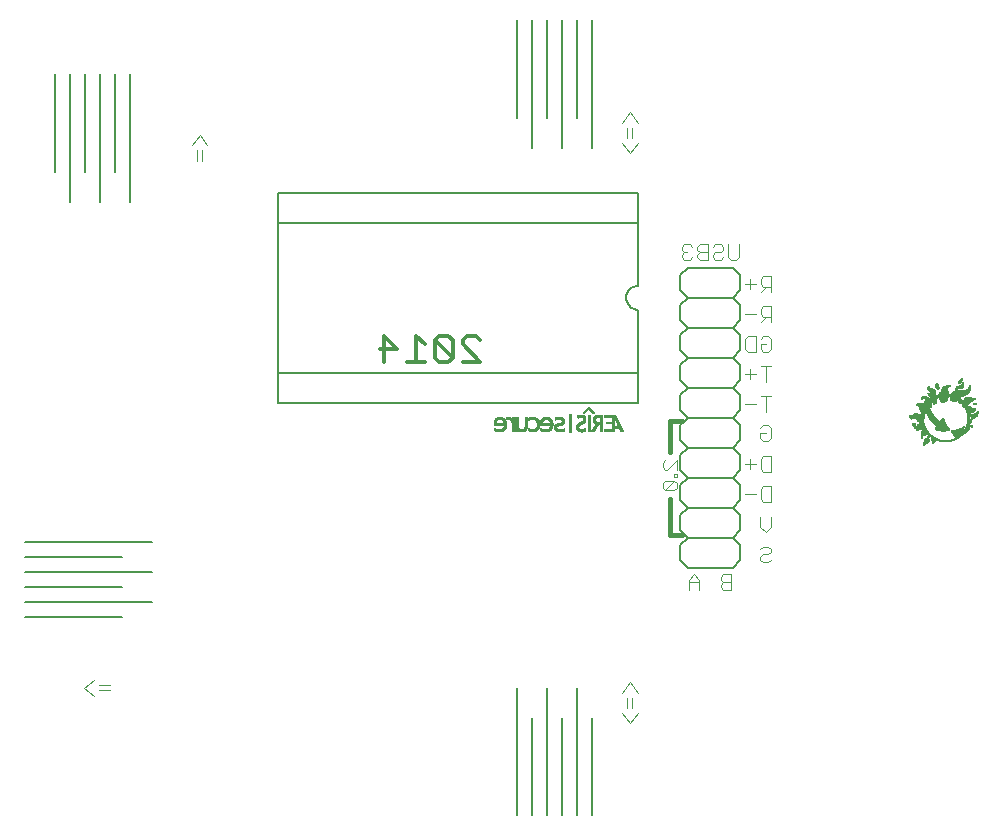
<source format=gbo>
G75*
%MOIN*%
%OFA0B0*%
%FSLAX24Y24*%
%IPPOS*%
%LPD*%
%AMOC8*
5,1,8,0,0,1.08239X$1,22.5*
%
%ADD10C,0.0120*%
%ADD11C,0.0000*%
%ADD12C,0.0001*%
%ADD13C,0.0040*%
%ADD14C,0.0160*%
%ADD15C,0.0060*%
%ADD16C,0.0050*%
D10*
X018533Y017235D02*
X019120Y017235D01*
X018533Y017822D01*
X018533Y017969D01*
X018680Y018116D01*
X018973Y018116D01*
X019120Y017969D01*
X018199Y017382D02*
X018199Y017969D01*
X018052Y018116D01*
X017759Y018116D01*
X017612Y017969D01*
X017612Y017382D01*
X017759Y017235D01*
X018052Y017235D01*
X018199Y017382D01*
X017612Y017969D01*
X017278Y017822D02*
X016985Y018116D01*
X016985Y017235D01*
X017278Y017235D02*
X016691Y017235D01*
X015917Y017235D02*
X015917Y018116D01*
X016358Y017675D01*
X015770Y017675D01*
D11*
X033624Y015087D02*
X033623Y015074D01*
X033621Y015063D01*
X033617Y015051D01*
X033611Y015041D01*
X033605Y015033D01*
X033598Y015029D01*
X033593Y015037D01*
X033590Y015046D01*
X033585Y015057D01*
X033579Y015067D01*
X033572Y015077D01*
X033565Y015086D01*
X033557Y015095D01*
X033549Y015104D01*
X033540Y015113D01*
X033533Y015122D01*
X033526Y015132D01*
X033520Y015143D01*
X033517Y015155D01*
X033516Y015167D01*
X033518Y015179D01*
X033523Y015190D01*
X033531Y015200D01*
X033539Y015207D01*
X033547Y015214D01*
X033558Y015214D01*
X033567Y015210D01*
X033577Y015205D01*
X033586Y015198D01*
X033595Y015189D01*
X033601Y015179D01*
X033607Y015169D01*
X033612Y015157D01*
X033616Y015146D01*
X033619Y015134D01*
X033622Y015123D01*
X033623Y015111D01*
X033624Y015099D01*
X033624Y015087D01*
X033838Y014715D02*
X033836Y014703D01*
X033827Y014697D01*
X033817Y014702D01*
X033809Y014711D01*
X033802Y014721D01*
X033797Y014732D01*
X033796Y014744D01*
X033799Y014755D01*
X033805Y014765D01*
X033812Y014774D01*
X033821Y014770D01*
X033825Y014760D01*
X033829Y014749D01*
X033833Y014739D01*
X033836Y014727D01*
X033838Y014715D01*
X034063Y014646D02*
X034063Y014634D01*
X034061Y014622D01*
X034058Y014611D01*
X034054Y014599D01*
X034048Y014589D01*
X034041Y014579D01*
X034033Y014570D01*
X034024Y014562D01*
X034014Y014555D01*
X034005Y014548D01*
X033995Y014541D01*
X033984Y014535D01*
X033974Y014529D01*
X033964Y014523D01*
X033954Y014517D01*
X033945Y014511D01*
X033935Y014504D01*
X033927Y014497D01*
X033918Y014489D01*
X033911Y014480D01*
X033905Y014472D01*
X033895Y014471D01*
X033888Y014480D01*
X033885Y014492D01*
X033884Y014504D01*
X033884Y014517D01*
X033885Y014529D01*
X033887Y014541D01*
X033889Y014554D01*
X033891Y014566D01*
X033894Y014578D01*
X033898Y014589D01*
X033901Y014601D01*
X033906Y014613D01*
X033910Y014624D01*
X033915Y014636D01*
X033921Y014647D01*
X033927Y014657D01*
X033934Y014668D01*
X033941Y014677D01*
X033950Y014685D01*
X033959Y014692D01*
X033969Y014698D01*
X033980Y014703D01*
X033992Y014705D01*
X034004Y014706D01*
X034015Y014705D01*
X034026Y014702D01*
X034037Y014696D01*
X034045Y014688D01*
X034053Y014679D01*
X034058Y014669D01*
X034061Y014657D01*
X034063Y014646D01*
X034070Y014753D02*
X034066Y014743D01*
X034057Y014737D01*
X034045Y014732D01*
X034033Y014730D01*
X034021Y014732D01*
X034011Y014737D01*
X034006Y014745D01*
X034011Y014754D01*
X034021Y014759D01*
X034031Y014762D01*
X034042Y014764D01*
X034053Y014764D01*
X034063Y014761D01*
X034070Y014753D01*
X035165Y016685D02*
X035165Y016673D01*
X035164Y016662D01*
X035162Y016650D01*
X035159Y016639D01*
X035157Y016628D01*
X035154Y016616D01*
X035149Y016605D01*
X035145Y016595D01*
X035139Y016584D01*
X035132Y016574D01*
X035124Y016565D01*
X035115Y016556D01*
X035106Y016547D01*
X035097Y016539D01*
X035087Y016532D01*
X035077Y016526D01*
X035065Y016521D01*
X035054Y016522D01*
X035048Y016532D01*
X035046Y016544D01*
X035045Y016555D01*
X035047Y016568D01*
X035051Y016579D01*
X035057Y016589D01*
X035064Y016599D01*
X035072Y016609D01*
X035081Y016618D01*
X035089Y016626D01*
X035098Y016634D01*
X035106Y016643D01*
X035114Y016652D01*
X035121Y016661D01*
X035129Y016671D01*
X035135Y016681D01*
X035139Y016692D01*
X035143Y016701D01*
X035148Y016710D01*
X035155Y016716D01*
X035163Y016708D01*
X035165Y016696D01*
X035165Y016685D01*
X035515Y015094D02*
X035514Y015084D01*
X035507Y015077D01*
X035497Y015078D01*
X035487Y015080D01*
X035477Y015083D01*
X035467Y015087D01*
X035456Y015091D01*
X035445Y015096D01*
X035437Y015104D01*
X035440Y015115D01*
X035449Y015122D01*
X035460Y015127D01*
X035470Y015131D01*
X035482Y015132D01*
X035493Y015130D01*
X035503Y015124D01*
X035510Y015116D01*
X035514Y015106D01*
X035515Y015094D01*
X033719Y014988D02*
X033847Y015102D01*
X033848Y015099D01*
X033855Y015096D01*
X033862Y015099D01*
X033865Y015106D01*
X033862Y015113D01*
X033860Y015114D01*
X033908Y015156D01*
X033911Y015146D01*
X033915Y015134D01*
X033919Y015122D01*
X033923Y015111D01*
X033928Y015099D01*
X033933Y015088D01*
X033937Y015076D01*
X033943Y015065D01*
X033948Y015054D01*
X033953Y015043D01*
X033959Y015032D01*
X033965Y015021D01*
X033971Y015010D01*
X033977Y014999D01*
X033983Y014988D01*
X033990Y014978D01*
X033996Y014967D01*
X034004Y014957D01*
X034010Y014947D01*
X034018Y014937D01*
X034025Y014927D01*
X034033Y014917D01*
X034040Y014907D01*
X034048Y014898D01*
X034056Y014888D01*
X034064Y014879D01*
X034073Y014870D01*
X034081Y014861D01*
X034090Y014852D01*
X034107Y014834D01*
X034116Y014826D01*
X034125Y014817D01*
X034135Y014809D01*
X034144Y014801D01*
X034154Y014793D01*
X034164Y014785D01*
X034173Y014778D01*
X034183Y014771D01*
X034194Y014763D01*
X034204Y014756D01*
X034214Y014749D01*
X034224Y014743D01*
X034235Y014736D01*
X034245Y014730D01*
X034256Y014724D01*
X034267Y014718D01*
X034278Y014712D01*
X034289Y014706D01*
X034300Y014701D01*
X034311Y014695D01*
X034322Y014690D01*
X034333Y014685D01*
X034344Y014681D01*
X034355Y014676D01*
X034367Y014672D01*
X034378Y014668D01*
X034389Y014664D01*
X034401Y014660D01*
X034412Y014656D01*
X034424Y014653D01*
X034435Y014650D01*
X034447Y014647D01*
X034459Y014645D01*
X034471Y014642D01*
X034483Y014640D01*
X034495Y014639D01*
X034507Y014637D01*
X034519Y014636D01*
X034531Y014635D01*
X034543Y014634D01*
X034555Y014633D01*
X034567Y014633D01*
X034579Y014632D01*
X034591Y014632D01*
X034603Y014632D01*
X034628Y014632D01*
X034640Y014632D01*
X034652Y014632D01*
X034664Y014633D01*
X034677Y014634D01*
X034689Y014634D01*
X034701Y014635D01*
X034714Y014637D01*
X034726Y014638D01*
X034738Y014639D01*
X034750Y014641D01*
X034762Y014644D01*
X034774Y014646D01*
X034787Y014648D01*
X034799Y014651D01*
X034811Y014654D01*
X034823Y014657D01*
X034834Y014660D01*
X034846Y014664D01*
X034858Y014668D01*
X034869Y014672D01*
X034881Y014677D01*
X034892Y014681D01*
X034904Y014686D01*
X034915Y014691D01*
X034926Y014696D01*
X034937Y014702D01*
X034948Y014708D01*
X034959Y014713D01*
X034970Y014719D01*
X034980Y014725D01*
X034991Y014732D01*
X035001Y014738D01*
X035012Y014745D01*
X035022Y014752D01*
X035033Y014758D01*
X035043Y014765D01*
X035053Y014772D01*
X035062Y014779D01*
X035071Y014786D01*
X035080Y014792D01*
X035089Y014799D01*
X035098Y014806D01*
X035107Y014813D01*
X035115Y014821D01*
X035106Y014827D01*
X035094Y014824D01*
X035083Y014820D01*
X035071Y014814D01*
X035061Y014808D01*
X035050Y014801D01*
X035040Y014794D01*
X035029Y014787D01*
X035019Y014780D01*
X035010Y014772D01*
X035000Y014764D01*
X034990Y014757D01*
X034980Y014749D01*
X034970Y014741D01*
X034960Y014734D01*
X034953Y014742D01*
X034946Y014750D01*
X034939Y014759D01*
X034932Y014767D01*
X034924Y014776D01*
X034917Y014785D01*
X034909Y014795D01*
X034902Y014804D01*
X034895Y014814D01*
X034888Y014823D01*
X034881Y014833D01*
X034874Y014842D01*
X034867Y014852D01*
X034860Y014861D01*
X034854Y014871D01*
X034847Y014881D01*
X034840Y014891D01*
X034834Y014901D01*
X034828Y014911D01*
X034821Y014921D01*
X034816Y014931D01*
X034811Y014942D01*
X034809Y014953D01*
X034816Y014961D01*
X034827Y014964D01*
X034838Y014966D01*
X034849Y014968D01*
X034860Y014969D01*
X034871Y014969D01*
X034882Y014970D01*
X034894Y014972D01*
X034906Y014973D01*
X034918Y014974D01*
X034930Y014976D01*
X034942Y014978D01*
X034954Y014980D01*
X034966Y014982D01*
X034978Y014984D01*
X034989Y014987D01*
X035001Y014990D01*
X035013Y014993D01*
X035024Y014996D01*
X035036Y015000D01*
X035048Y015003D01*
X035059Y015007D01*
X035070Y015011D01*
X035082Y015016D01*
X035093Y015020D01*
X035104Y015025D01*
X035115Y015030D01*
X035126Y015035D01*
X035136Y015040D01*
X035147Y015046D01*
X035158Y015052D01*
X035168Y015058D01*
X035178Y015065D01*
X035188Y015071D01*
X035198Y015078D01*
X035209Y015085D01*
X035219Y015091D01*
X035231Y015093D01*
X035231Y015083D01*
X035229Y015073D01*
X035227Y015064D01*
X035224Y015054D01*
X035221Y015044D01*
X035217Y015034D01*
X035214Y015023D01*
X035210Y015013D01*
X035208Y015002D01*
X035207Y014991D01*
X035217Y014986D01*
X035228Y014988D01*
X035238Y014991D01*
X035247Y014999D01*
X035254Y015007D01*
X035260Y015016D01*
X035266Y015026D01*
X035272Y015036D01*
X035277Y015046D01*
X035287Y015066D01*
X035292Y015077D01*
X035298Y015088D01*
X035300Y015094D01*
X035338Y015071D01*
X035337Y015069D01*
X035333Y015061D01*
X035329Y015050D01*
X035332Y015051D01*
X035339Y015060D01*
X035344Y015067D01*
X035399Y015034D01*
X035398Y015032D01*
X035395Y015020D01*
X035391Y015008D01*
X035386Y014997D01*
X035379Y014986D01*
X035373Y014976D01*
X035365Y014966D01*
X035358Y014957D01*
X035350Y014948D01*
X035341Y014939D01*
X035333Y014930D01*
X035324Y014922D01*
X035315Y014914D01*
X035306Y014906D01*
X035296Y014898D01*
X035287Y014890D01*
X035277Y014883D01*
X035267Y014876D01*
X035257Y014869D01*
X035247Y014863D01*
X035236Y014857D01*
X035225Y014852D01*
X035214Y014846D01*
X035204Y014840D01*
X035194Y014834D01*
X035184Y014828D01*
X035174Y014821D01*
X035164Y014815D01*
X035154Y014808D01*
X035144Y014801D01*
X035134Y014794D01*
X035125Y014787D01*
X035115Y014780D01*
X035106Y014773D01*
X035096Y014765D01*
X035087Y014758D01*
X035077Y014751D01*
X035067Y014744D01*
X035057Y014737D01*
X035047Y014731D01*
X035036Y014724D01*
X035026Y014718D01*
X035015Y014712D01*
X035005Y014705D01*
X034984Y014694D01*
X034973Y014688D01*
X034963Y014682D01*
X034952Y014677D01*
X034941Y014672D01*
X034930Y014666D01*
X034919Y014661D01*
X034908Y014656D01*
X034897Y014651D01*
X034885Y014647D01*
X034874Y014642D01*
X034863Y014638D01*
X034851Y014634D01*
X034840Y014630D01*
X034829Y014626D01*
X034817Y014622D01*
X034805Y014619D01*
X034794Y014616D01*
X034782Y014614D01*
X034769Y014611D01*
X034758Y014609D01*
X034745Y014608D01*
X034734Y014606D01*
X034721Y014605D01*
X034709Y014604D01*
X034697Y014603D01*
X034685Y014602D01*
X034673Y014601D01*
X034661Y014600D01*
X034649Y014600D01*
X034636Y014600D01*
X034624Y014600D01*
X034612Y014599D01*
X034600Y014600D01*
X034588Y014600D01*
X034576Y014600D01*
X034564Y014601D01*
X034551Y014601D01*
X034539Y014602D01*
X034527Y014603D01*
X034515Y014604D01*
X034503Y014605D01*
X034491Y014606D01*
X034479Y014608D01*
X034467Y014609D01*
X034454Y014611D01*
X034443Y014613D01*
X034430Y014615D01*
X034419Y014618D01*
X034407Y014621D01*
X034395Y014624D01*
X034384Y014628D01*
X034372Y014632D01*
X034360Y014636D01*
X034349Y014640D01*
X034337Y014644D01*
X034326Y014648D01*
X034314Y014653D01*
X034303Y014657D01*
X034292Y014663D01*
X034282Y014667D01*
X034273Y014672D01*
X034263Y014677D01*
X034265Y014668D01*
X034268Y014658D01*
X034270Y014648D01*
X034271Y014637D01*
X034271Y014626D01*
X034268Y014615D01*
X034263Y014605D01*
X034257Y014596D01*
X034250Y014587D01*
X034243Y014578D01*
X034236Y014569D01*
X034228Y014560D01*
X034221Y014551D01*
X034213Y014543D01*
X034204Y014536D01*
X034197Y014544D01*
X034192Y014554D01*
X034188Y014563D01*
X034185Y014573D01*
X034181Y014584D01*
X034177Y014594D01*
X034173Y014605D01*
X034168Y014615D01*
X034164Y014625D01*
X034159Y014635D01*
X034153Y014645D01*
X034148Y014655D01*
X034144Y014665D01*
X034140Y014676D01*
X034139Y014687D01*
X034138Y014698D01*
X034139Y014709D01*
X034141Y014720D01*
X034140Y014732D01*
X034135Y014742D01*
X034128Y014751D01*
X034121Y014759D01*
X034113Y014768D01*
X034104Y014775D01*
X034096Y014783D01*
X034088Y014791D01*
X034079Y014799D01*
X034071Y014806D01*
X034062Y014814D01*
X034054Y014821D01*
X034045Y014828D01*
X034035Y014834D01*
X034024Y014837D01*
X034013Y014834D01*
X034003Y014829D01*
X033992Y014825D01*
X033979Y014822D01*
X033967Y014820D01*
X033955Y014819D01*
X033943Y014818D01*
X033930Y014817D01*
X033918Y014817D01*
X033906Y014817D01*
X033894Y014817D01*
X033881Y014817D01*
X033869Y014816D01*
X033857Y014815D01*
X033845Y014813D01*
X033833Y014811D01*
X033823Y014808D01*
X033812Y014808D01*
X033807Y014816D01*
X033805Y014826D01*
X033805Y014837D01*
X033805Y014847D01*
X033806Y014859D01*
X033807Y014871D01*
X033809Y014883D01*
X033813Y014895D01*
X033817Y014906D01*
X033822Y014918D01*
X033829Y014928D01*
X033836Y014938D01*
X033844Y014947D01*
X033854Y014955D01*
X033863Y014962D01*
X033874Y014968D01*
X033885Y014973D01*
X033896Y014978D01*
X033908Y014983D01*
X033917Y014990D01*
X033915Y015002D01*
X033908Y015012D01*
X033903Y015020D01*
X033898Y015028D01*
X033893Y015036D01*
X033885Y015031D01*
X033877Y015026D01*
X033869Y015021D01*
X033860Y015016D01*
X033851Y015010D01*
X033841Y015006D01*
X033830Y015003D01*
X033820Y015000D01*
X033809Y014998D01*
X033798Y014997D01*
X033787Y014996D01*
X033776Y014996D01*
X033764Y014995D01*
X033753Y014994D01*
X033741Y014993D01*
X033730Y014991D01*
X033719Y014988D01*
X035615Y015694D02*
X035614Y015682D01*
X035612Y015670D01*
X035609Y015658D01*
X035605Y015646D01*
X035600Y015635D01*
X035594Y015625D01*
X035587Y015615D01*
X035579Y015606D01*
X035569Y015599D01*
X035559Y015593D01*
X035548Y015588D01*
X035536Y015584D01*
X035524Y015582D01*
X035512Y015581D01*
X035500Y015580D01*
X035488Y015580D01*
X035476Y015581D01*
X035464Y015581D01*
X035452Y015582D01*
X035439Y015583D01*
X035427Y015584D01*
X035415Y015585D01*
X035402Y015586D01*
X035390Y015587D01*
X035377Y015589D01*
X035379Y015580D01*
X035381Y015571D01*
X035383Y015562D01*
X035386Y015551D01*
X035391Y015542D01*
X035400Y015536D01*
X035410Y015533D01*
X035420Y015528D01*
X035429Y015522D01*
X035438Y015516D01*
X035447Y015509D01*
X035457Y015504D01*
X035467Y015500D01*
X035478Y015497D01*
X035489Y015496D01*
X035500Y015495D01*
X035511Y015493D01*
X035519Y015484D01*
X035515Y015474D01*
X035509Y015464D01*
X035500Y015456D01*
X035492Y015449D01*
X035484Y015443D01*
X035474Y015439D01*
X035463Y015437D01*
X035452Y015437D01*
X035442Y015438D01*
X035430Y015439D01*
X035418Y015440D01*
X035407Y015441D01*
X035406Y015430D01*
X035405Y015418D01*
X035405Y015407D01*
X035404Y015395D01*
X035404Y015384D01*
X035403Y015372D01*
X035402Y015360D01*
X035402Y015349D01*
X035404Y015337D01*
X035409Y015328D01*
X035420Y015326D01*
X035432Y015324D01*
X035444Y015320D01*
X035454Y015315D01*
X035464Y015309D01*
X035474Y015301D01*
X035481Y015291D01*
X035485Y015280D01*
X035481Y015269D01*
X035474Y015260D01*
X035467Y015251D01*
X035459Y015242D01*
X035450Y015234D01*
X035442Y015226D01*
X035433Y015219D01*
X035424Y015212D01*
X035414Y015205D01*
X035404Y015199D01*
X035393Y015196D01*
X035382Y015194D01*
X035381Y015185D01*
X035385Y015176D01*
X035390Y015166D01*
X035395Y015155D01*
X035399Y015143D01*
X035401Y015131D01*
X035403Y015118D01*
X035404Y015106D01*
X035405Y015094D01*
X035405Y015081D01*
X035404Y015069D01*
X035403Y015056D01*
X035401Y015044D01*
X035399Y015034D01*
X035344Y015067D01*
X035345Y015068D01*
X035349Y015077D01*
X035353Y015086D01*
X035354Y015095D01*
X035353Y015105D01*
X035348Y015096D01*
X035344Y015087D01*
X035341Y015078D01*
X035338Y015071D01*
X035300Y015094D01*
X035302Y015100D01*
X035307Y015111D01*
X035312Y015123D01*
X035316Y015134D01*
X035320Y015146D01*
X035324Y015158D01*
X035327Y015170D01*
X035331Y015182D01*
X035334Y015194D01*
X035337Y015206D01*
X035339Y015219D01*
X035342Y015231D01*
X035344Y015243D01*
X035346Y015255D01*
X035348Y015268D01*
X035349Y015280D01*
X035351Y015292D01*
X035352Y015304D01*
X035353Y015317D01*
X035354Y015329D01*
X035354Y015342D01*
X035354Y015354D01*
X035354Y015367D01*
X035354Y015379D01*
X035354Y015392D01*
X035353Y015404D01*
X035352Y015417D01*
X035351Y015429D01*
X035350Y015441D01*
X035349Y015454D01*
X035347Y015466D01*
X035345Y015479D01*
X035343Y015491D01*
X035341Y015503D01*
X035338Y015515D01*
X035336Y015527D01*
X035333Y015539D01*
X035330Y015551D01*
X035326Y015564D01*
X035323Y015575D01*
X035319Y015587D01*
X035315Y015599D01*
X035311Y015611D01*
X035307Y015623D01*
X035302Y015634D01*
X035298Y015646D01*
X035293Y015657D01*
X035288Y015669D01*
X035283Y015680D01*
X035277Y015691D01*
X035272Y015702D01*
X035266Y015713D01*
X035260Y015723D01*
X035253Y015734D01*
X035245Y015742D01*
X035235Y015749D01*
X035223Y015753D01*
X035212Y015756D01*
X035201Y015761D01*
X035192Y015768D01*
X035185Y015778D01*
X035180Y015788D01*
X035177Y015800D01*
X035176Y015811D01*
X035175Y015823D01*
X035174Y015834D01*
X035170Y015846D01*
X035165Y015856D01*
X035159Y015866D01*
X035152Y015875D01*
X035144Y015884D01*
X035135Y015891D01*
X035126Y015898D01*
X035114Y015901D01*
X035105Y015895D01*
X035100Y015886D01*
X035097Y015876D01*
X035095Y015866D01*
X035089Y015858D01*
X035081Y015866D01*
X035074Y015875D01*
X035069Y015885D01*
X035064Y015896D01*
X035059Y015907D01*
X035057Y015918D01*
X035055Y015929D01*
X035054Y015940D01*
X035052Y015950D01*
X035048Y015960D01*
X035042Y015968D01*
X035033Y015974D01*
X035023Y015980D01*
X035012Y015982D01*
X035002Y015976D01*
X034994Y015967D01*
X034988Y015959D01*
X034982Y015951D01*
X034977Y015942D01*
X034972Y015933D01*
X034966Y015926D01*
X034956Y015928D01*
X034947Y015933D01*
X034936Y015938D01*
X034925Y015941D01*
X034914Y015943D01*
X034902Y015944D01*
X034891Y015945D01*
X034879Y015946D01*
X034867Y015946D01*
X034855Y015948D01*
X034843Y015951D01*
X034831Y015955D01*
X034820Y015961D01*
X034810Y015968D01*
X034801Y015976D01*
X034793Y015985D01*
X034786Y015996D01*
X034781Y016007D01*
X034778Y016019D01*
X034776Y016031D01*
X034775Y016044D01*
X034775Y016055D01*
X034774Y016066D01*
X034770Y016077D01*
X034764Y016086D01*
X034754Y016092D01*
X034743Y016094D01*
X034732Y016095D01*
X034720Y016096D01*
X034709Y016094D01*
X034700Y016089D01*
X034695Y016079D01*
X034692Y016068D01*
X034690Y016057D01*
X034687Y016046D01*
X034684Y016035D01*
X034680Y016024D01*
X034676Y016013D01*
X034673Y016002D01*
X034669Y015991D01*
X034664Y015980D01*
X034659Y015969D01*
X034654Y015958D01*
X034646Y015948D01*
X034636Y015941D01*
X034625Y015935D01*
X034614Y015931D01*
X034602Y015927D01*
X034590Y015924D01*
X034579Y015920D01*
X034567Y015917D01*
X034556Y015914D01*
X034544Y015911D01*
X034533Y015909D01*
X034521Y015908D01*
X034509Y015908D01*
X034498Y015910D01*
X034487Y015916D01*
X034477Y015923D01*
X034469Y015930D01*
X034460Y015939D01*
X034452Y015947D01*
X034445Y015956D01*
X034439Y015965D01*
X034433Y015975D01*
X034428Y015986D01*
X034425Y015997D01*
X034422Y016008D01*
X034420Y016019D01*
X034418Y016029D01*
X034416Y016040D01*
X034414Y016050D01*
X034411Y016060D01*
X034407Y016070D01*
X034395Y016069D01*
X034384Y016066D01*
X034373Y016063D01*
X034363Y016059D01*
X034352Y016054D01*
X034341Y016049D01*
X034332Y016042D01*
X034327Y016031D01*
X034326Y016019D01*
X034325Y016008D01*
X034325Y015996D01*
X034325Y015972D01*
X034324Y015960D01*
X034324Y015948D01*
X034322Y015936D01*
X034319Y015924D01*
X034316Y015913D01*
X034312Y015901D01*
X034307Y015891D01*
X034299Y015881D01*
X034291Y015873D01*
X034281Y015866D01*
X034270Y015860D01*
X034259Y015857D01*
X034248Y015854D01*
X034237Y015852D01*
X034227Y015850D01*
X034216Y015852D01*
X034208Y015859D01*
X034206Y015870D01*
X034205Y015881D01*
X034204Y015891D01*
X034200Y015900D01*
X034194Y015908D01*
X034185Y015915D01*
X034177Y015920D01*
X034167Y015925D01*
X034157Y015929D01*
X034146Y015929D01*
X034136Y015925D01*
X034127Y015919D01*
X034117Y015912D01*
X034110Y015903D01*
X034106Y015891D01*
X034109Y015880D01*
X034117Y015871D01*
X034127Y015864D01*
X034136Y015856D01*
X034143Y015847D01*
X034146Y015836D01*
X034148Y015824D01*
X034149Y015813D01*
X034149Y015801D01*
X034149Y015789D01*
X034148Y015778D01*
X034146Y015766D01*
X034143Y015755D01*
X034137Y015745D01*
X034128Y015738D01*
X034116Y015736D01*
X034105Y015739D01*
X034094Y015744D01*
X034086Y015749D01*
X034078Y015752D01*
X034069Y015753D01*
X034070Y015741D01*
X034074Y015730D01*
X034079Y015719D01*
X034083Y015708D01*
X034087Y015697D01*
X034092Y015686D01*
X034097Y015675D01*
X034101Y015664D01*
X034106Y015653D01*
X034116Y015631D01*
X034121Y015620D01*
X034126Y015610D01*
X034132Y015599D01*
X034137Y015588D01*
X034142Y015578D01*
X034148Y015567D01*
X034153Y015556D01*
X034159Y015546D01*
X034165Y015536D01*
X034171Y015525D01*
X034178Y015515D01*
X034184Y015505D01*
X034191Y015495D01*
X034199Y015485D01*
X034205Y015475D01*
X034213Y015465D01*
X034220Y015455D01*
X034227Y015446D01*
X034235Y015436D01*
X034242Y015427D01*
X034250Y015417D01*
X034258Y015408D01*
X034265Y015398D01*
X034273Y015389D01*
X034281Y015380D01*
X034289Y015371D01*
X034297Y015361D01*
X034305Y015353D01*
X034314Y015344D01*
X034322Y015334D01*
X034330Y015326D01*
X034339Y015317D01*
X034348Y015309D01*
X034356Y015300D01*
X034365Y015292D01*
X034374Y015284D01*
X034384Y015276D01*
X034394Y015270D01*
X034406Y015266D01*
X034416Y015271D01*
X034425Y015277D01*
X034434Y015284D01*
X034443Y015291D01*
X034452Y015298D01*
X034460Y015306D01*
X034469Y015313D01*
X034478Y015321D01*
X034497Y015336D01*
X034507Y015343D01*
X034516Y015350D01*
X034527Y015356D01*
X034538Y015360D01*
X034548Y015358D01*
X034553Y015347D01*
X034556Y015336D01*
X034560Y015325D01*
X034563Y015313D01*
X034566Y015302D01*
X034570Y015291D01*
X034573Y015279D01*
X034577Y015268D01*
X034581Y015256D01*
X034585Y015245D01*
X034590Y015234D01*
X034595Y015223D01*
X034600Y015212D01*
X034605Y015201D01*
X034610Y015190D01*
X034616Y015180D01*
X034622Y015169D01*
X034628Y015159D01*
X034634Y015149D01*
X034640Y015138D01*
X034647Y015128D01*
X034654Y015118D01*
X034660Y015108D01*
X034667Y015098D01*
X034674Y015089D01*
X034682Y015079D01*
X034689Y015069D01*
X034697Y015060D01*
X034704Y015051D01*
X034712Y015043D01*
X034719Y015034D01*
X034726Y015025D01*
X034734Y015017D01*
X034741Y015009D01*
X034748Y015000D01*
X034755Y014991D01*
X034739Y014983D01*
X034730Y014978D01*
X034719Y014973D01*
X034707Y014969D01*
X034695Y014965D01*
X034683Y014963D01*
X034671Y014960D01*
X034659Y014958D01*
X034646Y014956D01*
X034634Y014955D01*
X034622Y014954D01*
X034609Y014953D01*
X034597Y014952D01*
X034584Y014951D01*
X034572Y014951D01*
X034559Y014950D01*
X034547Y014950D01*
X034534Y014950D01*
X034522Y014950D01*
X034510Y014950D01*
X034497Y014951D01*
X034485Y014952D01*
X034473Y014952D01*
X034460Y014953D01*
X034448Y014954D01*
X034435Y014955D01*
X034423Y014956D01*
X034410Y014958D01*
X034398Y014959D01*
X034386Y014961D01*
X034374Y014963D01*
X034361Y014965D01*
X034349Y014968D01*
X034337Y014971D01*
X034325Y014974D01*
X034313Y014977D01*
X034301Y014981D01*
X034290Y014986D01*
X034279Y014992D01*
X034270Y015000D01*
X034265Y015012D01*
X034268Y015023D01*
X034271Y015033D01*
X034275Y015043D01*
X034280Y015053D01*
X034285Y015063D01*
X034291Y015073D01*
X034296Y015081D01*
X034301Y015090D01*
X034306Y015099D01*
X034311Y015108D01*
X034317Y015116D01*
X034308Y015125D01*
X034299Y015134D01*
X034290Y015142D01*
X034282Y015151D01*
X034273Y015159D01*
X034264Y015168D01*
X034256Y015177D01*
X034247Y015185D01*
X034238Y015194D01*
X034229Y015203D01*
X034221Y015211D01*
X034212Y015220D01*
X034203Y015229D01*
X034195Y015237D01*
X034186Y015246D01*
X034178Y015254D01*
X034169Y015263D01*
X034161Y015272D01*
X034153Y015280D01*
X034144Y015289D01*
X034136Y015298D01*
X034128Y015307D01*
X034120Y015316D01*
X034112Y015326D01*
X034104Y015335D01*
X034097Y015344D01*
X034089Y015354D01*
X034082Y015364D01*
X034075Y015373D01*
X034068Y015383D01*
X034061Y015393D01*
X034054Y015403D01*
X034048Y015414D01*
X034042Y015424D01*
X034036Y015435D01*
X034030Y015445D01*
X034025Y015456D01*
X034020Y015467D01*
X034015Y015478D01*
X034010Y015489D01*
X034005Y015500D01*
X034000Y015511D01*
X033996Y015522D01*
X033991Y015533D01*
X033987Y015543D01*
X033981Y015554D01*
X033972Y015557D01*
X033966Y015547D01*
X033959Y015537D01*
X033949Y015530D01*
X033938Y015527D01*
X033925Y015526D01*
X033914Y015524D01*
X033903Y015520D01*
X033894Y015512D01*
X033889Y015502D01*
X033887Y015490D01*
X033889Y015478D01*
X033891Y015467D01*
X033895Y015456D01*
X033899Y015444D01*
X033901Y015432D01*
X033901Y015420D01*
X033900Y015408D01*
X033897Y015396D01*
X033894Y015384D01*
X033891Y015372D01*
X033888Y015361D01*
X033884Y015349D01*
X033881Y015338D01*
X033879Y015326D01*
X033876Y015314D01*
X033879Y015302D01*
X033880Y015290D01*
X033882Y015278D01*
X033884Y015266D01*
X033886Y015254D01*
X033888Y015242D01*
X033890Y015230D01*
X033892Y015218D01*
X033895Y015206D01*
X033898Y015194D01*
X033901Y015182D01*
X033904Y015169D01*
X033908Y015158D01*
X033908Y015156D01*
X033860Y015114D01*
X033855Y015116D01*
X033848Y015113D01*
X033845Y015106D01*
X033847Y015102D01*
X033719Y014988D01*
X033718Y014988D01*
X033707Y014985D01*
X033696Y014981D01*
X033685Y014976D01*
X033665Y014966D01*
X033655Y014962D01*
X033645Y014964D01*
X033640Y014975D01*
X033639Y014985D01*
X033639Y014995D01*
X033640Y015006D01*
X033641Y015016D01*
X033643Y015027D01*
X033646Y015037D01*
X033648Y015048D01*
X033651Y015059D01*
X033653Y015069D01*
X033655Y015080D01*
X033657Y015091D01*
X033659Y015102D01*
X033661Y015114D01*
X033667Y015125D01*
X033674Y015135D01*
X033682Y015145D01*
X033690Y015154D01*
X033700Y015162D01*
X033709Y015170D01*
X033719Y015177D01*
X033729Y015184D01*
X033740Y015190D01*
X033751Y015196D01*
X033762Y015202D01*
X033773Y015207D01*
X033784Y015212D01*
X033796Y015216D01*
X033808Y015220D01*
X033816Y015224D01*
X033822Y015230D01*
X033825Y015239D01*
X033820Y015247D01*
X033809Y015250D01*
X033799Y015250D01*
X033788Y015250D01*
X033778Y015249D01*
X033766Y015248D01*
X033754Y015248D01*
X033743Y015249D01*
X033731Y015251D01*
X033720Y015256D01*
X033711Y015262D01*
X033703Y015271D01*
X033695Y015280D01*
X033689Y015289D01*
X033682Y015299D01*
X033676Y015309D01*
X033669Y015319D01*
X033663Y015329D01*
X033655Y015339D01*
X033648Y015349D01*
X033639Y015358D01*
X033631Y015366D01*
X033621Y015373D01*
X033610Y015379D01*
X033599Y015383D01*
X033587Y015385D01*
X033575Y015386D01*
X033563Y015384D01*
X033551Y015381D01*
X033540Y015376D01*
X033529Y015371D01*
X033519Y015365D01*
X033508Y015359D01*
X033497Y015354D01*
X033485Y015350D01*
X033473Y015350D01*
X033462Y015355D01*
X033454Y015364D01*
X033448Y015374D01*
X033444Y015386D01*
X033439Y015395D01*
X033434Y015405D01*
X033428Y015413D01*
X033421Y015421D01*
X033412Y015427D01*
X033402Y015433D01*
X033398Y015442D01*
X033406Y015450D01*
X033415Y015458D01*
X033425Y015465D01*
X033436Y015470D01*
X033448Y015473D01*
X033460Y015473D01*
X033472Y015471D01*
X033484Y015469D01*
X033496Y015470D01*
X033509Y015474D01*
X033520Y015479D01*
X033530Y015486D01*
X033540Y015493D01*
X033550Y015500D01*
X033560Y015508D01*
X033570Y015514D01*
X033580Y015521D01*
X033590Y015526D01*
X033601Y015531D01*
X033613Y015534D01*
X033625Y015534D01*
X033637Y015532D01*
X033648Y015528D01*
X033659Y015522D01*
X033669Y015516D01*
X033679Y015510D01*
X033689Y015503D01*
X033699Y015498D01*
X033709Y015493D01*
X033720Y015489D01*
X033732Y015489D01*
X033744Y015490D01*
X033754Y015493D01*
X033765Y015495D01*
X033776Y015498D01*
X033787Y015500D01*
X033798Y015502D01*
X033809Y015506D01*
X033818Y015513D01*
X033823Y015523D01*
X033825Y015534D01*
X033824Y015545D01*
X033822Y015557D01*
X033818Y015568D01*
X033814Y015578D01*
X033809Y015588D01*
X033803Y015598D01*
X033796Y015608D01*
X033790Y015618D01*
X033784Y015628D01*
X033779Y015638D01*
X033774Y015649D01*
X033768Y015659D01*
X033763Y015669D01*
X033759Y015680D01*
X033754Y015691D01*
X033749Y015702D01*
X033745Y015713D01*
X033741Y015724D01*
X033737Y015734D01*
X033732Y015745D01*
X033727Y015756D01*
X033722Y015766D01*
X033716Y015776D01*
X033709Y015785D01*
X033700Y015794D01*
X033691Y015801D01*
X033681Y015807D01*
X033670Y015811D01*
X033659Y015814D01*
X033648Y015818D01*
X033638Y015823D01*
X033631Y015831D01*
X033639Y015839D01*
X033650Y015845D01*
X033661Y015849D01*
X033672Y015853D01*
X033683Y015856D01*
X033694Y015859D01*
X033706Y015862D01*
X033717Y015865D01*
X033729Y015867D01*
X033740Y015869D01*
X033752Y015871D01*
X033763Y015873D01*
X033775Y015874D01*
X033786Y015875D01*
X033798Y015875D01*
X033809Y015875D01*
X033820Y015875D01*
X033831Y015874D01*
X033842Y015873D01*
X033852Y015870D01*
X033862Y015866D01*
X033871Y015859D01*
X033879Y015852D01*
X033887Y015844D01*
X033895Y015837D01*
X033903Y015829D01*
X033904Y015841D01*
X033905Y015853D01*
X033906Y015865D01*
X033908Y015878D01*
X033909Y015889D01*
X033911Y015900D01*
X033914Y015911D01*
X033918Y015922D01*
X033922Y015933D01*
X033927Y015943D01*
X033932Y015953D01*
X033938Y015963D01*
X033945Y015973D01*
X033952Y015983D01*
X033958Y015994D01*
X033955Y016005D01*
X033946Y016012D01*
X033937Y016018D01*
X033928Y016023D01*
X033919Y016028D01*
X033910Y016032D01*
X033900Y016036D01*
X033890Y016039D01*
X033879Y016040D01*
X033869Y016037D01*
X033860Y016031D01*
X033853Y016024D01*
X033845Y016016D01*
X033838Y016008D01*
X033830Y016000D01*
X033821Y015993D01*
X033812Y015987D01*
X033806Y015996D01*
X033807Y016007D01*
X033809Y016018D01*
X033812Y016029D01*
X033815Y016041D01*
X033820Y016053D01*
X033826Y016063D01*
X033832Y016074D01*
X033840Y016083D01*
X033849Y016092D01*
X033859Y016099D01*
X033869Y016105D01*
X033881Y016109D01*
X033892Y016112D01*
X033904Y016113D01*
X033917Y016113D01*
X033929Y016111D01*
X033941Y016108D01*
X033952Y016104D01*
X033963Y016099D01*
X033974Y016093D01*
X033984Y016087D01*
X033994Y016079D01*
X034003Y016072D01*
X034012Y016064D01*
X034021Y016057D01*
X034031Y016050D01*
X034042Y016045D01*
X034052Y016041D01*
X034064Y016037D01*
X034075Y016035D01*
X034087Y016034D01*
X034098Y016032D01*
X034110Y016031D01*
X034121Y016030D01*
X034133Y016029D01*
X034130Y016039D01*
X034127Y016049D01*
X034124Y016059D01*
X034121Y016069D01*
X034116Y016079D01*
X034110Y016088D01*
X034104Y016096D01*
X034097Y016104D01*
X034089Y016112D01*
X034080Y016120D01*
X034072Y016129D01*
X034064Y016138D01*
X034056Y016147D01*
X034049Y016156D01*
X034041Y016166D01*
X034035Y016176D01*
X034029Y016187D01*
X034025Y016199D01*
X034034Y016200D01*
X034044Y016196D01*
X034055Y016192D01*
X034067Y016189D01*
X034079Y016188D01*
X034090Y016187D01*
X034102Y016186D01*
X034114Y016186D01*
X034125Y016186D01*
X034137Y016187D01*
X034149Y016188D01*
X034160Y016190D01*
X034170Y016196D01*
X034168Y016205D01*
X034160Y016212D01*
X034152Y016218D01*
X034143Y016223D01*
X034134Y016229D01*
X034124Y016235D01*
X034115Y016242D01*
X034106Y016249D01*
X034097Y016256D01*
X034088Y016264D01*
X034079Y016271D01*
X034071Y016279D01*
X034063Y016287D01*
X034054Y016295D01*
X034046Y016304D01*
X034039Y016313D01*
X034032Y016322D01*
X034025Y016332D01*
X034020Y016342D01*
X034016Y016354D01*
X034015Y016365D01*
X034015Y016377D01*
X034019Y016388D01*
X034024Y016398D01*
X034032Y016407D01*
X034039Y016415D01*
X034048Y016422D01*
X034058Y016426D01*
X034068Y016422D01*
X034071Y016412D01*
X034069Y016401D01*
X034067Y016390D01*
X034070Y016380D01*
X034080Y016375D01*
X034091Y016373D01*
X034102Y016371D01*
X034114Y016369D01*
X034125Y016367D01*
X034137Y016365D01*
X034149Y016363D01*
X034161Y016360D01*
X034172Y016357D01*
X034183Y016352D01*
X034194Y016347D01*
X034204Y016341D01*
X034214Y016334D01*
X034224Y016327D01*
X034233Y016319D01*
X034242Y016311D01*
X034250Y016303D01*
X034259Y016294D01*
X034266Y016285D01*
X034273Y016275D01*
X034279Y016266D01*
X034285Y016256D01*
X034289Y016246D01*
X034292Y016235D01*
X034293Y016224D01*
X034293Y016213D01*
X034292Y016201D01*
X034291Y016190D01*
X034290Y016179D01*
X034289Y016166D01*
X034288Y016154D01*
X034286Y016142D01*
X034285Y016129D01*
X034284Y016117D01*
X034295Y016121D01*
X034306Y016124D01*
X034317Y016128D01*
X034328Y016131D01*
X034339Y016135D01*
X034350Y016139D01*
X034361Y016142D01*
X034371Y016146D01*
X034382Y016150D01*
X034392Y016154D01*
X034402Y016159D01*
X034410Y016167D01*
X034411Y016178D01*
X034407Y016190D01*
X034404Y016201D01*
X034400Y016213D01*
X034397Y016225D01*
X034399Y016235D01*
X034411Y016231D01*
X034422Y016227D01*
X034433Y016223D01*
X034444Y016219D01*
X034455Y016220D01*
X034463Y016228D01*
X034466Y016239D01*
X034468Y016251D01*
X034471Y016262D01*
X034474Y016274D01*
X034477Y016285D01*
X034480Y016296D01*
X034484Y016307D01*
X034489Y016318D01*
X034494Y016329D01*
X034498Y016339D01*
X034502Y016349D01*
X034507Y016359D01*
X034511Y016369D01*
X034515Y016379D01*
X034519Y016389D01*
X034526Y016399D01*
X034535Y016406D01*
X034545Y016413D01*
X034555Y016420D01*
X034566Y016425D01*
X034577Y016431D01*
X034588Y016436D01*
X034599Y016441D01*
X034611Y016446D01*
X034622Y016450D01*
X034634Y016454D01*
X034645Y016458D01*
X034657Y016462D01*
X034668Y016465D01*
X034680Y016468D01*
X034692Y016470D01*
X034704Y016473D01*
X034716Y016474D01*
X034728Y016474D01*
X034739Y016475D01*
X034750Y016474D01*
X034762Y016473D01*
X034773Y016470D01*
X034779Y016463D01*
X034771Y016455D01*
X034761Y016450D01*
X034750Y016446D01*
X034739Y016442D01*
X034728Y016437D01*
X034718Y016431D01*
X034709Y016424D01*
X034701Y016414D01*
X034695Y016404D01*
X034691Y016393D01*
X034689Y016382D01*
X034687Y016370D01*
X034687Y016358D01*
X034687Y016346D01*
X034687Y016334D01*
X034688Y016322D01*
X034689Y016311D01*
X034690Y016299D01*
X034691Y016287D01*
X034693Y016275D01*
X034694Y016264D01*
X034696Y016252D01*
X034698Y016241D01*
X034699Y016230D01*
X034701Y016220D01*
X034703Y016209D01*
X034704Y016199D01*
X034706Y016188D01*
X034707Y016177D01*
X034717Y016175D01*
X034727Y016174D01*
X034737Y016172D01*
X034747Y016170D01*
X034759Y016169D01*
X034771Y016168D01*
X034784Y016170D01*
X034794Y016176D01*
X034803Y016184D01*
X034812Y016193D01*
X034820Y016203D01*
X034828Y016212D01*
X034837Y016220D01*
X034846Y016228D01*
X034856Y016236D01*
X034865Y016244D01*
X034875Y016251D01*
X034886Y016258D01*
X034896Y016264D01*
X034907Y016271D01*
X034917Y016276D01*
X034928Y016282D01*
X034939Y016287D01*
X034950Y016291D01*
X034962Y016294D01*
X034974Y016297D01*
X034986Y016298D01*
X034998Y016299D01*
X035010Y016301D01*
X035022Y016301D01*
X035034Y016302D01*
X035046Y016303D01*
X035058Y016303D01*
X035070Y016304D01*
X035082Y016304D01*
X035094Y016305D01*
X035106Y016305D01*
X035118Y016305D01*
X035130Y016306D01*
X035142Y016306D01*
X035154Y016307D01*
X035167Y016307D01*
X035179Y016308D01*
X035191Y016308D01*
X035204Y016309D01*
X035216Y016309D01*
X035228Y016310D01*
X035240Y016311D01*
X035252Y016312D01*
X035264Y016313D01*
X035276Y016315D01*
X035289Y016317D01*
X035300Y016319D01*
X035312Y016322D01*
X035324Y016326D01*
X035335Y016331D01*
X035345Y016338D01*
X035354Y016346D01*
X035362Y016355D01*
X035369Y016365D01*
X035376Y016375D01*
X035382Y016386D01*
X035387Y016397D01*
X035393Y016408D01*
X035398Y016418D01*
X035403Y016429D01*
X035408Y016439D01*
X035413Y016450D01*
X035418Y016460D01*
X035423Y016471D01*
X035427Y016461D01*
X035431Y016451D01*
X035434Y016441D01*
X035438Y016430D01*
X035440Y016418D01*
X035441Y016406D01*
X035441Y016394D01*
X035441Y016382D01*
X035440Y016370D01*
X035439Y016359D01*
X035438Y016347D01*
X035436Y016335D01*
X035434Y016323D01*
X035432Y016311D01*
X035429Y016300D01*
X035426Y016288D01*
X035423Y016277D01*
X035419Y016266D01*
X035414Y016255D01*
X035408Y016244D01*
X035402Y016234D01*
X035395Y016224D01*
X035387Y016214D01*
X035379Y016205D01*
X035369Y016198D01*
X035359Y016190D01*
X035349Y016184D01*
X035339Y016178D01*
X035328Y016173D01*
X035316Y016169D01*
X035306Y016164D01*
X035295Y016160D01*
X035285Y016155D01*
X035265Y016145D01*
X035255Y016140D01*
X035246Y016134D01*
X035236Y016129D01*
X035227Y016123D01*
X035217Y016118D01*
X035207Y016114D01*
X035196Y016110D01*
X035185Y016108D01*
X035174Y016106D01*
X035164Y016106D01*
X035153Y016105D01*
X035143Y016104D01*
X035133Y016102D01*
X035124Y016097D01*
X035119Y016088D01*
X035116Y016079D01*
X035112Y016069D01*
X035107Y016060D01*
X035103Y016051D01*
X035098Y016042D01*
X035093Y016033D01*
X035088Y016024D01*
X035083Y016014D01*
X035094Y016015D01*
X035105Y016016D01*
X035117Y016017D01*
X035127Y016018D01*
X035137Y016018D01*
X035146Y016015D01*
X035148Y016005D01*
X035148Y015995D01*
X035148Y015985D01*
X035150Y015974D01*
X035155Y015965D01*
X035161Y015957D01*
X035168Y015949D01*
X035175Y015941D01*
X035182Y015934D01*
X035190Y015927D01*
X035197Y015920D01*
X035204Y015913D01*
X035209Y015923D01*
X035214Y015934D01*
X035219Y015945D01*
X035224Y015956D01*
X035229Y015967D01*
X035234Y015978D01*
X035239Y015989D01*
X035244Y016000D01*
X035250Y016011D01*
X035256Y016022D01*
X035263Y016032D01*
X035272Y016041D01*
X035282Y016049D01*
X035293Y016054D01*
X035304Y016059D01*
X035315Y016064D01*
X035327Y016068D01*
X035339Y016071D01*
X035350Y016073D01*
X035363Y016074D01*
X035374Y016074D01*
X035387Y016074D01*
X035399Y016071D01*
X035410Y016069D01*
X035422Y016066D01*
X035434Y016063D01*
X035445Y016059D01*
X035457Y016056D01*
X035468Y016052D01*
X035480Y016049D01*
X035492Y016046D01*
X035504Y016044D01*
X035515Y016042D01*
X035527Y016039D01*
X035539Y016038D01*
X035551Y016036D01*
X035563Y016036D01*
X035574Y016036D01*
X035585Y016035D01*
X035595Y016034D01*
X035599Y016025D01*
X035595Y016016D01*
X035588Y016007D01*
X035579Y016000D01*
X035570Y015994D01*
X035561Y015987D01*
X035552Y015981D01*
X035542Y015975D01*
X035533Y015970D01*
X035523Y015965D01*
X035513Y015959D01*
X035503Y015954D01*
X035492Y015949D01*
X035482Y015944D01*
X035472Y015938D01*
X035462Y015932D01*
X035452Y015927D01*
X035442Y015921D01*
X035432Y015915D01*
X035422Y015909D01*
X035412Y015902D01*
X035403Y015894D01*
X035395Y015886D01*
X035387Y015877D01*
X035379Y015868D01*
X035372Y015859D01*
X035364Y015849D01*
X035358Y015839D01*
X035350Y015830D01*
X035344Y015820D01*
X035330Y015800D01*
X035324Y015790D01*
X035319Y015779D01*
X035315Y015768D01*
X035326Y015764D01*
X035338Y015764D01*
X035349Y015763D01*
X035361Y015764D01*
X035373Y015764D01*
X035384Y015764D01*
X035396Y015765D01*
X035408Y015765D01*
X035420Y015763D01*
X035431Y015760D01*
X035442Y015754D01*
X035451Y015748D01*
X035460Y015740D01*
X035469Y015732D01*
X035478Y015725D01*
X035487Y015718D01*
X035496Y015711D01*
X035506Y015705D01*
X035516Y015699D01*
X035527Y015695D01*
X035538Y015693D01*
X035550Y015692D01*
X035561Y015693D01*
X035572Y015696D01*
X035582Y015701D01*
X035591Y015707D01*
X035600Y015712D01*
X035610Y015716D01*
X035615Y015706D01*
X035615Y015694D01*
X035224Y016504D02*
X035224Y016492D01*
X035222Y016480D01*
X035219Y016469D01*
X035215Y016458D01*
X035210Y016447D01*
X035205Y016436D01*
X035199Y016425D01*
X035193Y016414D01*
X035186Y016404D01*
X035178Y016395D01*
X035168Y016386D01*
X035158Y016379D01*
X035147Y016374D01*
X035135Y016370D01*
X035122Y016368D01*
X035110Y016367D01*
X035098Y016366D01*
X035085Y016366D01*
X035073Y016365D01*
X035061Y016364D01*
X035049Y016363D01*
X035037Y016361D01*
X035025Y016359D01*
X035014Y016355D01*
X035002Y016351D01*
X034991Y016346D01*
X034982Y016341D01*
X034972Y016336D01*
X034963Y016332D01*
X034953Y016327D01*
X034955Y016337D01*
X034957Y016348D01*
X034959Y016358D01*
X034962Y016369D01*
X034965Y016381D01*
X034969Y016392D01*
X034974Y016402D01*
X034980Y016412D01*
X034989Y016420D01*
X034998Y016427D01*
X035008Y016433D01*
X035019Y016437D01*
X035030Y016441D01*
X035041Y016444D01*
X035052Y016447D01*
X035064Y016449D01*
X035076Y016452D01*
X035087Y016455D01*
X035099Y016458D01*
X035110Y016462D01*
X035121Y016466D01*
X035132Y016471D01*
X035143Y016476D01*
X035153Y016484D01*
X035161Y016492D01*
X035167Y016502D01*
X035171Y016513D01*
X035173Y016524D01*
X035176Y016535D01*
X035179Y016546D01*
X035182Y016556D01*
X035190Y016562D01*
X035199Y016555D01*
X035206Y016547D01*
X035213Y016537D01*
X035219Y016527D01*
X035222Y016516D01*
X035224Y016504D01*
X034395Y016384D02*
X034393Y016372D01*
X034388Y016361D01*
X034379Y016353D01*
X034369Y016348D01*
X034357Y016348D01*
X034345Y016350D01*
X034334Y016355D01*
X034324Y016361D01*
X034315Y016369D01*
X034306Y016376D01*
X034298Y016385D01*
X034291Y016394D01*
X034285Y016404D01*
X034280Y016414D01*
X034277Y016425D01*
X034275Y016437D01*
X034275Y016448D01*
X034277Y016459D01*
X034280Y016470D01*
X034284Y016481D01*
X034290Y016491D01*
X034298Y016500D01*
X034305Y016508D01*
X034313Y016515D01*
X034322Y016522D01*
X034332Y016526D01*
X034343Y016524D01*
X034350Y016515D01*
X034355Y016506D01*
X034360Y016496D01*
X034364Y016485D01*
X034368Y016474D01*
X034373Y016463D01*
X034381Y016441D01*
X034386Y016430D01*
X034390Y016419D01*
X034393Y016407D01*
X034395Y016396D01*
X034395Y016384D01*
X035695Y015557D02*
X035695Y015545D01*
X035694Y015533D01*
X035693Y015520D01*
X035690Y015509D01*
X035687Y015497D01*
X035684Y015485D01*
X035679Y015474D01*
X035673Y015463D01*
X035666Y015453D01*
X035658Y015444D01*
X035649Y015435D01*
X035639Y015428D01*
X035629Y015421D01*
X035618Y015416D01*
X035607Y015410D01*
X035596Y015405D01*
X035585Y015399D01*
X035574Y015392D01*
X035564Y015386D01*
X035554Y015379D01*
X035544Y015371D01*
X035535Y015364D01*
X035525Y015358D01*
X035515Y015353D01*
X035504Y015349D01*
X035494Y015346D01*
X035482Y015345D01*
X035471Y015347D01*
X035461Y015353D01*
X035464Y015363D01*
X035471Y015371D01*
X035479Y015379D01*
X035487Y015386D01*
X035496Y015392D01*
X035506Y015395D01*
X035514Y015403D01*
X035519Y015412D01*
X035524Y015422D01*
X035528Y015433D01*
X035531Y015443D01*
X035534Y015454D01*
X035535Y015465D01*
X035537Y015477D01*
X035541Y015488D01*
X035547Y015499D01*
X035554Y015508D01*
X035563Y015517D01*
X035573Y015524D01*
X035584Y015530D01*
X035595Y015534D01*
X035607Y015536D01*
X035618Y015537D01*
X035629Y015540D01*
X035640Y015545D01*
X035649Y015551D01*
X035658Y015559D01*
X035666Y015567D01*
X035674Y015574D01*
X035681Y015582D01*
X035688Y015590D01*
X035695Y015598D01*
X035695Y015557D01*
X035654Y015876D02*
X035648Y015867D01*
X035641Y015860D01*
X035632Y015854D01*
X035623Y015848D01*
X035613Y015844D01*
X035603Y015841D01*
X035592Y015841D01*
X035581Y015842D01*
X035571Y015845D01*
X035560Y015850D01*
X035549Y015857D01*
X035548Y015868D01*
X035559Y015873D01*
X035572Y015875D01*
X035584Y015876D01*
X035596Y015876D01*
X035607Y015877D01*
X035619Y015878D01*
X035630Y015879D01*
X035641Y015882D01*
X035651Y015884D01*
X035654Y015876D01*
X022532Y015548D02*
X022578Y015548D01*
X022721Y015688D01*
X022862Y015548D01*
X022910Y015548D01*
X022721Y015738D01*
X022532Y015548D01*
X023501Y015306D02*
X023501Y015403D01*
X023251Y015403D01*
X023251Y015470D01*
X023614Y015470D01*
X023640Y015415D01*
X023666Y015361D01*
X023692Y015307D01*
X023693Y015306D01*
X023620Y015306D01*
X023617Y015311D01*
X023603Y015342D01*
X023589Y015372D01*
X023575Y015403D01*
X023575Y015306D01*
X023501Y015306D01*
X023575Y015306D01*
X023575Y015096D01*
X023717Y015096D01*
X023703Y015127D01*
X023688Y015158D01*
X023674Y015188D01*
X023660Y015219D01*
X023646Y015250D01*
X023632Y015280D01*
X023620Y015306D01*
X023693Y015306D01*
X023718Y015253D01*
X023745Y015198D01*
X023771Y015144D01*
X023797Y015090D01*
X023823Y015036D01*
X023849Y014982D01*
X023875Y014928D01*
X023792Y014928D01*
X023787Y014939D01*
X023782Y014950D01*
X023777Y014962D01*
X023771Y014973D01*
X023766Y014984D01*
X023761Y014996D01*
X023756Y015007D01*
X023751Y015018D01*
X023746Y015030D01*
X023741Y015041D01*
X023575Y015041D01*
X023575Y014928D01*
X023255Y014928D01*
X023255Y014994D01*
X023501Y014994D01*
X023501Y015190D01*
X023322Y015190D01*
X023322Y015252D01*
X023501Y015252D01*
X023501Y015306D01*
X022862Y015306D02*
X022940Y015306D01*
X022940Y015304D01*
X022941Y015296D01*
X022942Y015287D01*
X022945Y015279D01*
X022948Y015271D01*
X022952Y015263D01*
X022957Y015256D01*
X022963Y015250D01*
X022969Y015245D01*
X022978Y015239D01*
X022987Y015235D01*
X022996Y015232D01*
X023006Y015229D01*
X023016Y015227D01*
X023026Y015226D01*
X023036Y015224D01*
X023046Y015224D01*
X023056Y015223D01*
X023066Y015223D01*
X023071Y015223D01*
X023077Y015223D01*
X023082Y015223D01*
X023087Y015224D01*
X023092Y015224D01*
X023097Y015225D01*
X023102Y015225D01*
X023108Y015226D01*
X023113Y015226D01*
X023118Y015227D01*
X023118Y015306D01*
X023192Y015306D01*
X023192Y014928D01*
X023118Y014928D01*
X023118Y015164D01*
X023110Y015163D01*
X023102Y015163D01*
X023095Y015162D01*
X023087Y015162D01*
X023079Y015162D01*
X023071Y015161D01*
X023063Y015161D01*
X023055Y015161D01*
X023047Y015160D01*
X023040Y015160D01*
X023025Y015137D01*
X023011Y015114D01*
X022996Y015090D01*
X022982Y015067D01*
X022967Y015044D01*
X022953Y015021D01*
X022938Y014997D01*
X022924Y014974D01*
X022909Y014951D01*
X022895Y014928D01*
X022810Y014928D01*
X022826Y014952D01*
X022857Y015002D01*
X022873Y015027D01*
X022889Y015052D01*
X022905Y015077D01*
X022920Y015102D01*
X022936Y015127D01*
X022952Y015152D01*
X022967Y015177D01*
X022958Y015179D01*
X022950Y015182D01*
X022941Y015186D01*
X022933Y015191D01*
X022926Y015196D01*
X022918Y015201D01*
X022911Y015207D01*
X022905Y015214D01*
X022898Y015220D01*
X022893Y015228D01*
X022887Y015236D01*
X022882Y015244D01*
X022877Y015253D01*
X022873Y015262D01*
X022869Y015271D01*
X022866Y015281D01*
X022864Y015290D01*
X022862Y015300D01*
X022862Y015306D01*
X023057Y015475D02*
X023064Y015475D01*
X023072Y015475D01*
X023080Y015475D01*
X023088Y015474D01*
X023096Y015474D01*
X023103Y015474D01*
X023111Y015473D01*
X023119Y015473D01*
X023127Y015472D01*
X023135Y015472D01*
X023140Y015472D01*
X023146Y015472D01*
X023152Y015471D01*
X023157Y015471D01*
X023163Y015471D01*
X023169Y015470D01*
X023175Y015470D01*
X023180Y015470D01*
X023186Y015470D01*
X023192Y015470D01*
X023192Y015306D01*
X023118Y015306D01*
X023118Y015403D01*
X023113Y015403D01*
X023109Y015404D01*
X023105Y015404D01*
X023096Y015405D01*
X023092Y015406D01*
X023087Y015406D01*
X023083Y015406D01*
X023079Y015407D01*
X023074Y015407D01*
X023064Y015406D01*
X023053Y015406D01*
X023042Y015405D01*
X023032Y015405D01*
X023021Y015403D01*
X023011Y015401D01*
X023001Y015399D01*
X022991Y015396D01*
X022981Y015392D01*
X022971Y015387D01*
X022965Y015382D01*
X022959Y015377D01*
X022954Y015372D01*
X022950Y015365D01*
X022946Y015358D01*
X022943Y015351D01*
X022941Y015344D01*
X022940Y015336D01*
X022939Y015329D01*
X022939Y015321D01*
X022939Y015313D01*
X022940Y015306D01*
X022862Y015306D01*
X022862Y015310D01*
X022861Y015320D01*
X022863Y015348D01*
X022869Y015376D01*
X022881Y015402D01*
X022898Y015425D01*
X022920Y015443D01*
X022945Y015456D01*
X022972Y015466D01*
X023000Y015471D01*
X023028Y015474D01*
X023057Y015475D01*
X022768Y015470D02*
X022768Y014928D01*
X022694Y014928D01*
X022694Y015470D01*
X022768Y015470D01*
X022470Y015479D02*
X022482Y015478D01*
X022494Y015477D01*
X022506Y015476D01*
X022517Y015473D01*
X022529Y015470D01*
X022540Y015465D01*
X022551Y015460D01*
X022561Y015454D01*
X022571Y015447D01*
X022580Y015439D01*
X022588Y015431D01*
X022595Y015422D01*
X022602Y015413D01*
X022607Y015403D01*
X022612Y015393D01*
X022616Y015383D01*
X022619Y015372D01*
X022621Y015361D01*
X022622Y015350D01*
X022623Y015338D01*
X022623Y015329D01*
X022622Y015320D01*
X022621Y015311D01*
X022620Y015303D01*
X022618Y015294D01*
X022616Y015285D01*
X022613Y015277D01*
X022609Y015268D01*
X022605Y015261D01*
X022601Y015253D01*
X022595Y015245D01*
X022589Y015237D01*
X022582Y015230D01*
X022574Y015223D01*
X022566Y015217D01*
X022558Y015211D01*
X022550Y015205D01*
X022541Y015200D01*
X022532Y015196D01*
X022523Y015191D01*
X022519Y015189D01*
X022515Y015187D01*
X022510Y015185D01*
X022506Y015183D01*
X022501Y015181D01*
X022497Y015179D01*
X022493Y015177D01*
X022488Y015175D01*
X022484Y015173D01*
X022480Y015171D01*
X022471Y015167D01*
X022463Y015163D01*
X022455Y015159D01*
X022447Y015154D01*
X022440Y015150D01*
X022432Y015145D01*
X022425Y015139D01*
X022418Y015133D01*
X022412Y015127D01*
X022406Y015120D01*
X022404Y015115D01*
X022401Y015110D01*
X022399Y015105D01*
X022397Y015100D01*
X022395Y015095D01*
X022394Y015090D01*
X022393Y015085D01*
X022392Y015080D01*
X022392Y015074D01*
X022392Y015069D01*
X022392Y015062D01*
X022392Y015055D01*
X022394Y015049D01*
X022396Y015042D01*
X022398Y015036D01*
X022401Y015030D01*
X022405Y015024D01*
X022408Y015018D01*
X022413Y015013D01*
X022418Y015009D01*
X022424Y015004D01*
X022430Y015000D01*
X022436Y014996D01*
X022443Y014993D01*
X022450Y014990D01*
X022457Y014988D01*
X022465Y014987D01*
X022472Y014986D01*
X022480Y014985D01*
X022487Y014985D01*
X022493Y014985D01*
X022499Y014985D01*
X022504Y014986D01*
X022510Y014987D01*
X022516Y014988D01*
X022521Y014989D01*
X022527Y014990D01*
X022532Y014992D01*
X022537Y014993D01*
X022543Y014995D01*
X022548Y014997D01*
X022554Y014999D01*
X022559Y015001D01*
X022564Y015003D01*
X022570Y015006D01*
X022575Y015008D01*
X022580Y015011D01*
X022585Y015014D01*
X022590Y015017D01*
X022594Y015020D01*
X022597Y015014D01*
X022600Y015007D01*
X022602Y015000D01*
X022605Y014993D01*
X022608Y014986D01*
X022611Y014980D01*
X022613Y014973D01*
X022616Y014966D01*
X022618Y014959D01*
X022621Y014952D01*
X022610Y014946D01*
X022599Y014940D01*
X022587Y014934D01*
X022575Y014930D01*
X022562Y014926D01*
X022550Y014923D01*
X022537Y014921D01*
X022524Y014920D01*
X022511Y014919D01*
X022498Y014918D01*
X022484Y014919D01*
X022470Y014920D01*
X022456Y014921D01*
X022442Y014924D01*
X022428Y014928D01*
X022415Y014932D01*
X022402Y014938D01*
X022390Y014944D01*
X022378Y014952D01*
X022367Y014961D01*
X022358Y014969D01*
X022350Y014978D01*
X022343Y014987D01*
X022336Y014997D01*
X022331Y015007D01*
X022326Y015018D01*
X022322Y015029D01*
X022320Y015041D01*
X022318Y015053D01*
X022318Y015065D01*
X022318Y015074D01*
X022319Y015084D01*
X022320Y015093D01*
X022321Y015103D01*
X022323Y015112D01*
X022325Y015122D01*
X022328Y015131D01*
X022332Y015140D01*
X022336Y015148D01*
X022341Y015157D01*
X022346Y015165D01*
X022352Y015173D01*
X022360Y015181D01*
X022367Y015187D01*
X022375Y015194D01*
X022383Y015200D01*
X022391Y015205D01*
X022400Y015211D01*
X022409Y015215D01*
X022418Y015220D01*
X022423Y015222D01*
X022427Y015224D01*
X022432Y015226D01*
X022436Y015228D01*
X022440Y015230D01*
X022445Y015232D01*
X022449Y015235D01*
X022454Y015237D01*
X022458Y015239D01*
X022463Y015241D01*
X022468Y015244D01*
X022474Y015247D01*
X022480Y015250D01*
X022486Y015253D01*
X022492Y015256D01*
X022498Y015259D01*
X022503Y015262D01*
X022509Y015266D01*
X022514Y015269D01*
X022520Y015273D01*
X022522Y015275D01*
X022525Y015278D01*
X022527Y015281D01*
X022530Y015283D01*
X022532Y015286D01*
X022534Y015289D01*
X022536Y015292D01*
X022538Y015295D01*
X022540Y015298D01*
X022541Y015302D01*
X022542Y015305D01*
X022544Y015309D01*
X022545Y015312D01*
X022546Y015316D01*
X022547Y015320D01*
X022548Y015324D01*
X022548Y015328D01*
X022548Y015332D01*
X022549Y015335D01*
X022549Y015345D01*
X022548Y015351D01*
X022547Y015357D01*
X022546Y015363D01*
X022544Y015369D01*
X022541Y015375D01*
X022538Y015380D01*
X022535Y015385D01*
X022531Y015390D01*
X022527Y015394D01*
X022522Y015399D01*
X022517Y015403D01*
X022512Y015406D01*
X022506Y015409D01*
X022500Y015411D01*
X022493Y015413D01*
X022487Y015414D01*
X022481Y015415D01*
X022474Y015416D01*
X022462Y015416D01*
X022456Y015415D01*
X022451Y015415D01*
X022445Y015414D01*
X022439Y015413D01*
X022434Y015412D01*
X022428Y015411D01*
X022422Y015409D01*
X022417Y015408D01*
X022412Y015406D01*
X022407Y015404D01*
X022402Y015403D01*
X022397Y015401D01*
X022393Y015399D01*
X022388Y015397D01*
X022384Y015395D01*
X022379Y015393D01*
X022375Y015391D01*
X022371Y015388D01*
X022366Y015385D01*
X022364Y015392D01*
X022362Y015398D01*
X022360Y015405D01*
X022358Y015411D01*
X022356Y015417D01*
X022353Y015424D01*
X022351Y015430D01*
X022349Y015437D01*
X022347Y015443D01*
X022345Y015450D01*
X022355Y015457D01*
X022367Y015463D01*
X022379Y015467D01*
X022392Y015471D01*
X022405Y015474D01*
X022417Y015476D01*
X022430Y015477D01*
X022443Y015478D01*
X022457Y015479D01*
X022470Y015479D01*
X019965Y015270D02*
X019971Y015253D01*
X019976Y015235D01*
X019979Y015216D01*
X019982Y015197D01*
X019983Y015178D01*
X019984Y015159D01*
X019983Y015140D01*
X019982Y015121D01*
X019979Y015103D01*
X019975Y015084D01*
X019970Y015066D01*
X019963Y015049D01*
X019954Y015032D01*
X019944Y015016D01*
X019933Y015001D01*
X019920Y014987D01*
X019906Y014974D01*
X019891Y014963D01*
X019875Y014953D01*
X019858Y014945D01*
X019841Y014938D01*
X019823Y014932D01*
X019804Y014928D01*
X019785Y014926D01*
X019766Y014924D01*
X019748Y014924D01*
X019739Y014924D01*
X019730Y014924D01*
X019721Y014925D01*
X019713Y014925D01*
X019704Y014926D01*
X019696Y014927D01*
X019687Y014928D01*
X019679Y014929D01*
X019670Y014931D01*
X019662Y014933D01*
X019653Y014935D01*
X019645Y014936D01*
X019636Y014939D01*
X019628Y014941D01*
X019620Y014944D01*
X019611Y014946D01*
X019603Y014949D01*
X019595Y014952D01*
X019587Y014955D01*
X019579Y014959D01*
X019579Y015029D01*
X019587Y015025D01*
X019595Y015022D01*
X019602Y015018D01*
X019610Y015015D01*
X019618Y015011D01*
X019626Y015008D01*
X019635Y015005D01*
X019643Y015002D01*
X019651Y015000D01*
X019660Y014998D01*
X019668Y014996D01*
X019676Y014994D01*
X019684Y014992D01*
X019693Y014991D01*
X019701Y014990D01*
X019709Y014989D01*
X019718Y014988D01*
X019726Y014987D01*
X019735Y014987D01*
X019743Y014987D01*
X019756Y014987D01*
X019768Y014988D01*
X019781Y014990D01*
X019793Y014992D01*
X019805Y014996D01*
X019817Y015000D01*
X019829Y015005D01*
X019840Y015012D01*
X019850Y015019D01*
X019859Y015027D01*
X019868Y015037D01*
X019876Y015047D01*
X019883Y015058D01*
X019889Y015070D01*
X019894Y015082D01*
X019898Y015094D01*
X019901Y015107D01*
X019903Y015120D01*
X019905Y015132D01*
X019906Y015145D01*
X019561Y015145D01*
X019561Y015182D01*
X019562Y015199D01*
X019563Y015217D01*
X019565Y015234D01*
X019569Y015251D01*
X019573Y015268D01*
X019574Y015270D01*
X019650Y015270D01*
X019648Y015266D01*
X019644Y015256D01*
X019641Y015246D01*
X019639Y015236D01*
X019638Y015225D01*
X019637Y015215D01*
X019636Y015204D01*
X019743Y015204D01*
X019770Y015204D01*
X019877Y015204D01*
X019903Y015203D01*
X019902Y015215D01*
X019900Y015226D01*
X019898Y015236D01*
X019895Y015247D01*
X019891Y015258D01*
X019886Y015268D01*
X019885Y015270D01*
X019965Y015270D01*
X019885Y015270D01*
X019881Y015277D01*
X019875Y015287D01*
X019868Y015295D01*
X019860Y015303D01*
X019852Y015310D01*
X019843Y015317D01*
X019834Y015322D01*
X019824Y015327D01*
X019814Y015331D01*
X019803Y015334D01*
X019792Y015336D01*
X019781Y015337D01*
X019771Y015338D01*
X019760Y015339D01*
X019750Y015338D01*
X019740Y015337D01*
X019730Y015336D01*
X019721Y015333D01*
X019711Y015330D01*
X019702Y015326D01*
X019694Y015321D01*
X019685Y015315D01*
X019678Y015309D01*
X019671Y015302D01*
X019664Y015294D01*
X019658Y015285D01*
X019653Y015276D01*
X019650Y015270D01*
X019574Y015270D01*
X019579Y015284D01*
X019586Y015300D01*
X019594Y015315D01*
X019604Y015329D01*
X019615Y015343D01*
X019626Y015354D01*
X019639Y015365D01*
X019652Y015374D01*
X019666Y015382D01*
X019681Y015388D01*
X019696Y015394D01*
X019712Y015397D01*
X019728Y015400D01*
X019744Y015402D01*
X019760Y015402D01*
X019779Y015402D01*
X019797Y015400D01*
X019815Y015397D01*
X019832Y015393D01*
X019849Y015387D01*
X019866Y015380D01*
X019882Y015371D01*
X019897Y015361D01*
X019911Y015349D01*
X019924Y015336D01*
X019936Y015322D01*
X019947Y015306D01*
X019956Y015289D01*
X019964Y015272D01*
X019965Y015270D01*
X020856Y015402D02*
X020875Y015402D01*
X020893Y015400D01*
X020911Y015397D01*
X020929Y015393D01*
X020947Y015388D01*
X020964Y015381D01*
X020981Y015372D01*
X020996Y015362D01*
X021011Y015351D01*
X021024Y015338D01*
X021037Y015324D01*
X021048Y015308D01*
X021057Y015292D01*
X021065Y015275D01*
X021072Y015257D01*
X021077Y015238D01*
X021081Y015220D01*
X021083Y015201D01*
X021085Y015182D01*
X021085Y015163D01*
X021085Y015144D01*
X021083Y015125D01*
X021081Y015106D01*
X021077Y015088D01*
X021072Y015070D01*
X021065Y015052D01*
X021057Y015035D01*
X021048Y015018D01*
X021037Y015003D01*
X021025Y014988D01*
X021012Y014976D01*
X020998Y014964D01*
X020983Y014954D01*
X020966Y014946D01*
X020950Y014938D01*
X020933Y014933D01*
X020915Y014929D01*
X020897Y014926D01*
X020879Y014924D01*
X020861Y014924D01*
X020854Y014924D01*
X020847Y014924D01*
X020840Y014924D01*
X020832Y014925D01*
X020825Y014925D01*
X020818Y014926D01*
X020811Y014927D01*
X020804Y014928D01*
X020797Y014930D01*
X020790Y014931D01*
X020783Y014932D01*
X020776Y014934D01*
X020770Y014936D01*
X020763Y014938D01*
X020757Y014940D01*
X020750Y014942D01*
X020744Y014945D01*
X020737Y014947D01*
X020731Y014950D01*
X020725Y014953D01*
X020725Y015022D01*
X020731Y015019D01*
X020737Y015016D01*
X020743Y015013D01*
X020750Y015010D01*
X020756Y015007D01*
X020762Y015004D01*
X020769Y015002D01*
X020775Y015000D01*
X020782Y014998D01*
X020789Y014996D01*
X020795Y014994D01*
X020801Y014993D01*
X020808Y014991D01*
X020814Y014990D01*
X020820Y014989D01*
X020827Y014988D01*
X020833Y014988D01*
X020840Y014987D01*
X020846Y014987D01*
X020853Y014987D01*
X020865Y014987D01*
X020878Y014989D01*
X020890Y014991D01*
X020903Y014993D01*
X020915Y014997D01*
X020926Y015002D01*
X020937Y015009D01*
X020948Y015016D01*
X020957Y015024D01*
X020966Y015033D01*
X020975Y015044D01*
X020982Y015056D01*
X020988Y015068D01*
X020994Y015081D01*
X020998Y015094D01*
X021001Y015108D01*
X021004Y015121D01*
X021005Y015135D01*
X021006Y015149D01*
X021006Y015163D01*
X021006Y015177D01*
X021005Y015191D01*
X021004Y015204D01*
X021001Y015218D01*
X020998Y015231D01*
X020994Y015245D01*
X020988Y015257D01*
X020982Y015270D01*
X020975Y015281D01*
X020966Y015292D01*
X020957Y015301D01*
X020948Y015310D01*
X020937Y015317D01*
X020926Y015323D01*
X020915Y015328D01*
X020903Y015332D01*
X020891Y015335D01*
X020878Y015337D01*
X020865Y015338D01*
X020853Y015339D01*
X020846Y015338D01*
X020840Y015338D01*
X020833Y015338D01*
X020827Y015337D01*
X020820Y015336D01*
X020814Y015335D01*
X020808Y015334D01*
X020801Y015333D01*
X020795Y015331D01*
X020789Y015330D01*
X020782Y015328D01*
X020775Y015326D01*
X020769Y015323D01*
X020762Y015321D01*
X020756Y015319D01*
X020749Y015316D01*
X020743Y015313D01*
X020737Y015310D01*
X020731Y015307D01*
X020725Y015304D01*
X020725Y015374D01*
X020731Y015376D01*
X020737Y015379D01*
X020743Y015382D01*
X020750Y015384D01*
X020756Y015386D01*
X020763Y015388D01*
X020769Y015390D01*
X020775Y015392D01*
X020782Y015393D01*
X020789Y015395D01*
X020795Y015396D01*
X020802Y015397D01*
X020809Y015398D01*
X020815Y015400D01*
X020822Y015400D01*
X020829Y015401D01*
X020836Y015401D01*
X020843Y015402D01*
X020849Y015402D01*
X020856Y015402D01*
X020012Y015402D02*
X020021Y015402D01*
X020031Y015401D01*
X020040Y015401D01*
X020050Y015399D01*
X020059Y015398D01*
X020068Y015396D01*
X020078Y015393D01*
X020086Y015390D01*
X020095Y015386D01*
X020104Y015382D01*
X020111Y015377D01*
X020119Y015373D01*
X020126Y015367D01*
X020133Y015362D01*
X020139Y015356D01*
X020145Y015349D01*
X020150Y015342D01*
X020156Y015335D01*
X020161Y015328D01*
X020165Y015320D01*
X020165Y015391D01*
X020240Y015391D01*
X020240Y014935D01*
X020165Y014935D01*
X020165Y015176D01*
X020165Y015188D01*
X020164Y015201D01*
X020163Y015213D01*
X020161Y015226D01*
X020158Y015238D01*
X020155Y015250D01*
X020150Y015262D01*
X020145Y015273D01*
X020139Y015284D01*
X020131Y015294D01*
X020124Y015302D01*
X020116Y015309D01*
X020107Y015316D01*
X020098Y015321D01*
X020088Y015326D01*
X020077Y015330D01*
X020066Y015332D01*
X020056Y015334D01*
X020045Y015335D01*
X020034Y015335D01*
X020027Y015335D01*
X020024Y015335D01*
X020021Y015335D01*
X020017Y015335D01*
X020014Y015334D01*
X020011Y015334D01*
X020008Y015333D01*
X020004Y015332D01*
X020001Y015332D01*
X019998Y015331D01*
X019995Y015330D01*
X019993Y015330D01*
X019990Y015328D01*
X019987Y015328D01*
X019984Y015326D01*
X019981Y015325D01*
X019979Y015324D01*
X019976Y015323D01*
X019974Y015321D01*
X019974Y015344D01*
X019974Y015352D01*
X019974Y015383D01*
X019974Y015390D01*
X019974Y015398D01*
X019976Y015398D01*
X019978Y015399D01*
X019980Y015399D01*
X019982Y015400D01*
X019984Y015400D01*
X019986Y015400D01*
X019988Y015400D01*
X019990Y015401D01*
X019993Y015401D01*
X019995Y015401D01*
X019996Y015401D01*
X019998Y015401D01*
X020000Y015402D01*
X020001Y015402D01*
X020003Y015402D01*
X020005Y015402D01*
X020010Y015402D01*
X020012Y015402D01*
X020670Y015391D02*
X020670Y015115D01*
X020670Y015100D01*
X020669Y015085D01*
X020668Y015070D01*
X020665Y015055D01*
X020662Y015040D01*
X020658Y015026D01*
X020653Y015011D01*
X020646Y014998D01*
X020639Y014985D01*
X020630Y014972D01*
X020621Y014963D01*
X020611Y014954D01*
X020600Y014946D01*
X020588Y014940D01*
X020576Y014934D01*
X020563Y014930D01*
X020550Y014927D01*
X020537Y014925D01*
X020524Y014924D01*
X020510Y014924D01*
X020502Y014924D01*
X020493Y014924D01*
X020485Y014925D01*
X020476Y014927D01*
X020468Y014928D01*
X020459Y014930D01*
X020451Y014933D01*
X020443Y014936D01*
X020435Y014940D01*
X020427Y014943D01*
X020419Y014948D01*
X020412Y014953D01*
X020405Y014959D01*
X020398Y014965D01*
X020392Y014971D01*
X020385Y014977D01*
X020380Y014984D01*
X020374Y014991D01*
X020369Y014998D01*
X020364Y015005D01*
X020364Y014935D01*
X020289Y014935D01*
X020289Y015391D01*
X020364Y015391D01*
X020364Y015133D01*
X020364Y015121D01*
X020365Y015110D01*
X020366Y015099D01*
X020368Y015088D01*
X020371Y015077D01*
X020375Y015066D01*
X020380Y015055D01*
X020385Y015046D01*
X020392Y015036D01*
X020399Y015027D01*
X020406Y015020D01*
X020415Y015013D01*
X020423Y015007D01*
X020433Y015002D01*
X020443Y014998D01*
X020453Y014994D01*
X020463Y014992D01*
X020473Y014990D01*
X020484Y014989D01*
X020495Y014989D01*
X020503Y014989D01*
X020512Y014990D01*
X020520Y014991D01*
X020528Y014993D01*
X020536Y014996D01*
X020544Y014999D01*
X020551Y015004D01*
X020558Y015009D01*
X020565Y015015D01*
X020570Y015021D01*
X020576Y015029D01*
X020581Y015038D01*
X020585Y015048D01*
X020588Y015057D01*
X020591Y015067D01*
X020593Y015077D01*
X020594Y015087D01*
X020595Y015098D01*
X020595Y015108D01*
X020595Y015118D01*
X020595Y015391D01*
X020670Y015391D01*
X021741Y015402D02*
X021755Y015402D01*
X021768Y015401D01*
X021782Y015400D01*
X021796Y015398D01*
X021809Y015395D01*
X021822Y015391D01*
X021835Y015387D01*
X021847Y015381D01*
X021859Y015375D01*
X021871Y015367D01*
X021879Y015360D01*
X021887Y015352D01*
X021894Y015343D01*
X021900Y015333D01*
X021905Y015323D01*
X021910Y015313D01*
X021912Y015302D01*
X021915Y015291D01*
X021916Y015279D01*
X021916Y015268D01*
X021916Y015259D01*
X021915Y015250D01*
X021914Y015241D01*
X021912Y015232D01*
X021909Y015223D01*
X021906Y015214D01*
X021902Y015206D01*
X021897Y015198D01*
X021891Y015191D01*
X021885Y015185D01*
X021877Y015177D01*
X021868Y015171D01*
X021858Y015165D01*
X021848Y015160D01*
X021838Y015155D01*
X021828Y015151D01*
X021817Y015148D01*
X021806Y015145D01*
X021796Y015142D01*
X021785Y015140D01*
X021782Y015139D01*
X021780Y015138D01*
X021777Y015138D01*
X021774Y015137D01*
X021772Y015137D01*
X021769Y015136D01*
X021766Y015135D01*
X021764Y015135D01*
X021761Y015134D01*
X021759Y015133D01*
X021749Y015132D01*
X021740Y015129D01*
X021731Y015127D01*
X021721Y015125D01*
X021712Y015122D01*
X021703Y015119D01*
X021694Y015116D01*
X021685Y015112D01*
X021677Y015108D01*
X021669Y015102D01*
X021665Y015099D01*
X021661Y015095D01*
X021658Y015091D01*
X021655Y015086D01*
X021653Y015081D01*
X021651Y015076D01*
X021650Y015071D01*
X021649Y015066D01*
X021648Y015061D01*
X021648Y015055D01*
X021648Y015049D01*
X021649Y015043D01*
X021650Y015037D01*
X021652Y015031D01*
X021655Y015026D01*
X021658Y015021D01*
X021662Y015016D01*
X021667Y015012D01*
X021671Y015008D01*
X021676Y015004D01*
X021684Y015000D01*
X021691Y014997D01*
X021700Y014994D01*
X021708Y014992D01*
X021716Y014990D01*
X021724Y014988D01*
X021732Y014987D01*
X021741Y014987D01*
X021749Y014986D01*
X021758Y014986D01*
X021766Y014986D01*
X021774Y014987D01*
X021782Y014987D01*
X021790Y014988D01*
X021798Y014989D01*
X021806Y014990D01*
X021814Y014992D01*
X021822Y014993D01*
X021830Y014995D01*
X021838Y014997D01*
X021846Y014999D01*
X021855Y015002D01*
X021863Y015005D01*
X021871Y015008D01*
X021879Y015011D01*
X021887Y015014D01*
X021896Y015018D01*
X021903Y015022D01*
X021911Y015025D01*
X021919Y015029D01*
X021919Y014952D01*
X021911Y014950D01*
X021903Y014947D01*
X021895Y014945D01*
X021886Y014942D01*
X021878Y014940D01*
X021870Y014938D01*
X021861Y014936D01*
X021853Y014934D01*
X021844Y014932D01*
X021836Y014931D01*
X021828Y014930D01*
X021821Y014928D01*
X021813Y014927D01*
X021806Y014926D01*
X021798Y014926D01*
X021790Y014925D01*
X021782Y014924D01*
X021775Y014924D01*
X021767Y014924D01*
X021760Y014924D01*
X021745Y014924D01*
X021730Y014925D01*
X021716Y014926D01*
X021702Y014928D01*
X021687Y014931D01*
X021673Y014935D01*
X021660Y014940D01*
X021646Y014946D01*
X021633Y014953D01*
X021622Y014961D01*
X021612Y014968D01*
X021604Y014976D01*
X021596Y014985D01*
X021589Y014994D01*
X021583Y015005D01*
X021579Y015015D01*
X021575Y015026D01*
X021573Y015038D01*
X021571Y015050D01*
X021571Y015061D01*
X021571Y015071D01*
X021572Y015080D01*
X021573Y015090D01*
X021576Y015099D01*
X021578Y015108D01*
X021582Y015117D01*
X021587Y015126D01*
X021592Y015134D01*
X021598Y015141D01*
X021605Y015148D01*
X021614Y015156D01*
X021625Y015163D01*
X021636Y015169D01*
X021647Y015174D01*
X021658Y015179D01*
X021670Y015183D01*
X021682Y015187D01*
X021694Y015190D01*
X021706Y015193D01*
X021718Y015196D01*
X021721Y015197D01*
X021723Y015197D01*
X021726Y015198D01*
X021728Y015198D01*
X021731Y015199D01*
X021733Y015200D01*
X021736Y015200D01*
X021738Y015201D01*
X021741Y015201D01*
X021743Y015202D01*
X021752Y015204D01*
X021760Y015206D01*
X021768Y015208D01*
X021777Y015210D01*
X021785Y015213D01*
X021793Y015215D01*
X021801Y015218D01*
X021809Y015222D01*
X021817Y015226D01*
X021824Y015230D01*
X021827Y015233D01*
X021831Y015236D01*
X021834Y015240D01*
X021837Y015244D01*
X021839Y015248D01*
X021841Y015252D01*
X021842Y015257D01*
X021843Y015262D01*
X021843Y015266D01*
X021844Y015271D01*
X021843Y015277D01*
X021843Y015283D01*
X021841Y015289D01*
X021840Y015295D01*
X021837Y015301D01*
X021834Y015306D01*
X021830Y015311D01*
X021826Y015315D01*
X021821Y015319D01*
X021816Y015322D01*
X021808Y015326D01*
X021800Y015330D01*
X021792Y015332D01*
X021784Y015335D01*
X021775Y015336D01*
X021767Y015337D01*
X021758Y015338D01*
X021750Y015339D01*
X021741Y015339D01*
X021732Y015340D01*
X021725Y015339D01*
X021718Y015339D01*
X021711Y015339D01*
X021704Y015338D01*
X021697Y015337D01*
X021690Y015337D01*
X021682Y015336D01*
X021675Y015334D01*
X021668Y015333D01*
X021661Y015331D01*
X021655Y015330D01*
X021648Y015328D01*
X021641Y015326D01*
X021634Y015323D01*
X021628Y015321D01*
X021621Y015319D01*
X021615Y015316D01*
X021608Y015313D01*
X021602Y015310D01*
X021596Y015307D01*
X021596Y015378D01*
X021602Y015380D01*
X021609Y015383D01*
X021615Y015385D01*
X021622Y015387D01*
X021629Y015389D01*
X021642Y015392D01*
X021649Y015393D01*
X021656Y015395D01*
X021663Y015396D01*
X021671Y015397D01*
X021678Y015398D01*
X021686Y015399D01*
X021694Y015400D01*
X021702Y015401D01*
X021710Y015401D01*
X021718Y015402D01*
X021725Y015402D01*
X021733Y015402D01*
X021741Y015402D01*
X021511Y015266D02*
X021515Y015253D01*
X021520Y015235D01*
X021524Y015216D01*
X021527Y015197D01*
X021528Y015178D01*
X021528Y015159D01*
X021528Y015140D01*
X021526Y015121D01*
X021524Y015103D01*
X021520Y015084D01*
X021514Y015066D01*
X021507Y015049D01*
X021499Y015032D01*
X021489Y015016D01*
X021478Y015001D01*
X021465Y014987D01*
X021451Y014974D01*
X021436Y014963D01*
X021420Y014953D01*
X021403Y014945D01*
X021385Y014938D01*
X021367Y014932D01*
X021349Y014928D01*
X021330Y014926D01*
X021311Y014924D01*
X021292Y014924D01*
X021283Y014924D01*
X021275Y014924D01*
X021266Y014925D01*
X021258Y014925D01*
X021249Y014926D01*
X021240Y014927D01*
X021232Y014928D01*
X021223Y014929D01*
X021215Y014931D01*
X021206Y014933D01*
X021198Y014935D01*
X021189Y014936D01*
X021181Y014939D01*
X021173Y014941D01*
X021164Y014944D01*
X021156Y014946D01*
X021148Y014949D01*
X021140Y014952D01*
X021132Y014955D01*
X021124Y014959D01*
X021124Y015029D01*
X021131Y015025D01*
X021139Y015022D01*
X021147Y015018D01*
X021155Y015015D01*
X021163Y015011D01*
X021171Y015008D01*
X021179Y015005D01*
X021187Y015002D01*
X021196Y015000D01*
X021204Y014998D01*
X021212Y014996D01*
X021221Y014994D01*
X021229Y014992D01*
X021237Y014991D01*
X021246Y014990D01*
X021254Y014989D01*
X021262Y014988D01*
X021271Y014987D01*
X021279Y014987D01*
X021288Y014987D01*
X021300Y014987D01*
X021313Y014988D01*
X021325Y014990D01*
X021338Y014992D01*
X021350Y014996D01*
X021362Y015000D01*
X021373Y015005D01*
X021384Y015012D01*
X021395Y015019D01*
X021404Y015027D01*
X021413Y015037D01*
X021421Y015047D01*
X021427Y015058D01*
X021433Y015070D01*
X021438Y015082D01*
X021442Y015094D01*
X021445Y015107D01*
X021448Y015120D01*
X021449Y015132D01*
X021450Y015145D01*
X021106Y015145D01*
X021106Y015182D01*
X021107Y015199D01*
X021108Y015217D01*
X021110Y015234D01*
X021113Y015251D01*
X021117Y015266D01*
X021193Y015266D01*
X021189Y015256D01*
X021186Y015246D01*
X021184Y015236D01*
X021182Y015225D01*
X021181Y015215D01*
X021181Y015204D01*
X021288Y015204D01*
X021315Y015204D01*
X021421Y015204D01*
X021448Y015203D01*
X021447Y015215D01*
X021445Y015226D01*
X021442Y015236D01*
X021439Y015247D01*
X021436Y015258D01*
X021432Y015266D01*
X021511Y015266D01*
X021432Y015266D01*
X021431Y015268D01*
X021426Y015277D01*
X021420Y015287D01*
X021412Y015295D01*
X021405Y015303D01*
X021397Y015310D01*
X021388Y015317D01*
X021378Y015322D01*
X021368Y015327D01*
X021358Y015331D01*
X021348Y015334D01*
X021337Y015336D01*
X021326Y015337D01*
X021315Y015338D01*
X021304Y015339D01*
X021294Y015338D01*
X021285Y015337D01*
X021275Y015336D01*
X021265Y015333D01*
X021256Y015330D01*
X021247Y015326D01*
X021238Y015321D01*
X021230Y015315D01*
X021223Y015309D01*
X021216Y015302D01*
X021209Y015294D01*
X021203Y015285D01*
X021197Y015276D01*
X021193Y015266D01*
X021117Y015266D01*
X021118Y015268D01*
X021123Y015284D01*
X021131Y015300D01*
X021139Y015315D01*
X021149Y015329D01*
X021160Y015343D01*
X021171Y015354D01*
X021183Y015365D01*
X021197Y015374D01*
X021211Y015382D01*
X021226Y015388D01*
X021241Y015394D01*
X021257Y015397D01*
X021273Y015400D01*
X021289Y015402D01*
X021305Y015402D01*
X021323Y015402D01*
X021341Y015400D01*
X021359Y015397D01*
X021377Y015393D01*
X021394Y015387D01*
X021411Y015380D01*
X021427Y015371D01*
X021441Y015361D01*
X021455Y015349D01*
X021468Y015336D01*
X021481Y015322D01*
X021492Y015306D01*
X021501Y015289D01*
X021509Y015272D01*
X021511Y015266D01*
X022131Y014913D02*
X022131Y015488D01*
X022090Y015488D01*
X022090Y014913D01*
X022131Y014913D01*
D12*
X033597Y015030D02*
X033599Y015030D01*
X033597Y015031D02*
X033601Y015031D01*
X033603Y015032D02*
X033596Y015032D01*
X033596Y015033D02*
X033605Y015033D01*
X033606Y015033D02*
X033595Y015033D01*
X033595Y015034D02*
X033607Y015034D01*
X033607Y015035D02*
X033594Y015035D01*
X033593Y015036D02*
X033608Y015036D01*
X033609Y015037D02*
X033593Y015037D01*
X033593Y015038D02*
X033610Y015038D01*
X033610Y015039D02*
X033592Y015039D01*
X033592Y015040D02*
X033611Y015040D01*
X033612Y015041D02*
X033592Y015041D01*
X033591Y015042D02*
X033612Y015042D01*
X033613Y015043D02*
X033591Y015043D01*
X033591Y015044D02*
X033613Y015044D01*
X033614Y015045D02*
X033590Y015045D01*
X033590Y015046D02*
X033615Y015046D01*
X033615Y015047D02*
X033590Y015047D01*
X033589Y015048D02*
X033616Y015048D01*
X033616Y015049D02*
X033589Y015049D01*
X033588Y015050D02*
X033617Y015050D01*
X033617Y015051D02*
X033588Y015051D01*
X033587Y015052D02*
X033618Y015052D01*
X033618Y015053D02*
X033587Y015053D01*
X033587Y015054D02*
X033618Y015054D01*
X033619Y015055D02*
X033586Y015055D01*
X033586Y015056D02*
X033619Y015056D01*
X033619Y015057D02*
X033585Y015057D01*
X033585Y015058D02*
X033620Y015058D01*
X033620Y015059D02*
X033584Y015059D01*
X033583Y015060D02*
X033620Y015060D01*
X033621Y015061D02*
X033583Y015061D01*
X033582Y015062D02*
X033621Y015062D01*
X033621Y015063D02*
X033581Y015063D01*
X033581Y015064D02*
X033621Y015064D01*
X033622Y015065D02*
X033580Y015065D01*
X033580Y015066D02*
X033622Y015066D01*
X033622Y015067D02*
X033579Y015067D01*
X033578Y015068D02*
X033622Y015068D01*
X033622Y015069D02*
X033578Y015069D01*
X033577Y015070D02*
X033622Y015070D01*
X033623Y015071D02*
X033576Y015071D01*
X033576Y015072D02*
X033623Y015072D01*
X033623Y015073D02*
X033575Y015073D01*
X033574Y015074D02*
X033623Y015074D01*
X033623Y015075D02*
X033573Y015075D01*
X033573Y015076D02*
X033623Y015076D01*
X033624Y015077D02*
X033572Y015077D01*
X033571Y015078D02*
X033624Y015078D01*
X033624Y015079D02*
X033570Y015079D01*
X033569Y015080D02*
X033624Y015080D01*
X033624Y015081D02*
X033569Y015081D01*
X033568Y015082D02*
X033624Y015082D01*
X033624Y015083D02*
X033567Y015083D01*
X033566Y015084D02*
X033624Y015084D01*
X033624Y015085D02*
X033565Y015085D01*
X033564Y015086D02*
X033624Y015086D01*
X033624Y015087D02*
X033564Y015087D01*
X033563Y015088D02*
X033624Y015088D01*
X033624Y015089D02*
X033562Y015089D01*
X033561Y015090D02*
X033624Y015090D01*
X033624Y015091D02*
X033560Y015091D01*
X033559Y015092D02*
X033624Y015092D01*
X033624Y015093D02*
X033558Y015093D01*
X033558Y015094D02*
X033624Y015094D01*
X033624Y015095D02*
X033557Y015095D01*
X033556Y015096D02*
X033624Y015096D01*
X033624Y015097D02*
X033555Y015097D01*
X033554Y015098D02*
X033624Y015098D01*
X033624Y015099D02*
X033553Y015099D01*
X033552Y015100D02*
X033624Y015100D01*
X033624Y015101D02*
X033551Y015101D01*
X033550Y015102D02*
X033624Y015102D01*
X033624Y015103D02*
X033549Y015103D01*
X033548Y015104D02*
X033624Y015104D01*
X033624Y015105D02*
X033547Y015105D01*
X033546Y015106D02*
X033624Y015106D01*
X033623Y015107D02*
X033545Y015107D01*
X033544Y015108D02*
X033623Y015108D01*
X033623Y015109D02*
X033543Y015109D01*
X033542Y015110D02*
X033623Y015110D01*
X033623Y015111D02*
X033542Y015111D01*
X033541Y015112D02*
X033623Y015112D01*
X033623Y015113D02*
X033540Y015113D01*
X033539Y015114D02*
X033623Y015114D01*
X033623Y015115D02*
X033538Y015115D01*
X033537Y015116D02*
X033622Y015116D01*
X033622Y015117D02*
X033536Y015117D01*
X033536Y015118D02*
X033622Y015118D01*
X033622Y015119D02*
X033535Y015119D01*
X033534Y015120D02*
X033622Y015120D01*
X033622Y015121D02*
X033533Y015121D01*
X033532Y015122D02*
X033622Y015122D01*
X033622Y015123D02*
X033532Y015123D01*
X033531Y015124D02*
X033621Y015124D01*
X033621Y015125D02*
X033530Y015125D01*
X033530Y015126D02*
X033621Y015126D01*
X033621Y015127D02*
X033529Y015127D01*
X033528Y015128D02*
X033620Y015128D01*
X033620Y015129D02*
X033528Y015129D01*
X033527Y015130D02*
X033620Y015130D01*
X033620Y015131D02*
X033526Y015131D01*
X033526Y015132D02*
X033620Y015132D01*
X033619Y015133D02*
X033525Y015133D01*
X033525Y015134D02*
X033619Y015134D01*
X033619Y015135D02*
X033524Y015135D01*
X033524Y015136D02*
X033619Y015136D01*
X033618Y015137D02*
X033523Y015137D01*
X033523Y015138D02*
X033618Y015138D01*
X033618Y015139D02*
X033522Y015139D01*
X033522Y015140D02*
X033618Y015140D01*
X033617Y015141D02*
X033521Y015141D01*
X033521Y015142D02*
X033617Y015142D01*
X033617Y015143D02*
X033520Y015143D01*
X033520Y015144D02*
X033616Y015144D01*
X033616Y015145D02*
X033520Y015145D01*
X033519Y015146D02*
X033616Y015146D01*
X033616Y015147D02*
X033519Y015147D01*
X033519Y015148D02*
X033615Y015148D01*
X033615Y015149D02*
X033518Y015149D01*
X033518Y015150D02*
X033614Y015150D01*
X033614Y015151D02*
X033518Y015151D01*
X033518Y015152D02*
X033614Y015152D01*
X033613Y015153D02*
X033517Y015153D01*
X033517Y015154D02*
X033613Y015154D01*
X033613Y015155D02*
X033517Y015155D01*
X033517Y015156D02*
X033612Y015156D01*
X033612Y015157D02*
X033517Y015157D01*
X033516Y015158D02*
X033612Y015158D01*
X033611Y015159D02*
X033516Y015159D01*
X033516Y015160D02*
X033611Y015160D01*
X033610Y015161D02*
X033516Y015161D01*
X033516Y015162D02*
X033610Y015162D01*
X033609Y015163D02*
X033516Y015163D01*
X033516Y015164D02*
X033609Y015164D01*
X033609Y015165D02*
X033516Y015165D01*
X033516Y015166D02*
X033608Y015166D01*
X033608Y015167D02*
X033516Y015167D01*
X033516Y015168D02*
X033607Y015168D01*
X033607Y015169D02*
X033516Y015169D01*
X033516Y015170D02*
X033606Y015170D01*
X033606Y015171D02*
X033516Y015171D01*
X033517Y015172D02*
X033605Y015172D01*
X033605Y015173D02*
X033517Y015173D01*
X033517Y015174D02*
X033604Y015174D01*
X033603Y015175D02*
X033517Y015175D01*
X033517Y015176D02*
X033603Y015176D01*
X033602Y015177D02*
X033518Y015177D01*
X033518Y015178D02*
X033602Y015178D01*
X033601Y015179D02*
X033518Y015179D01*
X033518Y015180D02*
X033601Y015180D01*
X033600Y015181D02*
X033519Y015181D01*
X033519Y015182D02*
X033599Y015182D01*
X033599Y015183D02*
X033520Y015183D01*
X033520Y015184D02*
X033598Y015184D01*
X033597Y015185D02*
X033521Y015185D01*
X033521Y015186D02*
X033597Y015186D01*
X033596Y015187D02*
X033522Y015187D01*
X033522Y015188D02*
X033595Y015188D01*
X033595Y015189D02*
X033523Y015189D01*
X033523Y015190D02*
X033594Y015190D01*
X033593Y015191D02*
X033524Y015191D01*
X033525Y015192D02*
X033592Y015192D01*
X033591Y015193D02*
X033526Y015193D01*
X033526Y015194D02*
X033590Y015194D01*
X033589Y015195D02*
X033527Y015195D01*
X033528Y015196D02*
X033588Y015196D01*
X033587Y015197D02*
X033529Y015197D01*
X033530Y015198D02*
X033586Y015198D01*
X033584Y015199D02*
X033530Y015199D01*
X033531Y015200D02*
X033583Y015200D01*
X033582Y015201D02*
X033532Y015201D01*
X033533Y015202D02*
X033580Y015202D01*
X033579Y015203D02*
X033534Y015203D01*
X033535Y015204D02*
X033577Y015204D01*
X033576Y015205D02*
X033536Y015205D01*
X033538Y015206D02*
X033574Y015206D01*
X033572Y015207D02*
X033539Y015207D01*
X033540Y015208D02*
X033570Y015208D01*
X033568Y015209D02*
X033541Y015209D01*
X033543Y015210D02*
X033566Y015210D01*
X033564Y015211D02*
X033544Y015211D01*
X033545Y015212D02*
X033561Y015212D01*
X033559Y015213D02*
X033547Y015213D01*
X033827Y014697D02*
X033827Y014697D01*
X033825Y014698D02*
X033829Y014698D01*
X033830Y014699D02*
X033823Y014699D01*
X033821Y014700D02*
X033831Y014700D01*
X033833Y014701D02*
X033819Y014701D01*
X033817Y014702D02*
X033834Y014702D01*
X033835Y014703D02*
X033816Y014703D01*
X033815Y014704D02*
X033836Y014704D01*
X033836Y014705D02*
X033814Y014705D01*
X033813Y014706D02*
X033836Y014706D01*
X033837Y014707D02*
X033812Y014707D01*
X033811Y014708D02*
X033837Y014708D01*
X033837Y014709D02*
X033811Y014709D01*
X033810Y014710D02*
X033837Y014710D01*
X033837Y014711D02*
X033809Y014711D01*
X033808Y014712D02*
X033837Y014712D01*
X033838Y014713D02*
X033807Y014713D01*
X033807Y014714D02*
X033838Y014714D01*
X033838Y014715D02*
X033806Y014715D01*
X033805Y014716D02*
X033838Y014716D01*
X033838Y014717D02*
X033805Y014717D01*
X033804Y014718D02*
X033838Y014718D01*
X033837Y014719D02*
X033803Y014719D01*
X033803Y014720D02*
X033837Y014720D01*
X033837Y014721D02*
X033802Y014721D01*
X033802Y014722D02*
X033837Y014722D01*
X033837Y014723D02*
X033801Y014723D01*
X033801Y014724D02*
X033837Y014724D01*
X033837Y014725D02*
X033800Y014725D01*
X033800Y014726D02*
X033837Y014726D01*
X033836Y014727D02*
X033800Y014727D01*
X033799Y014728D02*
X033836Y014728D01*
X033836Y014729D02*
X033799Y014729D01*
X033798Y014730D02*
X033836Y014730D01*
X033835Y014731D02*
X033798Y014731D01*
X033797Y014732D02*
X033835Y014732D01*
X033835Y014733D02*
X033797Y014733D01*
X033797Y014734D02*
X033835Y014734D01*
X033834Y014735D02*
X033797Y014735D01*
X033797Y014736D02*
X033834Y014736D01*
X033834Y014737D02*
X033797Y014737D01*
X033797Y014738D02*
X033833Y014738D01*
X033833Y014739D02*
X033797Y014739D01*
X033796Y014740D02*
X033833Y014740D01*
X033832Y014741D02*
X033796Y014741D01*
X033796Y014742D02*
X033832Y014742D01*
X033832Y014743D02*
X033796Y014743D01*
X033796Y014744D02*
X033831Y014744D01*
X033831Y014745D02*
X033796Y014745D01*
X033797Y014746D02*
X033831Y014746D01*
X033830Y014747D02*
X033797Y014747D01*
X033797Y014748D02*
X033830Y014748D01*
X033830Y014749D02*
X033797Y014749D01*
X033798Y014750D02*
X033829Y014750D01*
X033829Y014751D02*
X033798Y014751D01*
X033798Y014752D02*
X033829Y014752D01*
X033828Y014753D02*
X033799Y014753D01*
X033799Y014754D02*
X033828Y014754D01*
X033827Y014755D02*
X033799Y014755D01*
X033800Y014756D02*
X033827Y014756D01*
X033827Y014757D02*
X033800Y014757D01*
X033801Y014758D02*
X033826Y014758D01*
X033826Y014759D02*
X033801Y014759D01*
X033802Y014760D02*
X033826Y014760D01*
X033825Y014761D02*
X033802Y014761D01*
X033803Y014762D02*
X033825Y014762D01*
X033824Y014763D02*
X033803Y014763D01*
X033804Y014764D02*
X033824Y014764D01*
X033823Y014765D02*
X033804Y014765D01*
X033805Y014766D02*
X033823Y014766D01*
X033822Y014767D02*
X033806Y014767D01*
X033807Y014768D02*
X033822Y014768D01*
X033821Y014769D02*
X033807Y014769D01*
X033808Y014770D02*
X033821Y014770D01*
X033820Y014771D02*
X033809Y014771D01*
X033810Y014772D02*
X033818Y014772D01*
X033816Y014773D02*
X033811Y014773D01*
X033811Y014774D02*
X033814Y014774D01*
X033895Y014471D02*
X033899Y014471D01*
X033894Y014472D02*
X033906Y014472D01*
X033906Y014473D02*
X033893Y014473D01*
X033893Y014474D02*
X033907Y014474D01*
X033908Y014475D02*
X033892Y014475D01*
X033891Y014476D02*
X033908Y014476D01*
X033909Y014477D02*
X033890Y014477D01*
X033890Y014478D02*
X033910Y014478D01*
X033910Y014479D02*
X033889Y014479D01*
X033888Y014480D02*
X033911Y014480D01*
X033912Y014481D02*
X033888Y014481D01*
X033888Y014482D02*
X033913Y014482D01*
X033913Y014483D02*
X033887Y014483D01*
X033887Y014484D02*
X033914Y014484D01*
X033915Y014485D02*
X033887Y014485D01*
X033886Y014486D02*
X033916Y014486D01*
X033916Y014487D02*
X033886Y014487D01*
X033886Y014488D02*
X033917Y014488D01*
X033918Y014489D02*
X033886Y014489D01*
X033885Y014490D02*
X033919Y014490D01*
X033920Y014491D02*
X033885Y014491D01*
X033885Y014492D02*
X033921Y014492D01*
X033922Y014493D02*
X033885Y014493D01*
X033885Y014494D02*
X033923Y014494D01*
X033924Y014495D02*
X033885Y014495D01*
X033885Y014496D02*
X033926Y014496D01*
X033927Y014497D02*
X033884Y014497D01*
X033884Y014498D02*
X033928Y014498D01*
X033929Y014499D02*
X033884Y014499D01*
X033884Y014500D02*
X033930Y014500D01*
X033932Y014501D02*
X033884Y014501D01*
X033884Y014502D02*
X033933Y014502D01*
X033934Y014503D02*
X033884Y014503D01*
X033884Y014504D02*
X033935Y014504D01*
X033937Y014505D02*
X033884Y014505D01*
X033884Y014506D02*
X033938Y014506D01*
X033939Y014507D02*
X033884Y014507D01*
X033884Y014508D02*
X033941Y014508D01*
X033942Y014509D02*
X033884Y014509D01*
X033884Y014510D02*
X033944Y014510D01*
X033945Y014511D02*
X033884Y014511D01*
X033884Y014512D02*
X033947Y014512D01*
X033948Y014513D02*
X033884Y014513D01*
X033884Y014514D02*
X033950Y014514D01*
X033952Y014515D02*
X033884Y014515D01*
X033884Y014516D02*
X033953Y014516D01*
X033955Y014517D02*
X033884Y014517D01*
X033884Y014518D02*
X033956Y014518D01*
X033958Y014519D02*
X033884Y014519D01*
X033884Y014520D02*
X033960Y014520D01*
X033961Y014521D02*
X033884Y014521D01*
X033885Y014522D02*
X033963Y014522D01*
X033965Y014523D02*
X033885Y014523D01*
X033885Y014524D02*
X033966Y014524D01*
X033968Y014525D02*
X033885Y014525D01*
X033885Y014526D02*
X033970Y014526D01*
X033971Y014527D02*
X033885Y014527D01*
X033885Y014528D02*
X033973Y014528D01*
X033975Y014529D02*
X033885Y014529D01*
X033885Y014530D02*
X033977Y014530D01*
X033978Y014531D02*
X033885Y014531D01*
X033885Y014532D02*
X033980Y014532D01*
X033982Y014533D02*
X033886Y014533D01*
X033886Y014534D02*
X033983Y014534D01*
X033985Y014535D02*
X033886Y014535D01*
X033886Y014536D02*
X033986Y014536D01*
X033988Y014537D02*
X033886Y014537D01*
X033886Y014538D02*
X033989Y014538D01*
X033991Y014539D02*
X033886Y014539D01*
X033886Y014540D02*
X033993Y014540D01*
X033994Y014541D02*
X033887Y014541D01*
X033887Y014542D02*
X033996Y014542D01*
X033997Y014543D02*
X033887Y014543D01*
X033887Y014544D02*
X033999Y014544D01*
X034000Y014545D02*
X033887Y014545D01*
X033888Y014546D02*
X034002Y014546D01*
X034003Y014547D02*
X033888Y014547D01*
X033888Y014548D02*
X034005Y014548D01*
X034006Y014549D02*
X033888Y014549D01*
X033888Y014550D02*
X034008Y014550D01*
X034009Y014551D02*
X033888Y014551D01*
X033889Y014552D02*
X034011Y014552D01*
X034012Y014553D02*
X033889Y014553D01*
X033889Y014554D02*
X034013Y014554D01*
X034015Y014555D02*
X033889Y014555D01*
X033889Y014556D02*
X034016Y014556D01*
X034017Y014557D02*
X033890Y014557D01*
X033890Y014558D02*
X034018Y014558D01*
X034020Y014559D02*
X033890Y014559D01*
X033890Y014560D02*
X034021Y014560D01*
X034022Y014561D02*
X033890Y014561D01*
X033891Y014562D02*
X034023Y014562D01*
X034025Y014563D02*
X033891Y014563D01*
X033891Y014564D02*
X034026Y014564D01*
X034027Y014565D02*
X033891Y014565D01*
X033891Y014566D02*
X034028Y014566D01*
X034029Y014567D02*
X033892Y014567D01*
X033892Y014568D02*
X034030Y014568D01*
X034031Y014569D02*
X033892Y014569D01*
X033892Y014570D02*
X034032Y014570D01*
X034033Y014571D02*
X033893Y014571D01*
X033893Y014572D02*
X034034Y014572D01*
X034035Y014573D02*
X033893Y014573D01*
X033894Y014574D02*
X034036Y014574D01*
X034037Y014575D02*
X033894Y014575D01*
X033894Y014576D02*
X034038Y014576D01*
X034039Y014577D02*
X033894Y014577D01*
X033895Y014578D02*
X034040Y014578D01*
X034041Y014579D02*
X033895Y014579D01*
X033895Y014580D02*
X034042Y014580D01*
X034042Y014581D02*
X033895Y014581D01*
X033896Y014582D02*
X034043Y014582D01*
X034044Y014583D02*
X033896Y014583D01*
X033896Y014584D02*
X034045Y014584D01*
X034045Y014585D02*
X033897Y014585D01*
X033897Y014586D02*
X034046Y014586D01*
X034047Y014587D02*
X033897Y014587D01*
X033897Y014588D02*
X034048Y014588D01*
X034048Y014589D02*
X033898Y014589D01*
X033898Y014590D02*
X034049Y014590D01*
X034049Y014591D02*
X033898Y014591D01*
X033899Y014592D02*
X034050Y014592D01*
X034050Y014593D02*
X033899Y014593D01*
X033899Y014594D02*
X034051Y014594D01*
X034051Y014595D02*
X033900Y014595D01*
X033900Y014596D02*
X034052Y014596D01*
X034053Y014597D02*
X033900Y014597D01*
X033900Y014598D02*
X034053Y014598D01*
X034054Y014599D02*
X033901Y014599D01*
X033901Y014600D02*
X034054Y014600D01*
X034054Y014601D02*
X033901Y014601D01*
X033902Y014602D02*
X034055Y014602D01*
X034055Y014603D02*
X033902Y014603D01*
X033902Y014604D02*
X034056Y014604D01*
X034056Y014605D02*
X033903Y014605D01*
X033903Y014606D02*
X034056Y014606D01*
X034057Y014607D02*
X033903Y014607D01*
X033904Y014608D02*
X034057Y014608D01*
X034058Y014609D02*
X033904Y014609D01*
X033905Y014610D02*
X034058Y014610D01*
X034058Y014611D02*
X033905Y014611D01*
X033905Y014612D02*
X034059Y014612D01*
X034059Y014613D02*
X033906Y014613D01*
X033906Y014614D02*
X034059Y014614D01*
X034059Y014615D02*
X033907Y014615D01*
X033907Y014616D02*
X034059Y014616D01*
X034060Y014617D02*
X033907Y014617D01*
X033908Y014618D02*
X034060Y014618D01*
X034060Y014619D02*
X033908Y014619D01*
X033908Y014620D02*
X034060Y014620D01*
X034061Y014621D02*
X033909Y014621D01*
X033909Y014622D02*
X034061Y014622D01*
X034061Y014623D02*
X033910Y014623D01*
X033910Y014624D02*
X034061Y014624D01*
X034061Y014625D02*
X033910Y014625D01*
X033911Y014626D02*
X034062Y014626D01*
X034062Y014627D02*
X033911Y014627D01*
X033912Y014628D02*
X034062Y014628D01*
X034062Y014629D02*
X033912Y014629D01*
X033913Y014630D02*
X034062Y014630D01*
X034062Y014631D02*
X033913Y014631D01*
X033913Y014632D02*
X034062Y014632D01*
X034062Y014633D02*
X033914Y014633D01*
X033914Y014634D02*
X034063Y014634D01*
X034063Y014635D02*
X033915Y014635D01*
X033915Y014636D02*
X034063Y014636D01*
X034063Y014637D02*
X033916Y014637D01*
X033916Y014638D02*
X034063Y014638D01*
X034063Y014639D02*
X033917Y014639D01*
X033917Y014640D02*
X034063Y014640D01*
X034063Y014641D02*
X033918Y014641D01*
X033918Y014642D02*
X034063Y014642D01*
X034063Y014643D02*
X033919Y014643D01*
X033919Y014644D02*
X034063Y014644D01*
X034063Y014645D02*
X033920Y014645D01*
X033920Y014646D02*
X034063Y014646D01*
X034063Y014647D02*
X033921Y014647D01*
X033921Y014648D02*
X034063Y014648D01*
X034063Y014649D02*
X033922Y014649D01*
X033923Y014650D02*
X034062Y014650D01*
X034062Y014651D02*
X033923Y014651D01*
X033924Y014652D02*
X034062Y014652D01*
X034062Y014653D02*
X033924Y014653D01*
X033925Y014654D02*
X034062Y014654D01*
X034062Y014655D02*
X033925Y014655D01*
X033926Y014656D02*
X034062Y014656D01*
X034061Y014657D02*
X033926Y014657D01*
X033927Y014658D02*
X034061Y014658D01*
X034061Y014659D02*
X033928Y014659D01*
X033928Y014660D02*
X034061Y014660D01*
X034060Y014661D02*
X033929Y014661D01*
X033930Y014662D02*
X034060Y014662D01*
X034060Y014663D02*
X033930Y014663D01*
X033931Y014664D02*
X034059Y014664D01*
X034059Y014665D02*
X033932Y014665D01*
X033932Y014666D02*
X034059Y014666D01*
X034058Y014667D02*
X033933Y014667D01*
X033934Y014668D02*
X034058Y014668D01*
X034058Y014669D02*
X033935Y014669D01*
X033935Y014670D02*
X034057Y014670D01*
X034057Y014671D02*
X033936Y014671D01*
X033937Y014672D02*
X034056Y014672D01*
X034056Y014673D02*
X033938Y014673D01*
X033939Y014674D02*
X034055Y014674D01*
X034055Y014675D02*
X033940Y014675D01*
X033940Y014676D02*
X034054Y014676D01*
X034054Y014677D02*
X033941Y014677D01*
X033942Y014678D02*
X034053Y014678D01*
X034053Y014679D02*
X033943Y014679D01*
X033944Y014680D02*
X034052Y014680D01*
X034051Y014681D02*
X033946Y014681D01*
X033947Y014682D02*
X034050Y014682D01*
X034050Y014683D02*
X033948Y014683D01*
X033949Y014684D02*
X034049Y014684D01*
X034048Y014685D02*
X033950Y014685D01*
X033951Y014686D02*
X034047Y014686D01*
X034047Y014687D02*
X033952Y014687D01*
X033954Y014688D02*
X034046Y014688D01*
X034045Y014689D02*
X033955Y014689D01*
X033956Y014690D02*
X034044Y014690D01*
X034043Y014691D02*
X033958Y014691D01*
X033959Y014692D02*
X034041Y014692D01*
X034040Y014693D02*
X033960Y014693D01*
X033962Y014694D02*
X034039Y014694D01*
X034038Y014695D02*
X033964Y014695D01*
X033965Y014696D02*
X034037Y014696D01*
X034035Y014697D02*
X033967Y014697D01*
X033969Y014698D02*
X034033Y014698D01*
X034032Y014699D02*
X033971Y014699D01*
X033973Y014700D02*
X034030Y014700D01*
X034028Y014701D02*
X033976Y014701D01*
X033978Y014702D02*
X034026Y014702D01*
X034023Y014703D02*
X033981Y014703D01*
X033985Y014704D02*
X034019Y014704D01*
X034016Y014705D02*
X033989Y014705D01*
X033997Y014706D02*
X034009Y014706D01*
X034030Y014731D02*
X034036Y014731D01*
X034042Y014732D02*
X034021Y014732D01*
X034019Y014733D02*
X034047Y014733D01*
X034049Y014734D02*
X034017Y014734D01*
X034015Y014735D02*
X034052Y014735D01*
X034055Y014736D02*
X034013Y014736D01*
X034011Y014737D02*
X034057Y014737D01*
X034059Y014738D02*
X034011Y014738D01*
X034010Y014739D02*
X034060Y014739D01*
X034062Y014740D02*
X034009Y014740D01*
X034009Y014741D02*
X034063Y014741D01*
X034064Y014742D02*
X034008Y014742D01*
X034007Y014743D02*
X034066Y014743D01*
X034066Y014744D02*
X034007Y014744D01*
X034006Y014745D02*
X034067Y014745D01*
X034067Y014746D02*
X034006Y014746D01*
X034007Y014747D02*
X034068Y014747D01*
X034068Y014748D02*
X034007Y014748D01*
X034008Y014749D02*
X034069Y014749D01*
X034069Y014750D02*
X034009Y014750D01*
X034009Y014751D02*
X034069Y014751D01*
X034070Y014752D02*
X034010Y014752D01*
X034011Y014753D02*
X034070Y014753D01*
X034069Y014754D02*
X034011Y014754D01*
X034013Y014755D02*
X034068Y014755D01*
X034067Y014756D02*
X034015Y014756D01*
X034017Y014757D02*
X034067Y014757D01*
X034066Y014758D02*
X034019Y014758D01*
X034021Y014759D02*
X034065Y014759D01*
X034064Y014760D02*
X034025Y014760D01*
X034028Y014761D02*
X034063Y014761D01*
X034059Y014762D02*
X034032Y014762D01*
X034037Y014763D02*
X034056Y014763D01*
X035054Y016522D02*
X035067Y016522D01*
X035070Y016523D02*
X035053Y016523D01*
X035052Y016524D02*
X035072Y016524D01*
X035075Y016525D02*
X035052Y016525D01*
X035051Y016526D02*
X035077Y016526D01*
X035079Y016527D02*
X035051Y016527D01*
X035050Y016528D02*
X035080Y016528D01*
X035082Y016529D02*
X035050Y016529D01*
X035049Y016530D02*
X035084Y016530D01*
X035085Y016531D02*
X035048Y016531D01*
X035048Y016532D02*
X035087Y016532D01*
X035088Y016533D02*
X035048Y016533D01*
X035048Y016534D02*
X035090Y016534D01*
X035091Y016535D02*
X035047Y016535D01*
X035047Y016536D02*
X035092Y016536D01*
X035094Y016537D02*
X035047Y016537D01*
X035047Y016538D02*
X035095Y016538D01*
X035096Y016539D02*
X035047Y016539D01*
X035046Y016540D02*
X035098Y016540D01*
X035099Y016541D02*
X035046Y016541D01*
X035046Y016542D02*
X035100Y016542D01*
X035101Y016543D02*
X035046Y016543D01*
X035046Y016544D02*
X035102Y016544D01*
X035104Y016545D02*
X035046Y016545D01*
X035046Y016546D02*
X035105Y016546D01*
X035106Y016547D02*
X035046Y016547D01*
X035046Y016548D02*
X035107Y016548D01*
X035108Y016549D02*
X035045Y016549D01*
X035045Y016550D02*
X035109Y016550D01*
X035110Y016551D02*
X035045Y016551D01*
X035045Y016552D02*
X035111Y016552D01*
X035112Y016553D02*
X035045Y016553D01*
X035045Y016554D02*
X035114Y016554D01*
X035115Y016555D02*
X035045Y016555D01*
X035045Y016556D02*
X035116Y016556D01*
X035117Y016557D02*
X035045Y016557D01*
X035045Y016558D02*
X035118Y016558D01*
X035118Y016559D02*
X035046Y016559D01*
X035046Y016560D02*
X035119Y016560D01*
X035120Y016561D02*
X035046Y016561D01*
X035046Y016562D02*
X035121Y016562D01*
X035122Y016563D02*
X035046Y016563D01*
X035046Y016564D02*
X035123Y016564D01*
X035124Y016565D02*
X035046Y016565D01*
X035046Y016566D02*
X035125Y016566D01*
X035126Y016567D02*
X035047Y016567D01*
X035047Y016568D02*
X035127Y016568D01*
X035127Y016569D02*
X035047Y016569D01*
X035048Y016570D02*
X035128Y016570D01*
X035129Y016571D02*
X035048Y016571D01*
X035048Y016572D02*
X035130Y016572D01*
X035131Y016573D02*
X035049Y016573D01*
X035049Y016574D02*
X035132Y016574D01*
X035132Y016575D02*
X035049Y016575D01*
X035050Y016576D02*
X035133Y016576D01*
X035134Y016577D02*
X035050Y016577D01*
X035050Y016578D02*
X035134Y016578D01*
X035135Y016579D02*
X035051Y016579D01*
X035051Y016580D02*
X035136Y016580D01*
X035136Y016581D02*
X035052Y016581D01*
X035053Y016582D02*
X035137Y016582D01*
X035138Y016583D02*
X035053Y016583D01*
X035054Y016584D02*
X035138Y016584D01*
X035139Y016585D02*
X035054Y016585D01*
X035055Y016586D02*
X035140Y016586D01*
X035140Y016587D02*
X035056Y016587D01*
X035056Y016588D02*
X035141Y016588D01*
X035141Y016589D02*
X035057Y016589D01*
X035057Y016590D02*
X035142Y016590D01*
X035143Y016591D02*
X035058Y016591D01*
X035059Y016592D02*
X035143Y016592D01*
X035144Y016593D02*
X035059Y016593D01*
X035060Y016594D02*
X035144Y016594D01*
X035145Y016595D02*
X035061Y016595D01*
X035062Y016596D02*
X035145Y016596D01*
X035146Y016597D02*
X035062Y016597D01*
X035063Y016598D02*
X035146Y016598D01*
X035147Y016599D02*
X035064Y016599D01*
X035065Y016600D02*
X035147Y016600D01*
X035148Y016601D02*
X035065Y016601D01*
X035066Y016602D02*
X035148Y016602D01*
X035148Y016603D02*
X035067Y016603D01*
X035068Y016604D02*
X035149Y016604D01*
X035149Y016605D02*
X035069Y016605D01*
X035070Y016606D02*
X035150Y016606D01*
X035150Y016607D02*
X035071Y016607D01*
X035072Y016608D02*
X035150Y016608D01*
X035151Y016609D02*
X035073Y016609D01*
X035074Y016610D02*
X035151Y016610D01*
X035152Y016611D02*
X035075Y016611D01*
X035075Y016612D02*
X035152Y016612D01*
X035152Y016613D02*
X035076Y016613D01*
X035077Y016614D02*
X035153Y016614D01*
X035153Y016615D02*
X035078Y016615D01*
X035079Y016616D02*
X035153Y016616D01*
X035154Y016617D02*
X035080Y016617D01*
X035081Y016618D02*
X035154Y016618D01*
X035154Y016619D02*
X035082Y016619D01*
X035083Y016620D02*
X035155Y016620D01*
X035155Y016621D02*
X035084Y016621D01*
X035085Y016622D02*
X035155Y016622D01*
X035155Y016623D02*
X035086Y016623D01*
X035087Y016624D02*
X035156Y016624D01*
X035156Y016625D02*
X035088Y016625D01*
X035089Y016626D02*
X035156Y016626D01*
X035156Y016627D02*
X035090Y016627D01*
X035091Y016628D02*
X035157Y016628D01*
X035157Y016629D02*
X035092Y016629D01*
X035093Y016630D02*
X035157Y016630D01*
X035158Y016631D02*
X035094Y016631D01*
X035095Y016632D02*
X035158Y016632D01*
X035158Y016633D02*
X035096Y016633D01*
X035097Y016634D02*
X035158Y016634D01*
X035159Y016635D02*
X035098Y016635D01*
X035099Y016636D02*
X035159Y016636D01*
X035159Y016637D02*
X035100Y016637D01*
X035101Y016638D02*
X035159Y016638D01*
X035159Y016639D02*
X035102Y016639D01*
X035103Y016640D02*
X035160Y016640D01*
X035160Y016641D02*
X035104Y016641D01*
X035105Y016642D02*
X035160Y016642D01*
X035160Y016643D02*
X035106Y016643D01*
X035107Y016644D02*
X035160Y016644D01*
X035161Y016645D02*
X035108Y016645D01*
X035108Y016646D02*
X035161Y016646D01*
X035161Y016647D02*
X035109Y016647D01*
X035110Y016648D02*
X035161Y016648D01*
X035161Y016649D02*
X035111Y016649D01*
X035112Y016650D02*
X035162Y016650D01*
X035162Y016651D02*
X035113Y016651D01*
X035114Y016652D02*
X035162Y016652D01*
X035162Y016653D02*
X035115Y016653D01*
X035115Y016654D02*
X035162Y016654D01*
X035162Y016655D02*
X035116Y016655D01*
X035117Y016656D02*
X035163Y016656D01*
X035163Y016657D02*
X035118Y016657D01*
X035119Y016658D02*
X035163Y016658D01*
X035163Y016659D02*
X035119Y016659D01*
X035120Y016660D02*
X035163Y016660D01*
X035163Y016661D02*
X035121Y016661D01*
X035122Y016662D02*
X035164Y016662D01*
X035164Y016663D02*
X035122Y016663D01*
X035123Y016664D02*
X035164Y016664D01*
X035164Y016665D02*
X035124Y016665D01*
X035125Y016666D02*
X035164Y016666D01*
X035164Y016667D02*
X035125Y016667D01*
X035126Y016668D02*
X035164Y016668D01*
X035164Y016669D02*
X035127Y016669D01*
X035128Y016670D02*
X035164Y016670D01*
X035165Y016671D02*
X035128Y016671D01*
X035129Y016672D02*
X035165Y016672D01*
X035165Y016673D02*
X035130Y016673D01*
X035130Y016674D02*
X035165Y016674D01*
X035165Y016675D02*
X035131Y016675D01*
X035132Y016676D02*
X035165Y016676D01*
X035165Y016677D02*
X035132Y016677D01*
X035133Y016678D02*
X035165Y016678D01*
X035165Y016679D02*
X035133Y016679D01*
X035134Y016680D02*
X035165Y016680D01*
X035165Y016681D02*
X035135Y016681D01*
X035135Y016682D02*
X035165Y016682D01*
X035165Y016683D02*
X035136Y016683D01*
X035136Y016684D02*
X035165Y016684D01*
X035165Y016685D02*
X035136Y016685D01*
X035137Y016686D02*
X035165Y016686D01*
X035165Y016687D02*
X035137Y016687D01*
X035138Y016688D02*
X035165Y016688D01*
X035165Y016689D02*
X035138Y016689D01*
X035139Y016690D02*
X035165Y016690D01*
X035165Y016691D02*
X035139Y016691D01*
X035139Y016692D02*
X035165Y016692D01*
X035165Y016693D02*
X035140Y016693D01*
X035140Y016694D02*
X035165Y016694D01*
X035165Y016695D02*
X035141Y016695D01*
X035141Y016696D02*
X035165Y016696D01*
X035165Y016697D02*
X035141Y016697D01*
X035142Y016698D02*
X035165Y016698D01*
X035164Y016699D02*
X035142Y016699D01*
X035142Y016700D02*
X035164Y016700D01*
X035164Y016701D02*
X035143Y016701D01*
X035143Y016702D02*
X035164Y016702D01*
X035164Y016703D02*
X035144Y016703D01*
X035144Y016704D02*
X035164Y016704D01*
X035163Y016705D02*
X035145Y016705D01*
X035145Y016706D02*
X035163Y016706D01*
X035163Y016707D02*
X035146Y016707D01*
X035146Y016708D02*
X035163Y016708D01*
X035162Y016709D02*
X035147Y016709D01*
X035147Y016710D02*
X035161Y016710D01*
X035160Y016711D02*
X035149Y016711D01*
X035150Y016712D02*
X035159Y016712D01*
X035158Y016713D02*
X035151Y016713D01*
X035153Y016714D02*
X035157Y016714D01*
X035156Y016715D02*
X035154Y016715D01*
X035500Y015077D02*
X035508Y015077D01*
X035509Y015078D02*
X035494Y015078D01*
X035489Y015079D02*
X035510Y015079D01*
X035511Y015080D02*
X035486Y015080D01*
X035482Y015081D02*
X035512Y015081D01*
X035513Y015082D02*
X035479Y015082D01*
X035476Y015083D02*
X035514Y015083D01*
X035514Y015084D02*
X035473Y015084D01*
X035470Y015085D02*
X035514Y015085D01*
X035514Y015086D02*
X035467Y015086D01*
X035465Y015087D02*
X035514Y015087D01*
X035515Y015088D02*
X035462Y015088D01*
X035460Y015089D02*
X035515Y015089D01*
X035515Y015090D02*
X035457Y015090D01*
X035455Y015091D02*
X035515Y015091D01*
X035515Y015092D02*
X035453Y015092D01*
X035451Y015093D02*
X035515Y015093D01*
X035515Y015094D02*
X035449Y015094D01*
X035447Y015095D02*
X035515Y015095D01*
X035515Y015096D02*
X035445Y015096D01*
X035444Y015097D02*
X035515Y015097D01*
X035515Y015098D02*
X035443Y015098D01*
X035442Y015099D02*
X035515Y015099D01*
X035514Y015100D02*
X035441Y015100D01*
X035440Y015101D02*
X035514Y015101D01*
X035514Y015102D02*
X035439Y015102D01*
X035438Y015103D02*
X035514Y015103D01*
X035514Y015104D02*
X035437Y015104D01*
X035438Y015105D02*
X035514Y015105D01*
X035514Y015106D02*
X035438Y015106D01*
X035438Y015107D02*
X035513Y015107D01*
X035513Y015108D02*
X035438Y015108D01*
X035439Y015109D02*
X035512Y015109D01*
X035512Y015110D02*
X035439Y015110D01*
X035439Y015111D02*
X035512Y015111D01*
X035511Y015112D02*
X035439Y015112D01*
X035440Y015113D02*
X035511Y015113D01*
X035510Y015114D02*
X035440Y015114D01*
X035441Y015115D02*
X035510Y015115D01*
X035509Y015116D02*
X035442Y015116D01*
X035443Y015117D02*
X035509Y015117D01*
X035508Y015118D02*
X035445Y015118D01*
X035446Y015119D02*
X035507Y015119D01*
X035506Y015120D02*
X035447Y015120D01*
X035449Y015121D02*
X035505Y015121D01*
X035504Y015122D02*
X035450Y015122D01*
X035452Y015123D02*
X035504Y015123D01*
X035503Y015124D02*
X035454Y015124D01*
X035456Y015125D02*
X035501Y015125D01*
X035499Y015126D02*
X035458Y015126D01*
X035460Y015127D02*
X035497Y015127D01*
X035496Y015128D02*
X035463Y015128D01*
X035466Y015129D02*
X035494Y015129D01*
X035491Y015130D02*
X035469Y015130D01*
X035475Y015131D02*
X035485Y015131D01*
X034203Y014537D02*
X034204Y014537D01*
X034202Y014538D02*
X034206Y014538D01*
X034207Y014539D02*
X034201Y014539D01*
X034200Y014540D02*
X034208Y014540D01*
X034210Y014541D02*
X034199Y014541D01*
X034198Y014542D02*
X034211Y014542D01*
X034212Y014543D02*
X034197Y014543D01*
X034197Y014544D02*
X034213Y014544D01*
X034214Y014545D02*
X034196Y014545D01*
X034196Y014546D02*
X034215Y014546D01*
X034216Y014547D02*
X034195Y014547D01*
X034195Y014548D02*
X034217Y014548D01*
X034218Y014549D02*
X034194Y014549D01*
X034194Y014550D02*
X034219Y014550D01*
X034220Y014551D02*
X034193Y014551D01*
X034193Y014552D02*
X034221Y014552D01*
X034222Y014553D02*
X034193Y014553D01*
X034192Y014554D02*
X034223Y014554D01*
X034224Y014555D02*
X034192Y014555D01*
X034191Y014556D02*
X034225Y014556D01*
X034226Y014557D02*
X034191Y014557D01*
X034190Y014558D02*
X034226Y014558D01*
X034227Y014559D02*
X034190Y014559D01*
X034190Y014560D02*
X034228Y014560D01*
X034229Y014561D02*
X034189Y014561D01*
X034189Y014562D02*
X034230Y014562D01*
X034231Y014563D02*
X034188Y014563D01*
X034188Y014564D02*
X034232Y014564D01*
X034232Y014565D02*
X034188Y014565D01*
X034187Y014566D02*
X034233Y014566D01*
X034234Y014567D02*
X034187Y014567D01*
X034187Y014568D02*
X034235Y014568D01*
X034236Y014569D02*
X034186Y014569D01*
X034186Y014570D02*
X034237Y014570D01*
X034237Y014571D02*
X034186Y014571D01*
X034185Y014572D02*
X034238Y014572D01*
X034239Y014573D02*
X034185Y014573D01*
X034185Y014574D02*
X034240Y014574D01*
X034241Y014575D02*
X034184Y014575D01*
X034184Y014576D02*
X034242Y014576D01*
X034242Y014577D02*
X034184Y014577D01*
X034183Y014578D02*
X034243Y014578D01*
X034244Y014579D02*
X034183Y014579D01*
X034183Y014580D02*
X034245Y014580D01*
X034246Y014581D02*
X034182Y014581D01*
X034182Y014582D02*
X034246Y014582D01*
X034247Y014583D02*
X034182Y014583D01*
X034181Y014584D02*
X034248Y014584D01*
X034249Y014585D02*
X034181Y014585D01*
X034181Y014586D02*
X034250Y014586D01*
X034250Y014587D02*
X034180Y014587D01*
X034180Y014588D02*
X034251Y014588D01*
X034252Y014589D02*
X034179Y014589D01*
X034179Y014590D02*
X034252Y014590D01*
X034253Y014591D02*
X034179Y014591D01*
X034178Y014592D02*
X034254Y014592D01*
X034255Y014593D02*
X034178Y014593D01*
X034178Y014594D02*
X034255Y014594D01*
X034256Y014595D02*
X034177Y014595D01*
X034177Y014596D02*
X034257Y014596D01*
X034257Y014597D02*
X034176Y014597D01*
X034176Y014598D02*
X034258Y014598D01*
X034259Y014599D02*
X034175Y014599D01*
X034175Y014600D02*
X034259Y014600D01*
X034583Y014600D02*
X034641Y014600D01*
X034260Y014601D02*
X034175Y014601D01*
X034560Y014601D02*
X034670Y014601D01*
X034261Y014602D02*
X034174Y014602D01*
X034540Y014602D02*
X034688Y014602D01*
X034261Y014603D02*
X034174Y014603D01*
X034527Y014603D02*
X034701Y014603D01*
X034262Y014604D02*
X034173Y014604D01*
X034514Y014604D02*
X034713Y014604D01*
X034262Y014605D02*
X034173Y014605D01*
X034501Y014605D02*
X034723Y014605D01*
X034263Y014606D02*
X034172Y014606D01*
X034492Y014606D02*
X034732Y014606D01*
X034264Y014607D02*
X034172Y014607D01*
X034484Y014607D02*
X034740Y014607D01*
X034264Y014608D02*
X034172Y014608D01*
X034476Y014608D02*
X034748Y014608D01*
X034265Y014609D02*
X034171Y014609D01*
X034469Y014609D02*
X034756Y014609D01*
X034265Y014610D02*
X034171Y014610D01*
X034462Y014610D02*
X034762Y014610D01*
X034266Y014611D02*
X034170Y014611D01*
X034455Y014611D02*
X034767Y014611D01*
X034266Y014612D02*
X034170Y014612D01*
X034450Y014612D02*
X034773Y014612D01*
X034267Y014613D02*
X034169Y014613D01*
X034444Y014613D02*
X034778Y014613D01*
X034267Y014614D02*
X034169Y014614D01*
X034439Y014614D02*
X034783Y014614D01*
X034268Y014615D02*
X034168Y014615D01*
X034433Y014615D02*
X034788Y014615D01*
X034268Y014616D02*
X034168Y014616D01*
X034428Y014616D02*
X034793Y014616D01*
X034268Y014617D02*
X034167Y014617D01*
X034423Y014617D02*
X034797Y014617D01*
X034268Y014618D02*
X034167Y014618D01*
X034419Y014618D02*
X034800Y014618D01*
X034269Y014619D02*
X034166Y014619D01*
X034415Y014619D02*
X034804Y014619D01*
X034269Y014620D02*
X034166Y014620D01*
X034411Y014620D02*
X034808Y014620D01*
X034269Y014621D02*
X034166Y014621D01*
X034408Y014621D02*
X034812Y014621D01*
X034270Y014622D02*
X034165Y014622D01*
X034404Y014622D02*
X034815Y014622D01*
X034270Y014623D02*
X034165Y014623D01*
X034401Y014623D02*
X034819Y014623D01*
X034270Y014624D02*
X034164Y014624D01*
X034397Y014624D02*
X034822Y014624D01*
X034270Y014625D02*
X034164Y014625D01*
X034394Y014625D02*
X034825Y014625D01*
X034271Y014626D02*
X034163Y014626D01*
X034391Y014626D02*
X034828Y014626D01*
X034271Y014627D02*
X034163Y014627D01*
X034388Y014627D02*
X034831Y014627D01*
X034271Y014628D02*
X034162Y014628D01*
X034385Y014628D02*
X034834Y014628D01*
X034271Y014629D02*
X034162Y014629D01*
X034382Y014629D02*
X034837Y014629D01*
X034271Y014630D02*
X034161Y014630D01*
X034378Y014630D02*
X034840Y014630D01*
X034271Y014631D02*
X034161Y014631D01*
X034375Y014631D02*
X034843Y014631D01*
X034271Y014632D02*
X034160Y014632D01*
X034372Y014632D02*
X034595Y014632D01*
X034636Y014632D02*
X034846Y014632D01*
X034271Y014633D02*
X034160Y014633D01*
X034369Y014633D02*
X034562Y014633D01*
X034664Y014633D02*
X034849Y014633D01*
X034271Y014634D02*
X034159Y014634D01*
X034366Y014634D02*
X034543Y014634D01*
X034684Y014634D02*
X034851Y014634D01*
X034271Y014635D02*
X034159Y014635D01*
X034363Y014635D02*
X034530Y014635D01*
X034696Y014635D02*
X034854Y014635D01*
X034271Y014636D02*
X034158Y014636D01*
X034360Y014636D02*
X034520Y014636D01*
X034706Y014636D02*
X034857Y014636D01*
X034271Y014637D02*
X034158Y014637D01*
X034357Y014637D02*
X034511Y014637D01*
X034716Y014637D02*
X034860Y014637D01*
X034271Y014638D02*
X034157Y014638D01*
X034354Y014638D02*
X034502Y014638D01*
X034726Y014638D02*
X034863Y014638D01*
X034271Y014639D02*
X034157Y014639D01*
X034351Y014639D02*
X034495Y014639D01*
X034734Y014639D02*
X034865Y014639D01*
X034271Y014640D02*
X034156Y014640D01*
X034348Y014640D02*
X034487Y014640D01*
X034741Y014640D02*
X034868Y014640D01*
X034271Y014641D02*
X034156Y014641D01*
X034346Y014641D02*
X034480Y014641D01*
X034747Y014641D02*
X034871Y014641D01*
X034271Y014642D02*
X034155Y014642D01*
X034343Y014642D02*
X034474Y014642D01*
X034753Y014642D02*
X034873Y014642D01*
X034271Y014643D02*
X034154Y014643D01*
X034340Y014643D02*
X034468Y014643D01*
X034759Y014643D02*
X034876Y014643D01*
X034270Y014644D02*
X034154Y014644D01*
X034338Y014644D02*
X034464Y014644D01*
X034764Y014644D02*
X034878Y014644D01*
X034270Y014645D02*
X034153Y014645D01*
X034335Y014645D02*
X034459Y014645D01*
X034770Y014645D02*
X034881Y014645D01*
X034270Y014646D02*
X034153Y014646D01*
X034332Y014646D02*
X034454Y014646D01*
X034775Y014646D02*
X034883Y014646D01*
X034270Y014647D02*
X034152Y014647D01*
X034329Y014647D02*
X034449Y014647D01*
X034780Y014647D02*
X034886Y014647D01*
X034270Y014648D02*
X034152Y014648D01*
X034327Y014648D02*
X034445Y014648D01*
X034785Y014648D02*
X034888Y014648D01*
X034270Y014649D02*
X034151Y014649D01*
X034324Y014649D02*
X034440Y014649D01*
X034789Y014649D02*
X034891Y014649D01*
X034269Y014650D02*
X034151Y014650D01*
X034321Y014650D02*
X034435Y014650D01*
X034794Y014650D02*
X034893Y014650D01*
X034269Y014651D02*
X034150Y014651D01*
X034319Y014651D02*
X034431Y014651D01*
X034798Y014651D02*
X034896Y014651D01*
X034269Y014652D02*
X034150Y014652D01*
X034316Y014652D02*
X034428Y014652D01*
X034802Y014652D02*
X034898Y014652D01*
X034269Y014653D02*
X034149Y014653D01*
X034314Y014653D02*
X034424Y014653D01*
X034806Y014653D02*
X034900Y014653D01*
X034268Y014654D02*
X034149Y014654D01*
X034311Y014654D02*
X034421Y014654D01*
X034811Y014654D02*
X034902Y014654D01*
X034268Y014655D02*
X034148Y014655D01*
X034309Y014655D02*
X034417Y014655D01*
X034815Y014655D02*
X034904Y014655D01*
X034268Y014656D02*
X034148Y014656D01*
X034306Y014656D02*
X034414Y014656D01*
X034818Y014656D02*
X034907Y014656D01*
X034268Y014657D02*
X034147Y014657D01*
X034304Y014657D02*
X034411Y014657D01*
X034822Y014657D02*
X034909Y014657D01*
X034268Y014658D02*
X034147Y014658D01*
X034302Y014658D02*
X034407Y014658D01*
X034826Y014658D02*
X034911Y014658D01*
X034267Y014659D02*
X034146Y014659D01*
X034300Y014659D02*
X034404Y014659D01*
X034829Y014659D02*
X034913Y014659D01*
X034267Y014660D02*
X034146Y014660D01*
X034297Y014660D02*
X034401Y014660D01*
X034833Y014660D02*
X034915Y014660D01*
X034267Y014661D02*
X034146Y014661D01*
X034295Y014661D02*
X034397Y014661D01*
X034836Y014661D02*
X034918Y014661D01*
X034267Y014662D02*
X034145Y014662D01*
X034293Y014662D02*
X034394Y014662D01*
X034839Y014662D02*
X034920Y014662D01*
X034266Y014663D02*
X034145Y014663D01*
X034291Y014663D02*
X034391Y014663D01*
X034842Y014663D02*
X034922Y014663D01*
X034266Y014664D02*
X034144Y014664D01*
X034289Y014664D02*
X034388Y014664D01*
X034845Y014664D02*
X034924Y014664D01*
X034266Y014665D02*
X034144Y014665D01*
X034287Y014665D02*
X034386Y014665D01*
X034848Y014665D02*
X034927Y014665D01*
X034266Y014666D02*
X034144Y014666D01*
X034285Y014666D02*
X034383Y014666D01*
X034851Y014666D02*
X034929Y014666D01*
X034266Y014667D02*
X034143Y014667D01*
X034283Y014667D02*
X034380Y014667D01*
X034854Y014667D02*
X034931Y014667D01*
X034265Y014668D02*
X034143Y014668D01*
X034281Y014668D02*
X034377Y014668D01*
X034857Y014668D02*
X034933Y014668D01*
X034265Y014669D02*
X034143Y014669D01*
X034279Y014669D02*
X034374Y014669D01*
X034860Y014669D02*
X034935Y014669D01*
X034265Y014670D02*
X034142Y014670D01*
X034277Y014670D02*
X034372Y014670D01*
X034863Y014670D02*
X034937Y014670D01*
X034265Y014671D02*
X034142Y014671D01*
X034275Y014671D02*
X034369Y014671D01*
X034865Y014671D02*
X034939Y014671D01*
X034264Y014672D02*
X034142Y014672D01*
X034273Y014672D02*
X034366Y014672D01*
X034868Y014672D02*
X034941Y014672D01*
X034264Y014673D02*
X034141Y014673D01*
X034272Y014673D02*
X034364Y014673D01*
X034871Y014673D02*
X034943Y014673D01*
X034264Y014674D02*
X034141Y014674D01*
X034270Y014674D02*
X034361Y014674D01*
X034874Y014674D02*
X034945Y014674D01*
X034264Y014675D02*
X034141Y014675D01*
X034268Y014675D02*
X034359Y014675D01*
X034876Y014675D02*
X034947Y014675D01*
X034264Y014676D02*
X034140Y014676D01*
X034266Y014676D02*
X034356Y014676D01*
X034879Y014676D02*
X034949Y014676D01*
X034263Y014677D02*
X034140Y014677D01*
X034264Y014677D02*
X034354Y014677D01*
X034881Y014677D02*
X034951Y014677D01*
X034351Y014678D02*
X034140Y014678D01*
X034884Y014678D02*
X034953Y014678D01*
X034349Y014679D02*
X034140Y014679D01*
X034886Y014679D02*
X034956Y014679D01*
X034346Y014680D02*
X034140Y014680D01*
X034889Y014680D02*
X034958Y014680D01*
X034344Y014681D02*
X034140Y014681D01*
X034891Y014681D02*
X034960Y014681D01*
X034342Y014682D02*
X034139Y014682D01*
X034893Y014682D02*
X034962Y014682D01*
X034339Y014683D02*
X034139Y014683D01*
X034896Y014683D02*
X034964Y014683D01*
X034337Y014684D02*
X034139Y014684D01*
X034898Y014684D02*
X034966Y014684D01*
X034335Y014685D02*
X034139Y014685D01*
X034901Y014685D02*
X034967Y014685D01*
X034332Y014686D02*
X034139Y014686D01*
X034903Y014686D02*
X034969Y014686D01*
X034330Y014687D02*
X034139Y014687D01*
X034905Y014687D02*
X034971Y014687D01*
X034328Y014688D02*
X034139Y014688D01*
X034908Y014688D02*
X034973Y014688D01*
X034326Y014689D02*
X034138Y014689D01*
X034910Y014689D02*
X034975Y014689D01*
X034323Y014690D02*
X034138Y014690D01*
X034912Y014690D02*
X034977Y014690D01*
X034321Y014691D02*
X034138Y014691D01*
X034914Y014691D02*
X034979Y014691D01*
X034319Y014692D02*
X034138Y014692D01*
X034916Y014692D02*
X034981Y014692D01*
X034317Y014693D02*
X034138Y014693D01*
X034919Y014693D02*
X034983Y014693D01*
X034315Y014694D02*
X034138Y014694D01*
X034921Y014694D02*
X034984Y014694D01*
X034312Y014695D02*
X034138Y014695D01*
X034923Y014695D02*
X034986Y014695D01*
X034310Y014696D02*
X034138Y014696D01*
X034925Y014696D02*
X034988Y014696D01*
X034308Y014697D02*
X034138Y014697D01*
X034927Y014697D02*
X034990Y014697D01*
X034306Y014698D02*
X034138Y014698D01*
X034929Y014698D02*
X034992Y014698D01*
X034304Y014699D02*
X034138Y014699D01*
X034931Y014699D02*
X034993Y014699D01*
X034302Y014700D02*
X034138Y014700D01*
X034933Y014700D02*
X034995Y014700D01*
X034300Y014701D02*
X034138Y014701D01*
X034935Y014701D02*
X034997Y014701D01*
X034298Y014702D02*
X034138Y014702D01*
X034937Y014702D02*
X034999Y014702D01*
X034296Y014703D02*
X034139Y014703D01*
X034939Y014703D02*
X035000Y014703D01*
X034294Y014704D02*
X034139Y014704D01*
X034941Y014704D02*
X035002Y014704D01*
X034292Y014705D02*
X034139Y014705D01*
X034943Y014705D02*
X035004Y014705D01*
X034290Y014706D02*
X034139Y014706D01*
X034945Y014706D02*
X035006Y014706D01*
X034288Y014707D02*
X034139Y014707D01*
X034947Y014707D02*
X035007Y014707D01*
X034286Y014708D02*
X034139Y014708D01*
X034949Y014708D02*
X035009Y014708D01*
X034284Y014709D02*
X034139Y014709D01*
X034951Y014709D02*
X035011Y014709D01*
X034282Y014710D02*
X034140Y014710D01*
X034952Y014710D02*
X035012Y014710D01*
X034280Y014711D02*
X034140Y014711D01*
X034954Y014711D02*
X035014Y014711D01*
X034278Y014712D02*
X034140Y014712D01*
X034956Y014712D02*
X035016Y014712D01*
X034276Y014713D02*
X034140Y014713D01*
X034958Y014713D02*
X035017Y014713D01*
X034274Y014714D02*
X034140Y014714D01*
X034960Y014714D02*
X035019Y014714D01*
X034272Y014715D02*
X034140Y014715D01*
X034962Y014715D02*
X035021Y014715D01*
X034270Y014716D02*
X034140Y014716D01*
X034964Y014716D02*
X035022Y014716D01*
X034268Y014717D02*
X034141Y014717D01*
X034965Y014717D02*
X035024Y014717D01*
X034267Y014718D02*
X034141Y014718D01*
X034967Y014718D02*
X035026Y014718D01*
X034265Y014719D02*
X034141Y014719D01*
X034969Y014719D02*
X035028Y014719D01*
X034263Y014720D02*
X034141Y014720D01*
X034971Y014720D02*
X035029Y014720D01*
X034261Y014721D02*
X034141Y014721D01*
X034973Y014721D02*
X035031Y014721D01*
X034259Y014722D02*
X034141Y014722D01*
X034974Y014722D02*
X035032Y014722D01*
X034258Y014723D02*
X034141Y014723D01*
X034976Y014723D02*
X035034Y014723D01*
X034256Y014724D02*
X034141Y014724D01*
X034978Y014724D02*
X035036Y014724D01*
X034254Y014725D02*
X034141Y014725D01*
X034979Y014725D02*
X035037Y014725D01*
X034252Y014726D02*
X034140Y014726D01*
X034981Y014726D02*
X035039Y014726D01*
X034251Y014727D02*
X034140Y014727D01*
X034983Y014727D02*
X035040Y014727D01*
X034249Y014728D02*
X034140Y014728D01*
X034984Y014728D02*
X035042Y014728D01*
X034247Y014729D02*
X034140Y014729D01*
X034986Y014729D02*
X035044Y014729D01*
X034245Y014730D02*
X034140Y014730D01*
X034988Y014730D02*
X035045Y014730D01*
X034244Y014731D02*
X034140Y014731D01*
X034990Y014731D02*
X035047Y014731D01*
X034242Y014732D02*
X034140Y014732D01*
X034991Y014732D02*
X035048Y014732D01*
X034240Y014733D02*
X034139Y014733D01*
X034993Y014733D02*
X035050Y014733D01*
X034239Y014734D02*
X034139Y014734D01*
X034994Y014734D02*
X035051Y014734D01*
X034237Y014735D02*
X034138Y014735D01*
X034960Y014735D02*
X034962Y014735D01*
X034996Y014735D02*
X035053Y014735D01*
X034235Y014736D02*
X034138Y014736D01*
X034959Y014736D02*
X034963Y014736D01*
X034998Y014736D02*
X035054Y014736D01*
X034234Y014737D02*
X034137Y014737D01*
X034958Y014737D02*
X034964Y014737D01*
X034999Y014737D02*
X035056Y014737D01*
X034232Y014738D02*
X034137Y014738D01*
X034957Y014738D02*
X034966Y014738D01*
X035001Y014738D02*
X035057Y014738D01*
X034230Y014739D02*
X034137Y014739D01*
X034956Y014739D02*
X034967Y014739D01*
X035002Y014739D02*
X035059Y014739D01*
X034229Y014740D02*
X034136Y014740D01*
X034955Y014740D02*
X034968Y014740D01*
X035004Y014740D02*
X035060Y014740D01*
X034227Y014741D02*
X034136Y014741D01*
X034955Y014741D02*
X034969Y014741D01*
X035005Y014741D02*
X035062Y014741D01*
X034226Y014742D02*
X034135Y014742D01*
X034954Y014742D02*
X034971Y014742D01*
X035007Y014742D02*
X035063Y014742D01*
X034224Y014743D02*
X034135Y014743D01*
X034953Y014743D02*
X034972Y014743D01*
X035009Y014743D02*
X035065Y014743D01*
X034222Y014744D02*
X034134Y014744D01*
X034952Y014744D02*
X034973Y014744D01*
X035010Y014744D02*
X035066Y014744D01*
X034221Y014745D02*
X034133Y014745D01*
X034951Y014745D02*
X034974Y014745D01*
X035012Y014745D02*
X035068Y014745D01*
X034219Y014746D02*
X034132Y014746D01*
X034950Y014746D02*
X034976Y014746D01*
X035013Y014746D02*
X035069Y014746D01*
X034218Y014747D02*
X034131Y014747D01*
X034949Y014747D02*
X034977Y014747D01*
X035015Y014747D02*
X035070Y014747D01*
X034216Y014748D02*
X034131Y014748D01*
X034948Y014748D02*
X034978Y014748D01*
X035016Y014748D02*
X035072Y014748D01*
X034215Y014749D02*
X034130Y014749D01*
X034948Y014749D02*
X034980Y014749D01*
X035018Y014749D02*
X035073Y014749D01*
X034213Y014750D02*
X034129Y014750D01*
X034947Y014750D02*
X034981Y014750D01*
X035019Y014750D02*
X035075Y014750D01*
X034212Y014751D02*
X034128Y014751D01*
X034946Y014751D02*
X034982Y014751D01*
X035021Y014751D02*
X035076Y014751D01*
X034210Y014752D02*
X034128Y014752D01*
X034945Y014752D02*
X034984Y014752D01*
X035022Y014752D02*
X035078Y014752D01*
X034209Y014753D02*
X034127Y014753D01*
X034944Y014753D02*
X034985Y014753D01*
X035024Y014753D02*
X035079Y014753D01*
X034207Y014754D02*
X034126Y014754D01*
X034943Y014754D02*
X034986Y014754D01*
X035026Y014754D02*
X035081Y014754D01*
X034206Y014755D02*
X034125Y014755D01*
X034943Y014755D02*
X034988Y014755D01*
X035027Y014755D02*
X035082Y014755D01*
X034204Y014756D02*
X034124Y014756D01*
X034942Y014756D02*
X034989Y014756D01*
X035029Y014756D02*
X035084Y014756D01*
X034203Y014757D02*
X034123Y014757D01*
X034941Y014757D02*
X034990Y014757D01*
X035030Y014757D02*
X035085Y014757D01*
X034202Y014758D02*
X034122Y014758D01*
X034940Y014758D02*
X034991Y014758D01*
X035032Y014758D02*
X035086Y014758D01*
X034200Y014759D02*
X034121Y014759D01*
X034939Y014759D02*
X034993Y014759D01*
X035033Y014759D02*
X035088Y014759D01*
X034199Y014760D02*
X034120Y014760D01*
X034938Y014760D02*
X034994Y014760D01*
X035035Y014760D02*
X035089Y014760D01*
X034197Y014761D02*
X034119Y014761D01*
X034938Y014761D02*
X034995Y014761D01*
X035036Y014761D02*
X035090Y014761D01*
X034196Y014762D02*
X034118Y014762D01*
X034937Y014762D02*
X034996Y014762D01*
X035038Y014762D02*
X035092Y014762D01*
X034194Y014763D02*
X034117Y014763D01*
X034936Y014763D02*
X034998Y014763D01*
X035039Y014763D02*
X035093Y014763D01*
X034193Y014764D02*
X034116Y014764D01*
X034935Y014764D02*
X034999Y014764D01*
X035040Y014764D02*
X035094Y014764D01*
X034191Y014765D02*
X034115Y014765D01*
X034934Y014765D02*
X035000Y014765D01*
X035042Y014765D02*
X035096Y014765D01*
X034190Y014766D02*
X034114Y014766D01*
X034933Y014766D02*
X035001Y014766D01*
X035043Y014766D02*
X035097Y014766D01*
X034189Y014767D02*
X034113Y014767D01*
X034932Y014767D02*
X035003Y014767D01*
X035045Y014767D02*
X035098Y014767D01*
X034187Y014768D02*
X034112Y014768D01*
X034932Y014768D02*
X035004Y014768D01*
X035046Y014768D02*
X035100Y014768D01*
X034186Y014769D02*
X034111Y014769D01*
X034931Y014769D02*
X035005Y014769D01*
X035047Y014769D02*
X035101Y014769D01*
X034185Y014770D02*
X034110Y014770D01*
X034930Y014770D02*
X035007Y014770D01*
X035049Y014770D02*
X035102Y014770D01*
X034183Y014771D02*
X034109Y014771D01*
X034929Y014771D02*
X035008Y014771D01*
X035050Y014771D02*
X035104Y014771D01*
X034182Y014772D02*
X034108Y014772D01*
X034928Y014772D02*
X035009Y014772D01*
X035052Y014772D02*
X035105Y014772D01*
X034180Y014773D02*
X034107Y014773D01*
X034927Y014773D02*
X035011Y014773D01*
X035053Y014773D02*
X035106Y014773D01*
X034179Y014774D02*
X034106Y014774D01*
X034927Y014774D02*
X035012Y014774D01*
X035055Y014774D02*
X035107Y014774D01*
X034178Y014775D02*
X034105Y014775D01*
X034926Y014775D02*
X035013Y014775D01*
X035056Y014775D02*
X035109Y014775D01*
X034176Y014776D02*
X034104Y014776D01*
X034925Y014776D02*
X035014Y014776D01*
X035058Y014776D02*
X035110Y014776D01*
X034175Y014777D02*
X034103Y014777D01*
X034924Y014777D02*
X035016Y014777D01*
X035059Y014777D02*
X035111Y014777D01*
X034173Y014778D02*
X034102Y014778D01*
X034923Y014778D02*
X035017Y014778D01*
X035060Y014778D02*
X035112Y014778D01*
X034172Y014779D02*
X034101Y014779D01*
X034923Y014779D02*
X035018Y014779D01*
X035062Y014779D02*
X035114Y014779D01*
X034171Y014780D02*
X034100Y014780D01*
X034922Y014780D02*
X035019Y014780D01*
X035063Y014780D02*
X035115Y014780D01*
X034170Y014781D02*
X034099Y014781D01*
X034921Y014781D02*
X035021Y014781D01*
X035064Y014781D02*
X035116Y014781D01*
X034168Y014782D02*
X034098Y014782D01*
X034920Y014782D02*
X035022Y014782D01*
X035066Y014782D02*
X035118Y014782D01*
X034167Y014783D02*
X034097Y014783D01*
X034919Y014783D02*
X035023Y014783D01*
X035067Y014783D02*
X035119Y014783D01*
X034166Y014784D02*
X034096Y014784D01*
X034918Y014784D02*
X035025Y014784D01*
X035068Y014784D02*
X035120Y014784D01*
X034164Y014785D02*
X034094Y014785D01*
X034918Y014785D02*
X035026Y014785D01*
X035070Y014785D02*
X035122Y014785D01*
X034163Y014786D02*
X034093Y014786D01*
X034917Y014786D02*
X035027Y014786D01*
X035071Y014786D02*
X035123Y014786D01*
X034162Y014787D02*
X034092Y014787D01*
X034916Y014787D02*
X035029Y014787D01*
X035072Y014787D02*
X035124Y014787D01*
X034161Y014788D02*
X034091Y014788D01*
X034915Y014788D02*
X035030Y014788D01*
X035074Y014788D02*
X035126Y014788D01*
X034159Y014789D02*
X034090Y014789D01*
X034914Y014789D02*
X035032Y014789D01*
X035075Y014789D02*
X035127Y014789D01*
X034158Y014790D02*
X034089Y014790D01*
X034914Y014790D02*
X035033Y014790D01*
X035077Y014790D02*
X035129Y014790D01*
X034157Y014791D02*
X034088Y014791D01*
X034913Y014791D02*
X035034Y014791D01*
X035078Y014791D02*
X035130Y014791D01*
X034156Y014792D02*
X034087Y014792D01*
X034912Y014792D02*
X035036Y014792D01*
X035080Y014792D02*
X035131Y014792D01*
X034154Y014793D02*
X034086Y014793D01*
X034911Y014793D02*
X035037Y014793D01*
X035081Y014793D02*
X035133Y014793D01*
X034153Y014794D02*
X034085Y014794D01*
X034910Y014794D02*
X035039Y014794D01*
X035082Y014794D02*
X035134Y014794D01*
X034152Y014795D02*
X034084Y014795D01*
X034910Y014795D02*
X035040Y014795D01*
X035084Y014795D02*
X035135Y014795D01*
X034151Y014796D02*
X034083Y014796D01*
X034909Y014796D02*
X035042Y014796D01*
X035085Y014796D02*
X035137Y014796D01*
X034150Y014797D02*
X034081Y014797D01*
X034908Y014797D02*
X035043Y014797D01*
X035086Y014797D02*
X035138Y014797D01*
X034148Y014798D02*
X034080Y014798D01*
X034907Y014798D02*
X035045Y014798D01*
X035088Y014798D02*
X035139Y014798D01*
X034147Y014799D02*
X034079Y014799D01*
X034906Y014799D02*
X035046Y014799D01*
X035089Y014799D02*
X035141Y014799D01*
X034146Y014800D02*
X034078Y014800D01*
X034906Y014800D02*
X035048Y014800D01*
X035090Y014800D02*
X035142Y014800D01*
X034145Y014801D02*
X034077Y014801D01*
X034905Y014801D02*
X035049Y014801D01*
X035091Y014801D02*
X035144Y014801D01*
X034143Y014802D02*
X034076Y014802D01*
X034904Y014802D02*
X035051Y014802D01*
X035093Y014802D02*
X035145Y014802D01*
X034142Y014803D02*
X034075Y014803D01*
X034903Y014803D02*
X035052Y014803D01*
X035094Y014803D02*
X035147Y014803D01*
X034141Y014804D02*
X034074Y014804D01*
X034903Y014804D02*
X035054Y014804D01*
X035095Y014804D02*
X035148Y014804D01*
X034140Y014805D02*
X034073Y014805D01*
X034902Y014805D02*
X035055Y014805D01*
X035097Y014805D02*
X035150Y014805D01*
X034139Y014806D02*
X034072Y014806D01*
X034901Y014806D02*
X035057Y014806D01*
X035098Y014806D02*
X035151Y014806D01*
X034138Y014807D02*
X034071Y014807D01*
X034900Y014807D02*
X035058Y014807D01*
X035099Y014807D02*
X035152Y014807D01*
X033814Y014808D02*
X033812Y014808D01*
X034069Y014808D02*
X034136Y014808D01*
X034900Y014808D02*
X035060Y014808D01*
X035100Y014808D02*
X035154Y014808D01*
X033824Y014809D02*
X033812Y014809D01*
X034068Y014809D02*
X034135Y014809D01*
X034899Y014809D02*
X035062Y014809D01*
X035102Y014809D02*
X035155Y014809D01*
X033828Y014810D02*
X033811Y014810D01*
X034067Y014810D02*
X034134Y014810D01*
X034898Y014810D02*
X035063Y014810D01*
X035103Y014810D02*
X035157Y014810D01*
X033831Y014811D02*
X033810Y014811D01*
X034066Y014811D02*
X034133Y014811D01*
X034897Y014811D02*
X035065Y014811D01*
X035104Y014811D02*
X035158Y014811D01*
X033836Y014812D02*
X033809Y014812D01*
X034065Y014812D02*
X034132Y014812D01*
X034897Y014812D02*
X035067Y014812D01*
X035105Y014812D02*
X035160Y014812D01*
X033842Y014813D02*
X033809Y014813D01*
X034064Y014813D02*
X034131Y014813D01*
X034896Y014813D02*
X035069Y014813D01*
X035107Y014813D02*
X035161Y014813D01*
X033849Y014814D02*
X033808Y014814D01*
X034062Y014814D02*
X034130Y014814D01*
X034895Y014814D02*
X035071Y014814D01*
X035108Y014814D02*
X035162Y014814D01*
X033856Y014815D02*
X033807Y014815D01*
X034061Y014815D02*
X034128Y014815D01*
X034894Y014815D02*
X035072Y014815D01*
X035109Y014815D02*
X035164Y014815D01*
X033869Y014816D02*
X033807Y014816D01*
X034060Y014816D02*
X034127Y014816D01*
X034894Y014816D02*
X035074Y014816D01*
X035110Y014816D02*
X035165Y014816D01*
X033883Y014817D02*
X033807Y014817D01*
X034059Y014817D02*
X034126Y014817D01*
X034893Y014817D02*
X035076Y014817D01*
X035111Y014817D02*
X035167Y014817D01*
X033944Y014818D02*
X033806Y014818D01*
X034058Y014818D02*
X034125Y014818D01*
X034892Y014818D02*
X035078Y014818D01*
X035112Y014818D02*
X035168Y014818D01*
X033956Y014819D02*
X033806Y014819D01*
X034057Y014819D02*
X034124Y014819D01*
X034891Y014819D02*
X035080Y014819D01*
X035113Y014819D02*
X035170Y014819D01*
X033964Y014820D02*
X033806Y014820D01*
X034055Y014820D02*
X034123Y014820D01*
X034891Y014820D02*
X035082Y014820D01*
X035114Y014820D02*
X035171Y014820D01*
X033971Y014821D02*
X033806Y014821D01*
X034054Y014821D02*
X034122Y014821D01*
X034890Y014821D02*
X035085Y014821D01*
X035115Y014821D02*
X035173Y014821D01*
X033976Y014822D02*
X033806Y014822D01*
X034053Y014822D02*
X034121Y014822D01*
X034889Y014822D02*
X035087Y014822D01*
X035114Y014822D02*
X035174Y014822D01*
X033981Y014823D02*
X033806Y014823D01*
X034052Y014823D02*
X034120Y014823D01*
X034888Y014823D02*
X035090Y014823D01*
X035113Y014823D02*
X035176Y014823D01*
X033986Y014824D02*
X033806Y014824D01*
X034050Y014824D02*
X034119Y014824D01*
X034888Y014824D02*
X035092Y014824D01*
X035111Y014824D02*
X035177Y014824D01*
X033990Y014825D02*
X033806Y014825D01*
X034049Y014825D02*
X034117Y014825D01*
X034887Y014825D02*
X035095Y014825D01*
X035110Y014825D02*
X035179Y014825D01*
X033993Y014826D02*
X033805Y014826D01*
X034048Y014826D02*
X034116Y014826D01*
X034886Y014826D02*
X035099Y014826D01*
X035109Y014826D02*
X035180Y014826D01*
X033996Y014827D02*
X033805Y014827D01*
X034046Y014827D02*
X034115Y014827D01*
X034885Y014827D02*
X035104Y014827D01*
X035107Y014827D02*
X035182Y014827D01*
X033999Y014828D02*
X033805Y014828D01*
X034045Y014828D02*
X034114Y014828D01*
X034885Y014828D02*
X035184Y014828D01*
X034001Y014829D02*
X033805Y014829D01*
X034044Y014829D02*
X034113Y014829D01*
X034884Y014829D02*
X035185Y014829D01*
X034004Y014830D02*
X033805Y014830D01*
X034042Y014830D02*
X034112Y014830D01*
X034883Y014830D02*
X035187Y014830D01*
X034006Y014831D02*
X033805Y014831D01*
X034040Y014831D02*
X034111Y014831D01*
X034882Y014831D02*
X035188Y014831D01*
X034008Y014832D02*
X033805Y014832D01*
X034039Y014832D02*
X034110Y014832D01*
X034882Y014832D02*
X035190Y014832D01*
X034010Y014833D02*
X033805Y014833D01*
X034037Y014833D02*
X034109Y014833D01*
X034881Y014833D02*
X035191Y014833D01*
X034012Y014834D02*
X033805Y014834D01*
X034035Y014834D02*
X034108Y014834D01*
X034880Y014834D02*
X035193Y014834D01*
X034014Y014835D02*
X033805Y014835D01*
X034032Y014835D02*
X034107Y014835D01*
X034880Y014835D02*
X035195Y014835D01*
X034019Y014836D02*
X033805Y014836D01*
X034028Y014836D02*
X034106Y014836D01*
X034879Y014836D02*
X035196Y014836D01*
X034105Y014837D02*
X033805Y014837D01*
X034878Y014837D02*
X035198Y014837D01*
X034104Y014838D02*
X033805Y014838D01*
X034877Y014838D02*
X035200Y014838D01*
X034103Y014839D02*
X033805Y014839D01*
X034877Y014839D02*
X035201Y014839D01*
X034102Y014840D02*
X033805Y014840D01*
X034876Y014840D02*
X035203Y014840D01*
X034101Y014841D02*
X033805Y014841D01*
X034875Y014841D02*
X035205Y014841D01*
X034100Y014842D02*
X033805Y014842D01*
X034874Y014842D02*
X035206Y014842D01*
X034099Y014843D02*
X033805Y014843D01*
X034874Y014843D02*
X035208Y014843D01*
X034098Y014844D02*
X033805Y014844D01*
X034873Y014844D02*
X035210Y014844D01*
X034097Y014845D02*
X033805Y014845D01*
X034872Y014845D02*
X035212Y014845D01*
X034096Y014846D02*
X033805Y014846D01*
X034871Y014846D02*
X035213Y014846D01*
X034095Y014847D02*
X033805Y014847D01*
X034871Y014847D02*
X035215Y014847D01*
X034094Y014848D02*
X033805Y014848D01*
X034870Y014848D02*
X035217Y014848D01*
X034093Y014849D02*
X033805Y014849D01*
X034869Y014849D02*
X035219Y014849D01*
X034092Y014850D02*
X033805Y014850D01*
X034868Y014850D02*
X035221Y014850D01*
X034091Y014851D02*
X033805Y014851D01*
X034868Y014851D02*
X035223Y014851D01*
X034090Y014852D02*
X033805Y014852D01*
X034867Y014852D02*
X035225Y014852D01*
X034089Y014853D02*
X033805Y014853D01*
X034866Y014853D02*
X035227Y014853D01*
X034088Y014854D02*
X033805Y014854D01*
X034866Y014854D02*
X035229Y014854D01*
X034087Y014855D02*
X033806Y014855D01*
X034865Y014855D02*
X035231Y014855D01*
X034086Y014856D02*
X033806Y014856D01*
X034864Y014856D02*
X035233Y014856D01*
X034085Y014857D02*
X033806Y014857D01*
X034863Y014857D02*
X035235Y014857D01*
X034084Y014858D02*
X033806Y014858D01*
X034863Y014858D02*
X035237Y014858D01*
X034083Y014859D02*
X033806Y014859D01*
X034862Y014859D02*
X035239Y014859D01*
X034082Y014860D02*
X033806Y014860D01*
X034861Y014860D02*
X035240Y014860D01*
X034081Y014861D02*
X033806Y014861D01*
X034861Y014861D02*
X035242Y014861D01*
X034080Y014862D02*
X033806Y014862D01*
X034860Y014862D02*
X035244Y014862D01*
X034079Y014863D02*
X033806Y014863D01*
X034859Y014863D02*
X035246Y014863D01*
X034078Y014864D02*
X033806Y014864D01*
X034859Y014864D02*
X035247Y014864D01*
X034077Y014865D02*
X033806Y014865D01*
X034858Y014865D02*
X035249Y014865D01*
X034076Y014866D02*
X033806Y014866D01*
X034857Y014866D02*
X035251Y014866D01*
X034076Y014867D02*
X033807Y014867D01*
X034857Y014867D02*
X035252Y014867D01*
X034075Y014868D02*
X033807Y014868D01*
X034856Y014868D02*
X035254Y014868D01*
X034074Y014869D02*
X033807Y014869D01*
X034855Y014869D02*
X035256Y014869D01*
X034073Y014870D02*
X033807Y014870D01*
X034855Y014870D02*
X035257Y014870D01*
X034072Y014871D02*
X033807Y014871D01*
X034854Y014871D02*
X035259Y014871D01*
X034071Y014872D02*
X033807Y014872D01*
X034853Y014872D02*
X035260Y014872D01*
X034070Y014873D02*
X033807Y014873D01*
X034853Y014873D02*
X035262Y014873D01*
X034069Y014874D02*
X033807Y014874D01*
X034852Y014874D02*
X035263Y014874D01*
X034068Y014875D02*
X033808Y014875D01*
X034851Y014875D02*
X035265Y014875D01*
X034067Y014876D02*
X033808Y014876D01*
X034851Y014876D02*
X035266Y014876D01*
X034066Y014877D02*
X033808Y014877D01*
X034850Y014877D02*
X035268Y014877D01*
X034065Y014878D02*
X033808Y014878D01*
X034849Y014878D02*
X035269Y014878D01*
X034064Y014879D02*
X033809Y014879D01*
X034849Y014879D02*
X035271Y014879D01*
X034063Y014880D02*
X033809Y014880D01*
X034848Y014880D02*
X035272Y014880D01*
X034063Y014881D02*
X033809Y014881D01*
X034847Y014881D02*
X035273Y014881D01*
X034062Y014882D02*
X033809Y014882D01*
X034847Y014882D02*
X035275Y014882D01*
X034061Y014883D02*
X033809Y014883D01*
X034846Y014883D02*
X035276Y014883D01*
X034060Y014884D02*
X033810Y014884D01*
X034845Y014884D02*
X035278Y014884D01*
X034059Y014885D02*
X033810Y014885D01*
X034845Y014885D02*
X035279Y014885D01*
X034058Y014886D02*
X033810Y014886D01*
X034844Y014886D02*
X035280Y014886D01*
X034057Y014887D02*
X033810Y014887D01*
X034843Y014887D02*
X035282Y014887D01*
X034057Y014888D02*
X033811Y014888D01*
X034843Y014888D02*
X035283Y014888D01*
X034056Y014889D02*
X033811Y014889D01*
X034842Y014889D02*
X035285Y014889D01*
X034055Y014890D02*
X033811Y014890D01*
X034841Y014890D02*
X035286Y014890D01*
X034054Y014891D02*
X033811Y014891D01*
X034841Y014891D02*
X035287Y014891D01*
X034053Y014892D02*
X033812Y014892D01*
X034840Y014892D02*
X035289Y014892D01*
X034052Y014893D02*
X033812Y014893D01*
X034839Y014893D02*
X035290Y014893D01*
X034052Y014894D02*
X033812Y014894D01*
X034839Y014894D02*
X035291Y014894D01*
X034051Y014895D02*
X033812Y014895D01*
X034838Y014895D02*
X035292Y014895D01*
X034050Y014896D02*
X033813Y014896D01*
X034837Y014896D02*
X035293Y014896D01*
X034049Y014897D02*
X033813Y014897D01*
X034837Y014897D02*
X035295Y014897D01*
X034048Y014898D02*
X033814Y014898D01*
X034836Y014898D02*
X035296Y014898D01*
X034047Y014899D02*
X033814Y014899D01*
X034835Y014899D02*
X035297Y014899D01*
X034047Y014900D02*
X033814Y014900D01*
X034835Y014900D02*
X035298Y014900D01*
X034046Y014901D02*
X033815Y014901D01*
X034834Y014901D02*
X035300Y014901D01*
X034045Y014902D02*
X033815Y014902D01*
X034833Y014902D02*
X035301Y014902D01*
X034044Y014903D02*
X033816Y014903D01*
X034833Y014903D02*
X035302Y014903D01*
X034043Y014904D02*
X033816Y014904D01*
X034832Y014904D02*
X035303Y014904D01*
X034043Y014905D02*
X033816Y014905D01*
X034832Y014905D02*
X035304Y014905D01*
X034042Y014906D02*
X033817Y014906D01*
X034831Y014906D02*
X035306Y014906D01*
X034041Y014907D02*
X033817Y014907D01*
X034830Y014907D02*
X035307Y014907D01*
X034040Y014908D02*
X033818Y014908D01*
X034830Y014908D02*
X035308Y014908D01*
X034039Y014909D02*
X033818Y014909D01*
X034829Y014909D02*
X035309Y014909D01*
X034039Y014910D02*
X033819Y014910D01*
X034828Y014910D02*
X035310Y014910D01*
X034038Y014911D02*
X033819Y014911D01*
X034828Y014911D02*
X035312Y014911D01*
X034037Y014912D02*
X033819Y014912D01*
X034827Y014912D02*
X035313Y014912D01*
X034036Y014913D02*
X033820Y014913D01*
X034827Y014913D02*
X035314Y014913D01*
X034035Y014914D02*
X033820Y014914D01*
X034826Y014914D02*
X035315Y014914D01*
X034035Y014915D02*
X033821Y014915D01*
X034825Y014915D02*
X035316Y014915D01*
X034034Y014916D02*
X033821Y014916D01*
X034825Y014916D02*
X035317Y014916D01*
X034033Y014917D02*
X033822Y014917D01*
X034824Y014917D02*
X035319Y014917D01*
X034032Y014918D02*
X033822Y014918D01*
X034824Y014918D02*
X035320Y014918D01*
X034031Y014919D02*
X033823Y014919D01*
X034823Y014919D02*
X035321Y014919D01*
X034031Y014920D02*
X033824Y014920D01*
X034822Y014920D02*
X035322Y014920D01*
X034030Y014921D02*
X033824Y014921D01*
X034822Y014921D02*
X035323Y014921D01*
X034029Y014922D02*
X033825Y014922D01*
X034821Y014922D02*
X035324Y014922D01*
X034028Y014923D02*
X033825Y014923D01*
X034821Y014923D02*
X035325Y014923D01*
X034028Y014924D02*
X033826Y014924D01*
X034820Y014924D02*
X035326Y014924D01*
X034027Y014925D02*
X033827Y014925D01*
X034819Y014925D02*
X035327Y014925D01*
X034026Y014926D02*
X033827Y014926D01*
X034819Y014926D02*
X035328Y014926D01*
X034025Y014927D02*
X033828Y014927D01*
X034818Y014927D02*
X035329Y014927D01*
X034025Y014928D02*
X033829Y014928D01*
X034818Y014928D02*
X035330Y014928D01*
X034024Y014929D02*
X033829Y014929D01*
X034817Y014929D02*
X035331Y014929D01*
X034023Y014930D02*
X033830Y014930D01*
X034817Y014930D02*
X035332Y014930D01*
X034022Y014931D02*
X033831Y014931D01*
X034816Y014931D02*
X035333Y014931D01*
X034022Y014932D02*
X033832Y014932D01*
X034816Y014932D02*
X035334Y014932D01*
X034021Y014933D02*
X033832Y014933D01*
X034815Y014933D02*
X035335Y014933D01*
X034020Y014934D02*
X033833Y014934D01*
X034815Y014934D02*
X035336Y014934D01*
X034019Y014935D02*
X033834Y014935D01*
X034814Y014935D02*
X035337Y014935D01*
X034018Y014936D02*
X033835Y014936D01*
X034814Y014936D02*
X035338Y014936D01*
X034018Y014937D02*
X033835Y014937D01*
X034813Y014937D02*
X035339Y014937D01*
X034017Y014938D02*
X033836Y014938D01*
X034813Y014938D02*
X035340Y014938D01*
X034016Y014939D02*
X033837Y014939D01*
X034813Y014939D02*
X035341Y014939D01*
X034016Y014940D02*
X033838Y014940D01*
X034812Y014940D02*
X035342Y014940D01*
X034015Y014941D02*
X033839Y014941D01*
X034812Y014941D02*
X035343Y014941D01*
X034014Y014942D02*
X033840Y014942D01*
X034811Y014942D02*
X035344Y014942D01*
X034013Y014943D02*
X033841Y014943D01*
X034811Y014943D02*
X035345Y014943D01*
X034013Y014944D02*
X033841Y014944D01*
X034811Y014944D02*
X035346Y014944D01*
X034012Y014945D02*
X033842Y014945D01*
X034811Y014945D02*
X035347Y014945D01*
X034011Y014946D02*
X033843Y014946D01*
X034810Y014946D02*
X035348Y014946D01*
X034011Y014947D02*
X033844Y014947D01*
X034810Y014947D02*
X035349Y014947D01*
X034010Y014948D02*
X033845Y014948D01*
X034810Y014948D02*
X035350Y014948D01*
X034009Y014949D02*
X033846Y014949D01*
X034810Y014949D02*
X035351Y014949D01*
X034009Y014950D02*
X033848Y014950D01*
X034810Y014950D02*
X035352Y014950D01*
X034008Y014951D02*
X033849Y014951D01*
X034809Y014951D02*
X035352Y014951D01*
X034007Y014952D02*
X033850Y014952D01*
X034809Y014952D02*
X035353Y014952D01*
X034007Y014953D02*
X033851Y014953D01*
X034809Y014953D02*
X035354Y014953D01*
X034006Y014954D02*
X033852Y014954D01*
X034809Y014954D02*
X035355Y014954D01*
X034005Y014955D02*
X033853Y014955D01*
X034810Y014955D02*
X035356Y014955D01*
X034005Y014956D02*
X033855Y014956D01*
X034811Y014956D02*
X035357Y014956D01*
X034004Y014957D02*
X033856Y014957D01*
X034812Y014957D02*
X035358Y014957D01*
X034003Y014958D02*
X033857Y014958D01*
X034813Y014958D02*
X035359Y014958D01*
X034002Y014959D02*
X033859Y014959D01*
X034813Y014959D02*
X035359Y014959D01*
X034002Y014960D02*
X033860Y014960D01*
X034814Y014960D02*
X035360Y014960D01*
X034001Y014961D02*
X033861Y014961D01*
X034815Y014961D02*
X035361Y014961D01*
X034000Y014962D02*
X033863Y014962D01*
X034816Y014962D02*
X035362Y014962D01*
X034000Y014963D02*
X033864Y014963D01*
X034820Y014963D02*
X035363Y014963D01*
X033999Y014964D02*
X033866Y014964D01*
X034823Y014964D02*
X035363Y014964D01*
X033998Y014965D02*
X033868Y014965D01*
X034827Y014965D02*
X035364Y014965D01*
X033998Y014966D02*
X033870Y014966D01*
X034834Y014966D02*
X035365Y014966D01*
X033997Y014967D02*
X033871Y014967D01*
X034841Y014967D02*
X035366Y014967D01*
X033996Y014968D02*
X033873Y014968D01*
X034848Y014968D02*
X035367Y014968D01*
X033996Y014969D02*
X033875Y014969D01*
X034860Y014969D02*
X035367Y014969D01*
X033995Y014970D02*
X033878Y014970D01*
X034872Y014970D02*
X035368Y014970D01*
X033994Y014971D02*
X033880Y014971D01*
X034884Y014971D02*
X035369Y014971D01*
X033994Y014972D02*
X033882Y014972D01*
X034893Y014972D02*
X035370Y014972D01*
X033993Y014973D02*
X033884Y014973D01*
X034903Y014973D02*
X035370Y014973D01*
X033992Y014974D02*
X033887Y014974D01*
X034911Y014974D02*
X035371Y014974D01*
X033992Y014975D02*
X033889Y014975D01*
X034919Y014975D02*
X035372Y014975D01*
X033991Y014976D02*
X033891Y014976D01*
X034926Y014976D02*
X035373Y014976D01*
X033991Y014977D02*
X033894Y014977D01*
X034933Y014977D02*
X035373Y014977D01*
X033990Y014978D02*
X033896Y014978D01*
X034940Y014978D02*
X035374Y014978D01*
X033989Y014979D02*
X033898Y014979D01*
X034946Y014979D02*
X035375Y014979D01*
X033989Y014980D02*
X033901Y014980D01*
X034953Y014980D02*
X035375Y014980D01*
X033988Y014981D02*
X033903Y014981D01*
X034958Y014981D02*
X035376Y014981D01*
X033987Y014982D02*
X033905Y014982D01*
X034962Y014982D02*
X035377Y014982D01*
X033987Y014983D02*
X033907Y014983D01*
X034967Y014983D02*
X035377Y014983D01*
X033986Y014984D02*
X033909Y014984D01*
X034973Y014984D02*
X035378Y014984D01*
X033986Y014985D02*
X033910Y014985D01*
X034978Y014985D02*
X035379Y014985D01*
X033985Y014986D02*
X033911Y014986D01*
X034982Y014986D02*
X035379Y014986D01*
X033984Y014987D02*
X033913Y014987D01*
X034986Y014987D02*
X035216Y014987D01*
X035218Y014987D02*
X035380Y014987D01*
X033984Y014988D02*
X033914Y014988D01*
X034991Y014988D02*
X035214Y014988D01*
X035227Y014988D02*
X035380Y014988D01*
X033721Y014989D02*
X033720Y014989D01*
X033915Y014989D02*
X033983Y014989D01*
X034995Y014989D02*
X035212Y014989D01*
X035230Y014989D02*
X035381Y014989D01*
X033725Y014990D02*
X033721Y014990D01*
X033916Y014990D02*
X033982Y014990D01*
X034999Y014990D02*
X035210Y014990D01*
X035233Y014990D02*
X035382Y014990D01*
X033729Y014991D02*
X033722Y014991D01*
X033917Y014991D02*
X033982Y014991D01*
X035003Y014991D02*
X035208Y014991D01*
X035236Y014991D02*
X035382Y014991D01*
X033734Y014992D02*
X033723Y014992D01*
X033917Y014992D02*
X033981Y014992D01*
X035007Y014992D02*
X035207Y014992D01*
X035238Y014992D02*
X035383Y014992D01*
X033739Y014993D02*
X033724Y014993D01*
X033917Y014993D02*
X033981Y014993D01*
X035011Y014993D02*
X035207Y014993D01*
X035240Y014993D02*
X035383Y014993D01*
X033746Y014994D02*
X033725Y014994D01*
X033916Y014994D02*
X033980Y014994D01*
X035015Y014994D02*
X035207Y014994D01*
X035241Y014994D02*
X035384Y014994D01*
X033753Y014995D02*
X033727Y014995D01*
X033916Y014995D02*
X033980Y014995D01*
X035018Y014995D02*
X035207Y014995D01*
X035242Y014995D02*
X035384Y014995D01*
X033769Y014996D02*
X033728Y014996D01*
X033916Y014996D02*
X033979Y014996D01*
X035022Y014996D02*
X035207Y014996D01*
X035243Y014996D02*
X035385Y014996D01*
X033795Y014997D02*
X033729Y014997D01*
X033916Y014997D02*
X033978Y014997D01*
X035025Y014997D02*
X035207Y014997D01*
X035244Y014997D02*
X035386Y014997D01*
X033805Y014998D02*
X033730Y014998D01*
X033916Y014998D02*
X033978Y014998D01*
X035028Y014998D02*
X035207Y014998D01*
X035245Y014998D02*
X035386Y014998D01*
X033812Y014999D02*
X033731Y014999D01*
X033915Y014999D02*
X033977Y014999D01*
X035032Y014999D02*
X035208Y014999D01*
X035247Y014999D02*
X035387Y014999D01*
X033817Y015000D02*
X033732Y015000D01*
X033915Y015000D02*
X033977Y015000D01*
X035035Y015000D02*
X035208Y015000D01*
X035247Y015000D02*
X035387Y015000D01*
X033822Y015001D02*
X033733Y015001D01*
X033915Y015001D02*
X033976Y015001D01*
X035039Y015001D02*
X035208Y015001D01*
X035248Y015001D02*
X035387Y015001D01*
X033826Y015002D02*
X033734Y015002D01*
X033915Y015002D02*
X033975Y015002D01*
X035042Y015002D02*
X035208Y015002D01*
X035249Y015002D02*
X035388Y015002D01*
X033830Y015003D02*
X033736Y015003D01*
X033914Y015003D02*
X033975Y015003D01*
X035045Y015003D02*
X035208Y015003D01*
X035250Y015003D02*
X035388Y015003D01*
X033833Y015004D02*
X033737Y015004D01*
X033914Y015004D02*
X033974Y015004D01*
X035048Y015004D02*
X035208Y015004D01*
X035251Y015004D02*
X035389Y015004D01*
X033836Y015005D02*
X033738Y015005D01*
X033913Y015005D02*
X033974Y015005D01*
X035051Y015005D02*
X035208Y015005D01*
X035252Y015005D02*
X035389Y015005D01*
X033839Y015006D02*
X033739Y015006D01*
X033912Y015006D02*
X033973Y015006D01*
X035054Y015006D02*
X035208Y015006D01*
X035252Y015006D02*
X035390Y015006D01*
X033842Y015007D02*
X033740Y015007D01*
X033912Y015007D02*
X033973Y015007D01*
X035057Y015007D02*
X035209Y015007D01*
X035253Y015007D02*
X035390Y015007D01*
X033844Y015008D02*
X033741Y015008D01*
X033911Y015008D02*
X033972Y015008D01*
X035060Y015008D02*
X035209Y015008D01*
X035254Y015008D02*
X035391Y015008D01*
X033846Y015009D02*
X033742Y015009D01*
X033910Y015009D02*
X033971Y015009D01*
X035062Y015009D02*
X035209Y015009D01*
X035255Y015009D02*
X035391Y015009D01*
X033849Y015010D02*
X033743Y015010D01*
X033910Y015010D02*
X033971Y015010D01*
X035065Y015010D02*
X035209Y015010D01*
X035255Y015010D02*
X035391Y015010D01*
X033851Y015011D02*
X033745Y015011D01*
X033909Y015011D02*
X033970Y015011D01*
X035068Y015011D02*
X035210Y015011D01*
X035256Y015011D02*
X035392Y015011D01*
X033853Y015012D02*
X033746Y015012D01*
X033909Y015012D02*
X033970Y015012D01*
X035071Y015012D02*
X035210Y015012D01*
X035257Y015012D02*
X035392Y015012D01*
X033855Y015013D02*
X033747Y015013D01*
X033908Y015013D02*
X033969Y015013D01*
X035073Y015013D02*
X035210Y015013D01*
X035258Y015013D02*
X035392Y015013D01*
X033856Y015014D02*
X033748Y015014D01*
X033907Y015014D02*
X033969Y015014D01*
X035076Y015014D02*
X035210Y015014D01*
X035258Y015014D02*
X035393Y015014D01*
X033858Y015015D02*
X033749Y015015D01*
X033907Y015015D02*
X033968Y015015D01*
X035079Y015015D02*
X035211Y015015D01*
X035259Y015015D02*
X035393Y015015D01*
X033860Y015016D02*
X033750Y015016D01*
X033906Y015016D02*
X033968Y015016D01*
X035081Y015016D02*
X035211Y015016D01*
X035260Y015016D02*
X035393Y015016D01*
X033862Y015017D02*
X033751Y015017D01*
X033905Y015017D02*
X033967Y015017D01*
X035084Y015017D02*
X035211Y015017D01*
X035261Y015017D02*
X035394Y015017D01*
X033863Y015018D02*
X033752Y015018D01*
X033905Y015018D02*
X033967Y015018D01*
X035086Y015018D02*
X035212Y015018D01*
X035261Y015018D02*
X035394Y015018D01*
X033865Y015019D02*
X033754Y015019D01*
X033904Y015019D02*
X033966Y015019D01*
X035089Y015019D02*
X035212Y015019D01*
X035262Y015019D02*
X035394Y015019D01*
X033867Y015020D02*
X033755Y015020D01*
X033904Y015020D02*
X033965Y015020D01*
X035091Y015020D02*
X035212Y015020D01*
X035262Y015020D02*
X035395Y015020D01*
X033868Y015021D02*
X033756Y015021D01*
X033903Y015021D02*
X033965Y015021D01*
X035094Y015021D02*
X035213Y015021D01*
X035263Y015021D02*
X035395Y015021D01*
X033870Y015022D02*
X033757Y015022D01*
X033902Y015022D02*
X033964Y015022D01*
X035096Y015022D02*
X035213Y015022D01*
X035263Y015022D02*
X035395Y015022D01*
X033871Y015023D02*
X033758Y015023D01*
X033902Y015023D02*
X033964Y015023D01*
X035098Y015023D02*
X035213Y015023D01*
X035264Y015023D02*
X035396Y015023D01*
X033873Y015024D02*
X033759Y015024D01*
X033901Y015024D02*
X033963Y015024D01*
X035101Y015024D02*
X035214Y015024D01*
X035265Y015024D02*
X035396Y015024D01*
X033875Y015025D02*
X033760Y015025D01*
X033900Y015025D02*
X033963Y015025D01*
X035103Y015025D02*
X035214Y015025D01*
X035265Y015025D02*
X035396Y015025D01*
X033876Y015026D02*
X033761Y015026D01*
X033900Y015026D02*
X033962Y015026D01*
X035105Y015026D02*
X035214Y015026D01*
X035266Y015026D02*
X035396Y015026D01*
X033878Y015027D02*
X033762Y015027D01*
X033899Y015027D02*
X033962Y015027D01*
X035108Y015027D02*
X035215Y015027D01*
X035266Y015027D02*
X035397Y015027D01*
X033880Y015028D02*
X033764Y015028D01*
X033898Y015028D02*
X033961Y015028D01*
X035110Y015028D02*
X035215Y015028D01*
X035267Y015028D02*
X035397Y015028D01*
X033881Y015029D02*
X033765Y015029D01*
X033898Y015029D02*
X033961Y015029D01*
X035112Y015029D02*
X035215Y015029D01*
X035267Y015029D02*
X035397Y015029D01*
X033883Y015030D02*
X033766Y015030D01*
X033897Y015030D02*
X033960Y015030D01*
X035114Y015030D02*
X035216Y015030D01*
X035268Y015030D02*
X035398Y015030D01*
X033884Y015031D02*
X033767Y015031D01*
X033896Y015031D02*
X033959Y015031D01*
X035116Y015031D02*
X035216Y015031D01*
X035269Y015031D02*
X035398Y015031D01*
X033886Y015032D02*
X033768Y015032D01*
X033896Y015032D02*
X033959Y015032D01*
X035118Y015032D02*
X035216Y015032D01*
X035269Y015032D02*
X035398Y015032D01*
X033888Y015033D02*
X033769Y015033D01*
X033895Y015033D02*
X033958Y015033D01*
X035120Y015033D02*
X035217Y015033D01*
X035270Y015033D02*
X035398Y015033D01*
X033889Y015033D02*
X033770Y015033D01*
X033894Y015033D02*
X033958Y015033D01*
X035122Y015033D02*
X035217Y015033D01*
X035270Y015033D02*
X035398Y015033D01*
X033891Y015034D02*
X033771Y015034D01*
X033894Y015034D02*
X033957Y015034D01*
X035124Y015034D02*
X035217Y015034D01*
X035271Y015034D02*
X035397Y015034D01*
X033773Y015035D02*
X033893Y015035D01*
X033957Y015035D01*
X035127Y015035D02*
X035218Y015035D01*
X035272Y015035D02*
X035396Y015035D01*
X033956Y015036D02*
X033774Y015036D01*
X035128Y015036D02*
X035218Y015036D01*
X035272Y015036D02*
X035394Y015036D01*
X033956Y015037D02*
X033775Y015037D01*
X035130Y015037D02*
X035218Y015037D01*
X035273Y015037D02*
X035393Y015037D01*
X033955Y015038D02*
X033776Y015038D01*
X035132Y015038D02*
X035219Y015038D01*
X035273Y015038D02*
X035391Y015038D01*
X033955Y015039D02*
X033777Y015039D01*
X035134Y015039D02*
X035219Y015039D01*
X035274Y015039D02*
X035389Y015039D01*
X033954Y015040D02*
X033778Y015040D01*
X035136Y015040D02*
X035219Y015040D01*
X035274Y015040D02*
X035388Y015040D01*
X033954Y015041D02*
X033779Y015041D01*
X035138Y015041D02*
X035220Y015041D01*
X035275Y015041D02*
X035386Y015041D01*
X033953Y015042D02*
X033780Y015042D01*
X035140Y015042D02*
X035220Y015042D01*
X035275Y015042D02*
X035384Y015042D01*
X033953Y015043D02*
X033782Y015043D01*
X035142Y015043D02*
X035220Y015043D01*
X035276Y015043D02*
X035383Y015043D01*
X033952Y015044D02*
X033783Y015044D01*
X035144Y015044D02*
X035221Y015044D01*
X035276Y015044D02*
X035381Y015044D01*
X033952Y015045D02*
X033784Y015045D01*
X035145Y015045D02*
X035221Y015045D01*
X035277Y015045D02*
X035379Y015045D01*
X033951Y015046D02*
X033785Y015046D01*
X035147Y015046D02*
X035221Y015046D01*
X035277Y015046D02*
X035378Y015046D01*
X033951Y015047D02*
X033786Y015047D01*
X035149Y015047D02*
X035222Y015047D01*
X035278Y015047D02*
X035376Y015047D01*
X033950Y015048D02*
X033787Y015048D01*
X035151Y015048D02*
X035222Y015048D01*
X035278Y015048D02*
X035374Y015048D01*
X033950Y015049D02*
X033788Y015049D01*
X035153Y015049D02*
X035222Y015049D01*
X035279Y015049D02*
X035373Y015049D01*
X033950Y015050D02*
X033789Y015050D01*
X035155Y015050D02*
X035223Y015050D01*
X035279Y015050D02*
X035329Y015050D01*
X035330Y015050D02*
X035371Y015050D01*
X033949Y015051D02*
X033791Y015051D01*
X035157Y015051D02*
X035223Y015051D01*
X035280Y015051D02*
X035329Y015051D01*
X035333Y015051D02*
X035369Y015051D01*
X033949Y015052D02*
X033792Y015052D01*
X035158Y015052D02*
X035223Y015052D01*
X035280Y015052D02*
X035330Y015052D01*
X035333Y015052D02*
X035368Y015052D01*
X033948Y015053D02*
X033793Y015053D01*
X035160Y015053D02*
X035224Y015053D01*
X035281Y015053D02*
X035330Y015053D01*
X035334Y015053D02*
X035366Y015053D01*
X033948Y015054D02*
X033794Y015054D01*
X035162Y015054D02*
X035224Y015054D01*
X035281Y015054D02*
X035330Y015054D01*
X035335Y015054D02*
X035364Y015054D01*
X033947Y015055D02*
X033795Y015055D01*
X035163Y015055D02*
X035224Y015055D01*
X035282Y015055D02*
X035331Y015055D01*
X035336Y015055D02*
X035363Y015055D01*
X033947Y015056D02*
X033796Y015056D01*
X035165Y015056D02*
X035225Y015056D01*
X035282Y015056D02*
X035331Y015056D01*
X035337Y015056D02*
X035361Y015056D01*
X033946Y015057D02*
X033797Y015057D01*
X035167Y015057D02*
X035225Y015057D01*
X035283Y015057D02*
X035332Y015057D01*
X035337Y015057D02*
X035359Y015057D01*
X033946Y015058D02*
X033798Y015058D01*
X035168Y015058D02*
X035225Y015058D01*
X035283Y015058D02*
X035332Y015058D01*
X035338Y015058D02*
X035358Y015058D01*
X033945Y015059D02*
X033800Y015059D01*
X035170Y015059D02*
X035225Y015059D01*
X035284Y015059D02*
X035333Y015059D01*
X035339Y015059D02*
X035356Y015059D01*
X033945Y015060D02*
X033801Y015060D01*
X035171Y015060D02*
X035226Y015060D01*
X035284Y015060D02*
X035333Y015060D01*
X035340Y015060D02*
X035354Y015060D01*
X033944Y015061D02*
X033802Y015061D01*
X035173Y015061D02*
X035226Y015061D01*
X035285Y015061D02*
X035334Y015061D01*
X035340Y015061D02*
X035353Y015061D01*
X033944Y015062D02*
X033803Y015062D01*
X035175Y015062D02*
X035226Y015062D01*
X035285Y015062D02*
X035334Y015062D01*
X035341Y015062D02*
X035351Y015062D01*
X033943Y015063D02*
X033804Y015063D01*
X035176Y015063D02*
X035227Y015063D01*
X035286Y015063D02*
X035335Y015063D01*
X035342Y015063D02*
X035349Y015063D01*
X033943Y015064D02*
X033805Y015064D01*
X035178Y015064D02*
X035227Y015064D01*
X035286Y015064D02*
X035335Y015064D01*
X035343Y015064D02*
X035348Y015064D01*
X033942Y015065D02*
X033806Y015065D01*
X035179Y015065D02*
X035227Y015065D01*
X035287Y015065D02*
X035335Y015065D01*
X035343Y015065D02*
X035346Y015065D01*
X033942Y015066D02*
X033807Y015066D01*
X035181Y015066D02*
X035227Y015066D01*
X035287Y015066D02*
X035336Y015066D01*
X035344Y015066D02*
X035345Y015066D01*
X033941Y015067D02*
X033809Y015067D01*
X035182Y015067D02*
X035228Y015067D01*
X035288Y015067D02*
X035336Y015067D01*
X033941Y015068D02*
X033810Y015068D01*
X035184Y015068D02*
X035228Y015068D01*
X035288Y015068D02*
X035337Y015068D01*
X033940Y015069D02*
X033811Y015069D01*
X035185Y015069D02*
X035228Y015069D01*
X035289Y015069D02*
X035337Y015069D01*
X033940Y015070D02*
X033812Y015070D01*
X035187Y015070D02*
X035228Y015070D01*
X035289Y015070D02*
X035338Y015070D01*
X033940Y015071D02*
X033813Y015071D01*
X035188Y015071D02*
X035229Y015071D01*
X035290Y015071D02*
X035337Y015071D01*
X033939Y015072D02*
X033814Y015072D01*
X035190Y015072D02*
X035229Y015072D01*
X035290Y015072D02*
X035335Y015072D01*
X033939Y015073D02*
X033815Y015073D01*
X035191Y015073D02*
X035229Y015073D01*
X035291Y015073D02*
X035333Y015073D01*
X033938Y015074D02*
X033816Y015074D01*
X035193Y015074D02*
X035229Y015074D01*
X035291Y015074D02*
X035332Y015074D01*
X033938Y015075D02*
X033818Y015075D01*
X035194Y015075D02*
X035230Y015075D01*
X035292Y015075D02*
X035330Y015075D01*
X033937Y015076D02*
X033819Y015076D01*
X035196Y015076D02*
X035230Y015076D01*
X035292Y015076D02*
X035328Y015076D01*
X033937Y015077D02*
X033820Y015077D01*
X035197Y015077D02*
X035230Y015077D01*
X035293Y015077D02*
X035327Y015077D01*
X033936Y015078D02*
X033821Y015078D01*
X035199Y015078D02*
X035230Y015078D01*
X035293Y015078D02*
X035325Y015078D01*
X033936Y015079D02*
X033822Y015079D01*
X035200Y015079D02*
X035231Y015079D01*
X035293Y015079D02*
X035324Y015079D01*
X033936Y015080D02*
X033823Y015080D01*
X035202Y015080D02*
X035231Y015080D01*
X035294Y015080D02*
X035322Y015080D01*
X033935Y015081D02*
X033824Y015081D01*
X035203Y015081D02*
X035231Y015081D01*
X035294Y015081D02*
X035320Y015081D01*
X033935Y015082D02*
X033825Y015082D01*
X035205Y015082D02*
X035231Y015082D01*
X035295Y015082D02*
X035319Y015082D01*
X033934Y015083D02*
X033827Y015083D01*
X035206Y015083D02*
X035231Y015083D01*
X035295Y015083D02*
X035317Y015083D01*
X033934Y015084D02*
X033828Y015084D01*
X035208Y015084D02*
X035231Y015084D01*
X035296Y015084D02*
X035315Y015084D01*
X033934Y015085D02*
X033829Y015085D01*
X035210Y015085D02*
X035231Y015085D01*
X035296Y015085D02*
X035314Y015085D01*
X033933Y015086D02*
X033830Y015086D01*
X035212Y015086D02*
X035231Y015086D01*
X035297Y015086D02*
X035312Y015086D01*
X033933Y015087D02*
X033831Y015087D01*
X035213Y015087D02*
X035231Y015087D01*
X035297Y015087D02*
X035310Y015087D01*
X033932Y015088D02*
X033832Y015088D01*
X035215Y015088D02*
X035231Y015088D01*
X035298Y015088D02*
X035309Y015088D01*
X033932Y015089D02*
X033833Y015089D01*
X035217Y015089D02*
X035231Y015089D01*
X035298Y015089D02*
X035307Y015089D01*
X033931Y015090D02*
X033834Y015090D01*
X035219Y015090D02*
X035231Y015090D01*
X035298Y015090D02*
X035305Y015090D01*
X033931Y015091D02*
X033835Y015091D01*
X035223Y015091D02*
X035231Y015091D01*
X035299Y015091D02*
X035304Y015091D01*
X033931Y015092D02*
X033837Y015092D01*
X035228Y015092D02*
X035231Y015092D01*
X035299Y015092D02*
X035302Y015092D01*
X033930Y015093D02*
X033838Y015093D01*
X035300Y015093D02*
X035300Y015093D01*
X033930Y015094D02*
X033839Y015094D01*
X033840Y015095D02*
X033929Y015095D01*
X033853Y015096D02*
X033841Y015096D01*
X033857Y015096D02*
X033929Y015096D01*
X033851Y015097D02*
X033842Y015097D01*
X033859Y015097D02*
X033929Y015097D01*
X033849Y015098D02*
X033843Y015098D01*
X033862Y015098D02*
X033928Y015098D01*
X033848Y015099D02*
X033844Y015099D01*
X033863Y015099D02*
X033928Y015099D01*
X033847Y015100D02*
X033846Y015100D01*
X033863Y015100D02*
X033927Y015100D01*
X033847Y015101D02*
X033847Y015101D01*
X033863Y015101D02*
X033927Y015101D01*
X033927Y015102D02*
X033864Y015102D01*
X033864Y015103D02*
X033926Y015103D01*
X033926Y015104D02*
X033865Y015104D01*
X033865Y015105D02*
X033925Y015105D01*
X033925Y015106D02*
X033865Y015106D01*
X033864Y015107D02*
X033925Y015107D01*
X033924Y015108D02*
X033864Y015108D01*
X033864Y015109D02*
X033924Y015109D01*
X033923Y015110D02*
X033863Y015110D01*
X033863Y015111D02*
X033923Y015111D01*
X033923Y015112D02*
X033862Y015112D01*
X033861Y015113D02*
X033922Y015113D01*
X033922Y015114D02*
X033861Y015114D01*
X033863Y015115D02*
X033922Y015115D01*
X033921Y015116D02*
X033864Y015116D01*
X033865Y015117D02*
X033921Y015117D01*
X033921Y015118D02*
X033866Y015118D01*
X033867Y015119D02*
X033920Y015119D01*
X033920Y015120D02*
X033868Y015120D01*
X033869Y015121D02*
X033919Y015121D01*
X033919Y015122D02*
X033870Y015122D01*
X033872Y015123D02*
X033919Y015123D01*
X033918Y015124D02*
X033873Y015124D01*
X033874Y015125D02*
X033918Y015125D01*
X033918Y015126D02*
X033875Y015126D01*
X033876Y015127D02*
X033917Y015127D01*
X033917Y015128D02*
X033877Y015128D01*
X033878Y015129D02*
X033917Y015129D01*
X033916Y015130D02*
X033879Y015130D01*
X033881Y015131D02*
X033916Y015131D01*
X033916Y015132D02*
X033882Y015132D01*
X033883Y015133D02*
X033915Y015133D01*
X033915Y015134D02*
X033884Y015134D01*
X033885Y015135D02*
X033915Y015135D01*
X033914Y015136D02*
X033886Y015136D01*
X033887Y015137D02*
X033914Y015137D01*
X033914Y015138D02*
X033888Y015138D01*
X033890Y015139D02*
X033913Y015139D01*
X033913Y015140D02*
X033891Y015140D01*
X033892Y015141D02*
X033913Y015141D01*
X033912Y015142D02*
X033893Y015142D01*
X033894Y015143D02*
X033912Y015143D01*
X033912Y015144D02*
X033895Y015144D01*
X033896Y015145D02*
X033911Y015145D01*
X033911Y015146D02*
X033897Y015146D01*
X033898Y015147D02*
X033911Y015147D01*
X033910Y015148D02*
X033900Y015148D01*
X033901Y015149D02*
X033910Y015149D01*
X033910Y015150D02*
X033902Y015150D01*
X033903Y015151D02*
X033910Y015151D01*
X033909Y015152D02*
X033904Y015152D01*
X033905Y015153D02*
X033909Y015153D01*
X033909Y015154D02*
X033906Y015154D01*
X033907Y015155D02*
X033908Y015155D01*
X034507Y014951D02*
X034566Y014951D01*
X034595Y014952D02*
X034487Y014952D01*
X034467Y014953D02*
X034609Y014953D01*
X034622Y014954D02*
X034454Y014954D01*
X034442Y014955D02*
X034632Y014955D01*
X034640Y014956D02*
X034431Y014956D01*
X034421Y014957D02*
X034648Y014957D01*
X034656Y014958D02*
X034413Y014958D01*
X034405Y014959D02*
X034662Y014959D01*
X034668Y014960D02*
X034398Y014960D01*
X034391Y014961D02*
X034673Y014961D01*
X034678Y014962D02*
X034385Y014962D01*
X033657Y014963D02*
X033651Y014963D01*
X034378Y014963D02*
X034683Y014963D01*
X033660Y014964D02*
X033647Y014964D01*
X034372Y014964D02*
X034687Y014964D01*
X033662Y014965D02*
X033645Y014965D01*
X034366Y014965D02*
X034691Y014965D01*
X033665Y014966D02*
X033644Y014966D01*
X034361Y014966D02*
X034696Y014966D01*
X033667Y014967D02*
X033644Y014967D01*
X034356Y014967D02*
X034699Y014967D01*
X033669Y014968D02*
X033643Y014968D01*
X034351Y014968D02*
X034703Y014968D01*
X033671Y014969D02*
X033643Y014969D01*
X034346Y014969D02*
X034706Y014969D01*
X033673Y014970D02*
X033643Y014970D01*
X034342Y014970D02*
X034709Y014970D01*
X033675Y014971D02*
X033642Y014971D01*
X034338Y014971D02*
X034712Y014971D01*
X033677Y014972D02*
X033642Y014972D01*
X034334Y014972D02*
X034715Y014972D01*
X033679Y014973D02*
X033641Y014973D01*
X034330Y014973D02*
X034718Y014973D01*
X033681Y014974D02*
X033641Y014974D01*
X034326Y014974D02*
X034720Y014974D01*
X033683Y014975D02*
X033641Y014975D01*
X034323Y014975D02*
X034722Y014975D01*
X033685Y014976D02*
X033640Y014976D01*
X034319Y014976D02*
X034724Y014976D01*
X033687Y014977D02*
X033640Y014977D01*
X034316Y014977D02*
X034727Y014977D01*
X033689Y014978D02*
X033640Y014978D01*
X034312Y014978D02*
X034729Y014978D01*
X033691Y014979D02*
X033640Y014979D01*
X034310Y014979D02*
X034731Y014979D01*
X033694Y014980D02*
X033640Y014980D01*
X034307Y014980D02*
X034733Y014980D01*
X033696Y014981D02*
X033640Y014981D01*
X034304Y014981D02*
X034735Y014981D01*
X033698Y014982D02*
X033640Y014982D01*
X034301Y014982D02*
X034736Y014982D01*
X033701Y014983D02*
X033639Y014983D01*
X034299Y014983D02*
X034738Y014983D01*
X033704Y014984D02*
X033639Y014984D01*
X034296Y014984D02*
X034740Y014984D01*
X033706Y014985D02*
X033639Y014985D01*
X034294Y014985D02*
X034742Y014985D01*
X033710Y014986D02*
X033639Y014986D01*
X034292Y014986D02*
X034744Y014986D01*
X033713Y014987D02*
X033639Y014987D01*
X034290Y014987D02*
X034746Y014987D01*
X033717Y014988D02*
X033639Y014988D01*
X034288Y014988D02*
X034748Y014988D01*
X033720Y014989D02*
X033639Y014989D01*
X034286Y014989D02*
X034750Y014989D01*
X033721Y014990D02*
X033639Y014990D01*
X034284Y014990D02*
X034752Y014990D01*
X033722Y014991D02*
X033639Y014991D01*
X034282Y014991D02*
X034754Y014991D01*
X033723Y014992D02*
X033639Y014992D01*
X034281Y014992D02*
X034755Y014992D01*
X033724Y014993D02*
X033639Y014993D01*
X034279Y014993D02*
X034754Y014993D01*
X033725Y014994D02*
X033639Y014994D01*
X034278Y014994D02*
X034754Y014994D01*
X033727Y014995D02*
X033639Y014995D01*
X034277Y014995D02*
X034753Y014995D01*
X033728Y014996D02*
X033639Y014996D01*
X034275Y014996D02*
X034752Y014996D01*
X033729Y014997D02*
X033639Y014997D01*
X034274Y014997D02*
X034751Y014997D01*
X033730Y014998D02*
X033639Y014998D01*
X034273Y014998D02*
X034750Y014998D01*
X033731Y014999D02*
X033639Y014999D01*
X034272Y014999D02*
X034749Y014999D01*
X033732Y015000D02*
X033640Y015000D01*
X034271Y015000D02*
X034748Y015000D01*
X033733Y015001D02*
X033640Y015001D01*
X034270Y015001D02*
X034748Y015001D01*
X033734Y015002D02*
X033640Y015002D01*
X034269Y015002D02*
X034747Y015002D01*
X033736Y015003D02*
X033640Y015003D01*
X034269Y015003D02*
X034746Y015003D01*
X033737Y015004D02*
X033640Y015004D01*
X034269Y015004D02*
X034745Y015004D01*
X033738Y015005D02*
X033640Y015005D01*
X034268Y015005D02*
X034744Y015005D01*
X033739Y015006D02*
X033640Y015006D01*
X034268Y015006D02*
X034743Y015006D01*
X033740Y015007D02*
X033640Y015007D01*
X034267Y015007D02*
X034742Y015007D01*
X033741Y015008D02*
X033640Y015008D01*
X034267Y015008D02*
X034742Y015008D01*
X033742Y015009D02*
X033640Y015009D01*
X034266Y015009D02*
X034741Y015009D01*
X033743Y015010D02*
X033641Y015010D01*
X034266Y015010D02*
X034740Y015010D01*
X033745Y015011D02*
X033641Y015011D01*
X034266Y015011D02*
X034739Y015011D01*
X033746Y015012D02*
X033641Y015012D01*
X034265Y015012D02*
X034738Y015012D01*
X033747Y015013D02*
X033641Y015013D01*
X034265Y015013D02*
X034737Y015013D01*
X033748Y015014D02*
X033641Y015014D01*
X034266Y015014D02*
X034737Y015014D01*
X033749Y015015D02*
X033641Y015015D01*
X034266Y015015D02*
X034736Y015015D01*
X033750Y015016D02*
X033641Y015016D01*
X034266Y015016D02*
X034735Y015016D01*
X033751Y015017D02*
X033641Y015017D01*
X034266Y015017D02*
X034734Y015017D01*
X033752Y015018D02*
X033642Y015018D01*
X034266Y015018D02*
X034733Y015018D01*
X033754Y015019D02*
X033642Y015019D01*
X034267Y015019D02*
X034732Y015019D01*
X033755Y015020D02*
X033642Y015020D01*
X034267Y015020D02*
X034731Y015020D01*
X033756Y015021D02*
X033642Y015021D01*
X034267Y015021D02*
X034731Y015021D01*
X033757Y015022D02*
X033642Y015022D01*
X034267Y015022D02*
X034730Y015022D01*
X033758Y015023D02*
X033642Y015023D01*
X034268Y015023D02*
X034729Y015023D01*
X033759Y015024D02*
X033643Y015024D01*
X034268Y015024D02*
X034728Y015024D01*
X033760Y015025D02*
X033643Y015025D01*
X034268Y015025D02*
X034727Y015025D01*
X033761Y015026D02*
X033643Y015026D01*
X034269Y015026D02*
X034726Y015026D01*
X033762Y015027D02*
X033643Y015027D01*
X034269Y015027D02*
X034725Y015027D01*
X033764Y015028D02*
X033643Y015028D01*
X034269Y015028D02*
X034725Y015028D01*
X033765Y015029D02*
X033644Y015029D01*
X034270Y015029D02*
X034724Y015029D01*
X033766Y015030D02*
X033644Y015030D01*
X034270Y015030D02*
X034723Y015030D01*
X033767Y015031D02*
X033644Y015031D01*
X034270Y015031D02*
X034722Y015031D01*
X033768Y015032D02*
X033644Y015032D01*
X034271Y015032D02*
X034721Y015032D01*
X033769Y015033D02*
X033645Y015033D01*
X034271Y015033D02*
X034720Y015033D01*
X033770Y015033D02*
X033645Y015033D01*
X034272Y015033D02*
X034719Y015033D01*
X033771Y015034D02*
X033645Y015034D01*
X034272Y015034D02*
X034719Y015034D01*
X035397Y015034D02*
X035399Y015034D01*
X033773Y015035D02*
X033645Y015035D01*
X034272Y015035D02*
X034718Y015035D01*
X035396Y015035D02*
X035399Y015035D01*
X033774Y015036D02*
X033646Y015036D01*
X034273Y015036D02*
X034717Y015036D01*
X035394Y015036D02*
X035399Y015036D01*
X033775Y015037D02*
X033646Y015037D01*
X034273Y015037D02*
X034716Y015037D01*
X035393Y015037D02*
X035399Y015037D01*
X033776Y015038D02*
X033646Y015038D01*
X034274Y015038D02*
X034715Y015038D01*
X035391Y015038D02*
X035400Y015038D01*
X033777Y015039D02*
X033646Y015039D01*
X034274Y015039D02*
X034715Y015039D01*
X035389Y015039D02*
X035400Y015039D01*
X033778Y015040D02*
X033647Y015040D01*
X034274Y015040D02*
X034714Y015040D01*
X035388Y015040D02*
X035400Y015040D01*
X033779Y015041D02*
X033647Y015041D01*
X034275Y015041D02*
X034713Y015041D01*
X035386Y015041D02*
X035400Y015041D01*
X033780Y015042D02*
X033647Y015042D01*
X034275Y015042D02*
X034712Y015042D01*
X035384Y015042D02*
X035400Y015042D01*
X033782Y015043D02*
X033647Y015043D01*
X034276Y015043D02*
X034711Y015043D01*
X035383Y015043D02*
X035401Y015043D01*
X033783Y015044D02*
X033647Y015044D01*
X034276Y015044D02*
X034710Y015044D01*
X035381Y015044D02*
X035401Y015044D01*
X033784Y015045D02*
X033648Y015045D01*
X034277Y015045D02*
X034709Y015045D01*
X035379Y015045D02*
X035401Y015045D01*
X033785Y015046D02*
X033648Y015046D01*
X034277Y015046D02*
X034709Y015046D01*
X035378Y015046D02*
X035401Y015046D01*
X033786Y015047D02*
X033648Y015047D01*
X034278Y015047D02*
X034708Y015047D01*
X035376Y015047D02*
X035401Y015047D01*
X033787Y015048D02*
X033648Y015048D01*
X034278Y015048D02*
X034707Y015048D01*
X035374Y015048D02*
X035401Y015048D01*
X033788Y015049D02*
X033649Y015049D01*
X034279Y015049D02*
X034706Y015049D01*
X035373Y015049D02*
X035402Y015049D01*
X033789Y015050D02*
X033649Y015050D01*
X034279Y015050D02*
X034705Y015050D01*
X035371Y015050D02*
X035402Y015050D01*
X033791Y015051D02*
X033649Y015051D01*
X034280Y015051D02*
X034704Y015051D01*
X035369Y015051D02*
X035402Y015051D01*
X033792Y015052D02*
X033649Y015052D01*
X034280Y015052D02*
X034703Y015052D01*
X035368Y015052D02*
X035402Y015052D01*
X033793Y015053D02*
X033650Y015053D01*
X034281Y015053D02*
X034702Y015053D01*
X035366Y015053D02*
X035402Y015053D01*
X033794Y015054D02*
X033650Y015054D01*
X034281Y015054D02*
X034702Y015054D01*
X035364Y015054D02*
X035402Y015054D01*
X033795Y015055D02*
X033650Y015055D01*
X034282Y015055D02*
X034701Y015055D01*
X035363Y015055D02*
X035402Y015055D01*
X033796Y015056D02*
X033650Y015056D01*
X034282Y015056D02*
X034700Y015056D01*
X035361Y015056D02*
X035403Y015056D01*
X033797Y015057D02*
X033650Y015057D01*
X034283Y015057D02*
X034699Y015057D01*
X035359Y015057D02*
X035403Y015057D01*
X033798Y015058D02*
X033651Y015058D01*
X034283Y015058D02*
X034698Y015058D01*
X035358Y015058D02*
X035403Y015058D01*
X033800Y015059D02*
X033651Y015059D01*
X034284Y015059D02*
X034698Y015059D01*
X035356Y015059D02*
X035403Y015059D01*
X033801Y015060D02*
X033651Y015060D01*
X034284Y015060D02*
X034697Y015060D01*
X035354Y015060D02*
X035403Y015060D01*
X033802Y015061D02*
X033651Y015061D01*
X034285Y015061D02*
X034696Y015061D01*
X035353Y015061D02*
X035403Y015061D01*
X033803Y015062D02*
X033652Y015062D01*
X034285Y015062D02*
X034695Y015062D01*
X035351Y015062D02*
X035403Y015062D01*
X033804Y015063D02*
X033652Y015063D01*
X034286Y015063D02*
X034694Y015063D01*
X035349Y015063D02*
X035403Y015063D01*
X033805Y015064D02*
X033652Y015064D01*
X034286Y015064D02*
X034693Y015064D01*
X035348Y015064D02*
X035403Y015064D01*
X033806Y015065D02*
X033652Y015065D01*
X034287Y015065D02*
X034693Y015065D01*
X035346Y015065D02*
X035404Y015065D01*
X033807Y015066D02*
X033653Y015066D01*
X034287Y015066D02*
X034692Y015066D01*
X035345Y015066D02*
X035404Y015066D01*
X033809Y015067D02*
X033653Y015067D01*
X034288Y015067D02*
X034691Y015067D01*
X035345Y015067D02*
X035404Y015067D01*
X033810Y015068D02*
X033653Y015068D01*
X034288Y015068D02*
X034690Y015068D01*
X035345Y015068D02*
X035404Y015068D01*
X033811Y015069D02*
X033653Y015069D01*
X034289Y015069D02*
X034689Y015069D01*
X035346Y015069D02*
X035404Y015069D01*
X033812Y015070D02*
X033653Y015070D01*
X034290Y015070D02*
X034688Y015070D01*
X035346Y015070D02*
X035404Y015070D01*
X033813Y015071D02*
X033654Y015071D01*
X034290Y015071D02*
X034688Y015071D01*
X035337Y015071D02*
X035338Y015071D01*
X035347Y015071D02*
X035404Y015071D01*
X033814Y015072D02*
X033654Y015072D01*
X034291Y015072D02*
X034687Y015072D01*
X035335Y015072D02*
X035339Y015072D01*
X035347Y015072D02*
X035404Y015072D01*
X033815Y015073D02*
X033654Y015073D01*
X034291Y015073D02*
X034686Y015073D01*
X035333Y015073D02*
X035339Y015073D01*
X035348Y015073D02*
X035404Y015073D01*
X033816Y015074D02*
X033654Y015074D01*
X034292Y015074D02*
X034685Y015074D01*
X035332Y015074D02*
X035339Y015074D01*
X035348Y015074D02*
X035404Y015074D01*
X033818Y015075D02*
X033654Y015075D01*
X034292Y015075D02*
X034685Y015075D01*
X035330Y015075D02*
X035340Y015075D01*
X035349Y015075D02*
X035404Y015075D01*
X033819Y015076D02*
X033654Y015076D01*
X034293Y015076D02*
X034684Y015076D01*
X035328Y015076D02*
X035340Y015076D01*
X035349Y015076D02*
X035404Y015076D01*
X033820Y015077D02*
X033655Y015077D01*
X034294Y015077D02*
X034683Y015077D01*
X035327Y015077D02*
X035341Y015077D01*
X035350Y015077D02*
X035405Y015077D01*
X033821Y015078D02*
X033655Y015078D01*
X034294Y015078D02*
X034683Y015078D01*
X035325Y015078D02*
X035341Y015078D01*
X035350Y015078D02*
X035405Y015078D01*
X033822Y015079D02*
X033655Y015079D01*
X034295Y015079D02*
X034682Y015079D01*
X035324Y015079D02*
X035342Y015079D01*
X035351Y015079D02*
X035405Y015079D01*
X033823Y015080D02*
X033655Y015080D01*
X034295Y015080D02*
X034681Y015080D01*
X035322Y015080D02*
X035342Y015080D01*
X035351Y015080D02*
X035405Y015080D01*
X033824Y015081D02*
X033655Y015081D01*
X034296Y015081D02*
X034680Y015081D01*
X035320Y015081D02*
X035342Y015081D01*
X035351Y015081D02*
X035405Y015081D01*
X033825Y015082D02*
X033655Y015082D01*
X034297Y015082D02*
X034679Y015082D01*
X035319Y015082D02*
X035343Y015082D01*
X035352Y015082D02*
X035405Y015082D01*
X033827Y015083D02*
X033656Y015083D01*
X034297Y015083D02*
X034679Y015083D01*
X035317Y015083D02*
X035343Y015083D01*
X035352Y015083D02*
X035405Y015083D01*
X033828Y015084D02*
X033656Y015084D01*
X034298Y015084D02*
X034678Y015084D01*
X035315Y015084D02*
X035343Y015084D01*
X035352Y015084D02*
X035405Y015084D01*
X033829Y015085D02*
X033656Y015085D01*
X034298Y015085D02*
X034677Y015085D01*
X035314Y015085D02*
X035344Y015085D01*
X035353Y015085D02*
X035405Y015085D01*
X033830Y015086D02*
X033656Y015086D01*
X034299Y015086D02*
X034676Y015086D01*
X035312Y015086D02*
X035344Y015086D01*
X035353Y015086D02*
X035405Y015086D01*
X033831Y015087D02*
X033656Y015087D01*
X034300Y015087D02*
X034675Y015087D01*
X035310Y015087D02*
X035345Y015087D01*
X035353Y015087D02*
X035405Y015087D01*
X033832Y015088D02*
X033656Y015088D01*
X034300Y015088D02*
X034675Y015088D01*
X035309Y015088D02*
X035345Y015088D01*
X035353Y015088D02*
X035405Y015088D01*
X033833Y015089D02*
X033657Y015089D01*
X034301Y015089D02*
X034674Y015089D01*
X035307Y015089D02*
X035346Y015089D01*
X035354Y015089D02*
X035405Y015089D01*
X033834Y015090D02*
X033657Y015090D01*
X034301Y015090D02*
X034673Y015090D01*
X035305Y015090D02*
X035346Y015090D01*
X035354Y015090D02*
X035405Y015090D01*
X033835Y015091D02*
X033657Y015091D01*
X034302Y015091D02*
X034672Y015091D01*
X035304Y015091D02*
X035346Y015091D01*
X035354Y015091D02*
X035405Y015091D01*
X033837Y015092D02*
X033657Y015092D01*
X034302Y015092D02*
X034672Y015092D01*
X035302Y015092D02*
X035347Y015092D01*
X035354Y015092D02*
X035405Y015092D01*
X033838Y015093D02*
X033657Y015093D01*
X034303Y015093D02*
X034671Y015093D01*
X035300Y015093D02*
X035347Y015093D01*
X035354Y015093D02*
X035405Y015093D01*
X033839Y015094D02*
X033657Y015094D01*
X034304Y015094D02*
X034670Y015094D01*
X035300Y015094D02*
X035348Y015094D01*
X035354Y015094D02*
X035405Y015094D01*
X033840Y015095D02*
X033658Y015095D01*
X034304Y015095D02*
X034669Y015095D01*
X035300Y015095D02*
X035348Y015095D01*
X035354Y015095D02*
X035405Y015095D01*
X033841Y015096D02*
X033658Y015096D01*
X034305Y015096D02*
X034669Y015096D01*
X035301Y015096D02*
X035349Y015096D01*
X035354Y015096D02*
X035405Y015096D01*
X033842Y015097D02*
X033658Y015097D01*
X034305Y015097D02*
X034668Y015097D01*
X035301Y015097D02*
X035349Y015097D01*
X035354Y015097D02*
X035405Y015097D01*
X033843Y015098D02*
X033658Y015098D01*
X034306Y015098D02*
X034667Y015098D01*
X035302Y015098D02*
X035349Y015098D01*
X035354Y015098D02*
X035405Y015098D01*
X033844Y015099D02*
X033658Y015099D01*
X034307Y015099D02*
X034666Y015099D01*
X035302Y015099D02*
X035350Y015099D01*
X035354Y015099D02*
X035405Y015099D01*
X033846Y015100D02*
X033658Y015100D01*
X034307Y015100D02*
X034666Y015100D01*
X035303Y015100D02*
X035350Y015100D01*
X035354Y015100D02*
X035404Y015100D01*
X033847Y015101D02*
X033658Y015101D01*
X034308Y015101D02*
X034665Y015101D01*
X035303Y015101D02*
X035351Y015101D01*
X035353Y015101D02*
X035404Y015101D01*
X033847Y015102D02*
X033659Y015102D01*
X034308Y015102D02*
X034664Y015102D01*
X035303Y015102D02*
X035351Y015102D01*
X035353Y015102D02*
X035404Y015102D01*
X033846Y015103D02*
X033659Y015103D01*
X034309Y015103D02*
X034664Y015103D01*
X035304Y015103D02*
X035352Y015103D01*
X035353Y015103D02*
X035404Y015103D01*
X033846Y015104D02*
X033659Y015104D01*
X034310Y015104D02*
X034663Y015104D01*
X035304Y015104D02*
X035352Y015104D01*
X035353Y015104D02*
X035404Y015104D01*
X033845Y015105D02*
X033659Y015105D01*
X034310Y015105D02*
X034662Y015105D01*
X035305Y015105D02*
X035404Y015105D01*
X033845Y015106D02*
X033660Y015106D01*
X034311Y015106D02*
X034662Y015106D01*
X035305Y015106D02*
X035404Y015106D01*
X033846Y015107D02*
X033660Y015107D01*
X034311Y015107D02*
X034661Y015107D01*
X035306Y015107D02*
X035404Y015107D01*
X033846Y015108D02*
X033660Y015108D01*
X034312Y015108D02*
X034660Y015108D01*
X035306Y015108D02*
X035404Y015108D01*
X033847Y015109D02*
X033660Y015109D01*
X034312Y015109D02*
X034660Y015109D01*
X035306Y015109D02*
X035404Y015109D01*
X033847Y015110D02*
X033660Y015110D01*
X034313Y015110D02*
X034659Y015110D01*
X035307Y015110D02*
X035404Y015110D01*
X033848Y015111D02*
X033661Y015111D01*
X034314Y015111D02*
X034658Y015111D01*
X035307Y015111D02*
X035404Y015111D01*
X033848Y015112D02*
X033661Y015112D01*
X034314Y015112D02*
X034658Y015112D01*
X035308Y015112D02*
X035404Y015112D01*
X033850Y015113D02*
X033661Y015113D01*
X034315Y015113D02*
X034657Y015113D01*
X035308Y015113D02*
X035404Y015113D01*
X033852Y015114D02*
X033661Y015114D01*
X033858Y015114D02*
X033861Y015114D01*
X034315Y015114D02*
X034656Y015114D01*
X035308Y015114D02*
X035404Y015114D01*
X033854Y015115D02*
X033662Y015115D01*
X033856Y015115D02*
X033863Y015115D01*
X034316Y015115D02*
X034655Y015115D01*
X035309Y015115D02*
X035403Y015115D01*
X033864Y015116D02*
X033662Y015116D01*
X034317Y015116D02*
X034655Y015116D01*
X035309Y015116D02*
X035403Y015116D01*
X033865Y015117D02*
X033663Y015117D01*
X034316Y015117D02*
X034654Y015117D01*
X035310Y015117D02*
X035403Y015117D01*
X033866Y015118D02*
X033663Y015118D01*
X034315Y015118D02*
X034653Y015118D01*
X035310Y015118D02*
X035403Y015118D01*
X033867Y015119D02*
X033664Y015119D01*
X034314Y015119D02*
X034653Y015119D01*
X035310Y015119D02*
X035403Y015119D01*
X033868Y015120D02*
X033664Y015120D01*
X034313Y015120D02*
X034652Y015120D01*
X035311Y015120D02*
X035403Y015120D01*
X033869Y015121D02*
X033665Y015121D01*
X034312Y015121D02*
X034651Y015121D01*
X035311Y015121D02*
X035403Y015121D01*
X033870Y015122D02*
X033665Y015122D01*
X034311Y015122D02*
X034651Y015122D01*
X035311Y015122D02*
X035403Y015122D01*
X033872Y015123D02*
X033666Y015123D01*
X034310Y015123D02*
X034650Y015123D01*
X035312Y015123D02*
X035402Y015123D01*
X033873Y015124D02*
X033666Y015124D01*
X034309Y015124D02*
X034650Y015124D01*
X035312Y015124D02*
X035402Y015124D01*
X033874Y015125D02*
X033667Y015125D01*
X034308Y015125D02*
X034649Y015125D01*
X035313Y015125D02*
X035402Y015125D01*
X033875Y015126D02*
X033667Y015126D01*
X034307Y015126D02*
X034648Y015126D01*
X035313Y015126D02*
X035402Y015126D01*
X033876Y015127D02*
X033668Y015127D01*
X034306Y015127D02*
X034648Y015127D01*
X035313Y015127D02*
X035402Y015127D01*
X033877Y015128D02*
X033669Y015128D01*
X034305Y015128D02*
X034647Y015128D01*
X035314Y015128D02*
X035402Y015128D01*
X033878Y015129D02*
X033670Y015129D01*
X034304Y015129D02*
X034646Y015129D01*
X035314Y015129D02*
X035402Y015129D01*
X033879Y015130D02*
X033670Y015130D01*
X034303Y015130D02*
X034646Y015130D01*
X035314Y015130D02*
X035401Y015130D01*
X033881Y015131D02*
X033671Y015131D01*
X034302Y015131D02*
X034645Y015131D01*
X035315Y015131D02*
X035401Y015131D01*
X033882Y015132D02*
X033672Y015132D01*
X034301Y015132D02*
X034644Y015132D01*
X035315Y015132D02*
X035401Y015132D01*
X033883Y015133D02*
X033672Y015133D01*
X034300Y015133D02*
X034644Y015133D01*
X035315Y015133D02*
X035401Y015133D01*
X033884Y015134D02*
X033673Y015134D01*
X034299Y015134D02*
X034643Y015134D01*
X035316Y015134D02*
X035401Y015134D01*
X033885Y015135D02*
X033674Y015135D01*
X034298Y015135D02*
X034642Y015135D01*
X035316Y015135D02*
X035400Y015135D01*
X033886Y015136D02*
X033675Y015136D01*
X034297Y015136D02*
X034642Y015136D01*
X035316Y015136D02*
X035400Y015136D01*
X033887Y015137D02*
X033675Y015137D01*
X034296Y015137D02*
X034641Y015137D01*
X035317Y015137D02*
X035400Y015137D01*
X033888Y015138D02*
X033676Y015138D01*
X034294Y015138D02*
X034640Y015138D01*
X035317Y015138D02*
X035400Y015138D01*
X033890Y015139D02*
X033677Y015139D01*
X034293Y015139D02*
X034640Y015139D01*
X035317Y015139D02*
X035399Y015139D01*
X033891Y015140D02*
X033678Y015140D01*
X034292Y015140D02*
X034639Y015140D01*
X035318Y015140D02*
X035399Y015140D01*
X033892Y015141D02*
X033679Y015141D01*
X034291Y015141D02*
X034639Y015141D01*
X035318Y015141D02*
X035399Y015141D01*
X033893Y015142D02*
X033679Y015142D01*
X034290Y015142D02*
X034638Y015142D01*
X035318Y015142D02*
X035399Y015142D01*
X033894Y015143D02*
X033680Y015143D01*
X034289Y015143D02*
X034637Y015143D01*
X035319Y015143D02*
X035398Y015143D01*
X033895Y015144D02*
X033681Y015144D01*
X034288Y015144D02*
X034637Y015144D01*
X035319Y015144D02*
X035398Y015144D01*
X033896Y015145D02*
X033682Y015145D01*
X034287Y015145D02*
X034636Y015145D01*
X035319Y015145D02*
X035398Y015145D01*
X033897Y015146D02*
X033683Y015146D01*
X034286Y015146D02*
X034635Y015146D01*
X035320Y015146D02*
X035397Y015146D01*
X033898Y015147D02*
X033684Y015147D01*
X034285Y015147D02*
X034635Y015147D01*
X035320Y015147D02*
X035397Y015147D01*
X033900Y015148D02*
X033685Y015148D01*
X034284Y015148D02*
X034634Y015148D01*
X035320Y015148D02*
X035397Y015148D01*
X033901Y015149D02*
X033686Y015149D01*
X034283Y015149D02*
X034634Y015149D01*
X035321Y015149D02*
X035397Y015149D01*
X033902Y015150D02*
X033687Y015150D01*
X034282Y015150D02*
X034633Y015150D01*
X035321Y015150D02*
X035396Y015150D01*
X033903Y015151D02*
X033688Y015151D01*
X034281Y015151D02*
X034632Y015151D01*
X035322Y015151D02*
X035396Y015151D01*
X033904Y015152D02*
X033689Y015152D01*
X034280Y015152D02*
X034632Y015152D01*
X035322Y015152D02*
X035396Y015152D01*
X033905Y015153D02*
X033690Y015153D01*
X034279Y015153D02*
X034631Y015153D01*
X035322Y015153D02*
X035395Y015153D01*
X033906Y015154D02*
X033691Y015154D01*
X034278Y015154D02*
X034631Y015154D01*
X035323Y015154D02*
X035395Y015154D01*
X033907Y015155D02*
X033692Y015155D01*
X034277Y015155D02*
X034630Y015155D01*
X035323Y015155D02*
X035395Y015155D01*
X033908Y015156D02*
X033693Y015156D01*
X034276Y015156D02*
X034629Y015156D01*
X035323Y015156D02*
X035394Y015156D01*
X033908Y015157D02*
X033694Y015157D01*
X034275Y015157D02*
X034629Y015157D01*
X035324Y015157D02*
X035394Y015157D01*
X033907Y015158D02*
X033696Y015158D01*
X034274Y015158D02*
X034628Y015158D01*
X035324Y015158D02*
X035393Y015158D01*
X033907Y015159D02*
X033697Y015159D01*
X034273Y015159D02*
X034628Y015159D01*
X035324Y015159D02*
X035393Y015159D01*
X033907Y015160D02*
X033698Y015160D01*
X034272Y015160D02*
X034627Y015160D01*
X035324Y015160D02*
X035392Y015160D01*
X033907Y015161D02*
X033699Y015161D01*
X034271Y015161D02*
X034626Y015161D01*
X035325Y015161D02*
X035392Y015161D01*
X033906Y015162D02*
X033700Y015162D01*
X034270Y015162D02*
X034626Y015162D01*
X035325Y015162D02*
X035392Y015162D01*
X033906Y015163D02*
X033701Y015163D01*
X034269Y015163D02*
X034625Y015163D01*
X035325Y015163D02*
X035391Y015163D01*
X033906Y015164D02*
X033703Y015164D01*
X034268Y015164D02*
X034625Y015164D01*
X035326Y015164D02*
X035391Y015164D01*
X033905Y015165D02*
X033704Y015165D01*
X034267Y015165D02*
X034624Y015165D01*
X035326Y015165D02*
X035390Y015165D01*
X033905Y015166D02*
X033705Y015166D01*
X034266Y015166D02*
X034624Y015166D01*
X035326Y015166D02*
X035390Y015166D01*
X033905Y015167D02*
X033706Y015167D01*
X034265Y015167D02*
X034623Y015167D01*
X035327Y015167D02*
X035389Y015167D01*
X033905Y015168D02*
X033707Y015168D01*
X034264Y015168D02*
X034622Y015168D01*
X035327Y015168D02*
X035389Y015168D01*
X033904Y015169D02*
X033709Y015169D01*
X034263Y015169D02*
X034622Y015169D01*
X035327Y015169D02*
X035388Y015169D01*
X033904Y015170D02*
X033710Y015170D01*
X034262Y015170D02*
X034621Y015170D01*
X035327Y015170D02*
X035388Y015170D01*
X033904Y015171D02*
X033711Y015171D01*
X034261Y015171D02*
X034621Y015171D01*
X035328Y015171D02*
X035387Y015171D01*
X033903Y015172D02*
X033713Y015172D01*
X034260Y015172D02*
X034620Y015172D01*
X035328Y015172D02*
X035387Y015172D01*
X033903Y015173D02*
X033714Y015173D01*
X034259Y015173D02*
X034620Y015173D01*
X035328Y015173D02*
X035386Y015173D01*
X033903Y015174D02*
X033716Y015174D01*
X034258Y015174D02*
X034619Y015174D01*
X035329Y015174D02*
X035386Y015174D01*
X033903Y015175D02*
X033717Y015175D01*
X034257Y015175D02*
X034619Y015175D01*
X035329Y015175D02*
X035385Y015175D01*
X033902Y015176D02*
X033718Y015176D01*
X034256Y015176D02*
X034618Y015176D01*
X035329Y015176D02*
X035385Y015176D01*
X033902Y015177D02*
X033720Y015177D01*
X034255Y015177D02*
X034617Y015177D01*
X035329Y015177D02*
X035384Y015177D01*
X033902Y015178D02*
X033721Y015178D01*
X034254Y015178D02*
X034617Y015178D01*
X035330Y015178D02*
X035384Y015178D01*
X033901Y015179D02*
X033723Y015179D01*
X034253Y015179D02*
X034616Y015179D01*
X035330Y015179D02*
X035384Y015179D01*
X033901Y015180D02*
X033724Y015180D01*
X034252Y015180D02*
X034616Y015180D01*
X035330Y015180D02*
X035383Y015180D01*
X033901Y015181D02*
X033726Y015181D01*
X034251Y015181D02*
X034615Y015181D01*
X035331Y015181D02*
X035383Y015181D01*
X033901Y015182D02*
X033727Y015182D01*
X034250Y015182D02*
X034615Y015182D01*
X035331Y015182D02*
X035382Y015182D01*
X033900Y015183D02*
X033729Y015183D01*
X034249Y015183D02*
X034614Y015183D01*
X035331Y015183D02*
X035382Y015183D01*
X033900Y015184D02*
X033730Y015184D01*
X034248Y015184D02*
X034614Y015184D01*
X035331Y015184D02*
X035381Y015184D01*
X033900Y015185D02*
X033732Y015185D01*
X034247Y015185D02*
X034613Y015185D01*
X035332Y015185D02*
X035381Y015185D01*
X033900Y015186D02*
X033734Y015186D01*
X034246Y015186D02*
X034613Y015186D01*
X035332Y015186D02*
X035381Y015186D01*
X033899Y015187D02*
X033735Y015187D01*
X034245Y015187D02*
X034612Y015187D01*
X035332Y015187D02*
X035381Y015187D01*
X033899Y015188D02*
X033737Y015188D01*
X034244Y015188D02*
X034612Y015188D01*
X035332Y015188D02*
X035381Y015188D01*
X033899Y015189D02*
X033739Y015189D01*
X034243Y015189D02*
X034611Y015189D01*
X035333Y015189D02*
X035381Y015189D01*
X033898Y015190D02*
X033741Y015190D01*
X034242Y015190D02*
X034610Y015190D01*
X035333Y015190D02*
X035382Y015190D01*
X033898Y015191D02*
X033742Y015191D01*
X034241Y015191D02*
X034610Y015191D01*
X035333Y015191D02*
X035382Y015191D01*
X033898Y015192D02*
X033744Y015192D01*
X034240Y015192D02*
X034609Y015192D01*
X035333Y015192D02*
X035382Y015192D01*
X033898Y015193D02*
X033746Y015193D01*
X034239Y015193D02*
X034609Y015193D01*
X035334Y015193D02*
X035382Y015193D01*
X033897Y015194D02*
X033747Y015194D01*
X034238Y015194D02*
X034608Y015194D01*
X035334Y015194D02*
X035382Y015194D01*
X033897Y015195D02*
X033749Y015195D01*
X034237Y015195D02*
X034608Y015195D01*
X035334Y015195D02*
X035388Y015195D01*
X033897Y015196D02*
X033751Y015196D01*
X034236Y015196D02*
X034607Y015196D01*
X035334Y015196D02*
X035394Y015196D01*
X033897Y015197D02*
X033753Y015197D01*
X034235Y015197D02*
X034607Y015197D01*
X035335Y015197D02*
X035397Y015197D01*
X033897Y015198D02*
X033755Y015198D01*
X034234Y015198D02*
X034606Y015198D01*
X035335Y015198D02*
X035401Y015198D01*
X033896Y015199D02*
X033757Y015199D01*
X034233Y015199D02*
X034606Y015199D01*
X035335Y015199D02*
X035404Y015199D01*
X033896Y015200D02*
X033758Y015200D01*
X034232Y015200D02*
X034605Y015200D01*
X035335Y015200D02*
X035406Y015200D01*
X033896Y015201D02*
X033760Y015201D01*
X034231Y015201D02*
X034605Y015201D01*
X035336Y015201D02*
X035407Y015201D01*
X033896Y015202D02*
X033762Y015202D01*
X034230Y015202D02*
X034604Y015202D01*
X035336Y015202D02*
X035409Y015202D01*
X033895Y015203D02*
X033765Y015203D01*
X034229Y015203D02*
X034604Y015203D01*
X035336Y015203D02*
X035411Y015203D01*
X033895Y015204D02*
X033767Y015204D01*
X034228Y015204D02*
X034604Y015204D01*
X035336Y015204D02*
X035413Y015204D01*
X033895Y015205D02*
X033769Y015205D01*
X034227Y015205D02*
X034603Y015205D01*
X035336Y015205D02*
X035414Y015205D01*
X033895Y015206D02*
X033771Y015206D01*
X034226Y015206D02*
X034603Y015206D01*
X035337Y015206D02*
X035416Y015206D01*
X033894Y015207D02*
X033774Y015207D01*
X034225Y015207D02*
X034602Y015207D01*
X035337Y015207D02*
X035417Y015207D01*
X033894Y015208D02*
X033776Y015208D01*
X034224Y015208D02*
X034602Y015208D01*
X035337Y015208D02*
X035419Y015208D01*
X033894Y015209D02*
X033779Y015209D01*
X034223Y015209D02*
X034601Y015209D01*
X035337Y015209D02*
X035420Y015209D01*
X033894Y015210D02*
X033781Y015210D01*
X034222Y015210D02*
X034601Y015210D01*
X035338Y015210D02*
X035422Y015210D01*
X033894Y015211D02*
X033784Y015211D01*
X034221Y015211D02*
X034600Y015211D01*
X035338Y015211D02*
X035423Y015211D01*
X033893Y015212D02*
X033786Y015212D01*
X034220Y015212D02*
X034600Y015212D01*
X035338Y015212D02*
X035424Y015212D01*
X033893Y015213D02*
X033789Y015213D01*
X034219Y015213D02*
X034599Y015213D01*
X035338Y015213D02*
X035426Y015213D01*
X033893Y015214D02*
X033791Y015214D01*
X034218Y015214D02*
X034599Y015214D01*
X035339Y015214D02*
X035427Y015214D01*
X033893Y015215D02*
X033794Y015215D01*
X034217Y015215D02*
X034598Y015215D01*
X035339Y015215D02*
X035428Y015215D01*
X033893Y015216D02*
X033797Y015216D01*
X034216Y015216D02*
X034598Y015216D01*
X035339Y015216D02*
X035430Y015216D01*
X033892Y015217D02*
X033800Y015217D01*
X034215Y015217D02*
X034597Y015217D01*
X035339Y015217D02*
X035431Y015217D01*
X033892Y015218D02*
X033803Y015218D01*
X034214Y015218D02*
X034597Y015218D01*
X035339Y015218D02*
X035432Y015218D01*
X033892Y015219D02*
X033806Y015219D01*
X034213Y015219D02*
X034596Y015219D01*
X035340Y015219D02*
X035433Y015219D01*
X033892Y015220D02*
X033809Y015220D01*
X034212Y015220D02*
X034596Y015220D01*
X035340Y015220D02*
X035435Y015220D01*
X033892Y015221D02*
X033811Y015221D01*
X034211Y015221D02*
X034596Y015221D01*
X035340Y015221D02*
X035436Y015221D01*
X033891Y015222D02*
X033813Y015222D01*
X034210Y015222D02*
X034595Y015222D01*
X035340Y015222D02*
X035437Y015222D01*
X033891Y015223D02*
X033815Y015223D01*
X034209Y015223D02*
X034595Y015223D01*
X035340Y015223D02*
X035438Y015223D01*
X033891Y015224D02*
X033816Y015224D01*
X034208Y015224D02*
X034594Y015224D01*
X035341Y015224D02*
X035439Y015224D01*
X033891Y015225D02*
X033817Y015225D01*
X034207Y015225D02*
X034594Y015225D01*
X035341Y015225D02*
X035440Y015225D01*
X033891Y015226D02*
X033818Y015226D01*
X034206Y015226D02*
X034593Y015226D01*
X035341Y015226D02*
X035442Y015226D01*
X033891Y015227D02*
X033819Y015227D01*
X034205Y015227D02*
X034593Y015227D01*
X035341Y015227D02*
X035443Y015227D01*
X033890Y015228D02*
X033820Y015228D01*
X034203Y015228D02*
X034592Y015228D01*
X035341Y015228D02*
X035444Y015228D01*
X033890Y015229D02*
X033821Y015229D01*
X034203Y015229D02*
X034592Y015229D01*
X035342Y015229D02*
X035445Y015229D01*
X033890Y015230D02*
X033822Y015230D01*
X034202Y015230D02*
X034591Y015230D01*
X035342Y015230D02*
X035446Y015230D01*
X033890Y015231D02*
X033823Y015231D01*
X034201Y015231D02*
X034591Y015231D01*
X035342Y015231D02*
X035447Y015231D01*
X033890Y015232D02*
X033823Y015232D01*
X034200Y015232D02*
X034591Y015232D01*
X035342Y015232D02*
X035448Y015232D01*
X033890Y015233D02*
X033823Y015233D01*
X034199Y015233D02*
X034590Y015233D01*
X035342Y015233D02*
X035449Y015233D01*
X033889Y015234D02*
X033824Y015234D01*
X034198Y015234D02*
X034590Y015234D01*
X035343Y015234D02*
X035451Y015234D01*
X033889Y015235D02*
X033824Y015235D01*
X034197Y015235D02*
X034589Y015235D01*
X035343Y015235D02*
X035452Y015235D01*
X033889Y015236D02*
X033824Y015236D01*
X034196Y015236D02*
X034589Y015236D01*
X035343Y015236D02*
X035453Y015236D01*
X033889Y015237D02*
X033825Y015237D01*
X034195Y015237D02*
X034588Y015237D01*
X035343Y015237D02*
X035454Y015237D01*
X033889Y015238D02*
X033825Y015238D01*
X034194Y015238D02*
X034588Y015238D01*
X035343Y015238D02*
X035455Y015238D01*
X033888Y015239D02*
X033825Y015239D01*
X034193Y015239D02*
X034588Y015239D01*
X035344Y015239D02*
X035456Y015239D01*
X033888Y015240D02*
X033824Y015240D01*
X034192Y015240D02*
X034587Y015240D01*
X035344Y015240D02*
X035457Y015240D01*
X033888Y015241D02*
X033824Y015241D01*
X034191Y015241D02*
X034587Y015241D01*
X035344Y015241D02*
X035458Y015241D01*
X033888Y015242D02*
X033823Y015242D01*
X034190Y015242D02*
X034587Y015242D01*
X035344Y015242D02*
X035459Y015242D01*
X033888Y015243D02*
X033822Y015243D01*
X034189Y015243D02*
X034586Y015243D01*
X035344Y015243D02*
X035460Y015243D01*
X033888Y015244D02*
X033822Y015244D01*
X034188Y015244D02*
X034586Y015244D01*
X035344Y015244D02*
X035461Y015244D01*
X033887Y015245D02*
X033821Y015245D01*
X034187Y015245D02*
X034585Y015245D01*
X035345Y015245D02*
X035462Y015245D01*
X033887Y015246D02*
X033820Y015246D01*
X034186Y015246D02*
X034585Y015246D01*
X035345Y015246D02*
X035463Y015246D01*
X033887Y015247D02*
X033820Y015247D01*
X034185Y015247D02*
X034585Y015247D01*
X035345Y015247D02*
X035464Y015247D01*
X033767Y015248D02*
X033748Y015248D01*
X033816Y015248D02*
X033887Y015248D01*
X034184Y015248D02*
X034584Y015248D01*
X035345Y015248D02*
X035465Y015248D01*
X033782Y015249D02*
X033739Y015249D01*
X033812Y015249D02*
X033887Y015249D01*
X034183Y015249D02*
X034584Y015249D01*
X035345Y015249D02*
X035466Y015249D01*
X033887Y015250D02*
X033735Y015250D01*
X034182Y015250D02*
X034583Y015250D01*
X035345Y015250D02*
X035467Y015250D01*
X033887Y015251D02*
X033731Y015251D01*
X034181Y015251D02*
X034583Y015251D01*
X035345Y015251D02*
X035467Y015251D01*
X033886Y015252D02*
X033728Y015252D01*
X034180Y015252D02*
X034583Y015252D01*
X035346Y015252D02*
X035468Y015252D01*
X033886Y015253D02*
X033726Y015253D01*
X034179Y015253D02*
X034582Y015253D01*
X035346Y015253D02*
X035469Y015253D01*
X033886Y015254D02*
X033724Y015254D01*
X034178Y015254D02*
X034582Y015254D01*
X035346Y015254D02*
X035470Y015254D01*
X033886Y015255D02*
X033721Y015255D01*
X034177Y015255D02*
X034581Y015255D01*
X035346Y015255D02*
X035471Y015255D01*
X033886Y015256D02*
X033720Y015256D01*
X034176Y015256D02*
X034581Y015256D01*
X035346Y015256D02*
X035472Y015256D01*
X033886Y015257D02*
X033718Y015257D01*
X034175Y015257D02*
X034581Y015257D01*
X035346Y015257D02*
X035472Y015257D01*
X033885Y015258D02*
X033717Y015258D01*
X034174Y015258D02*
X034580Y015258D01*
X035347Y015258D02*
X035473Y015258D01*
X033885Y015259D02*
X033715Y015259D01*
X034173Y015259D02*
X034580Y015259D01*
X035347Y015259D02*
X035474Y015259D01*
X033885Y015260D02*
X033714Y015260D01*
X034172Y015260D02*
X034580Y015260D01*
X035347Y015260D02*
X035475Y015260D01*
X033885Y015261D02*
X033713Y015261D01*
X034171Y015261D02*
X034579Y015261D01*
X035347Y015261D02*
X035475Y015261D01*
X033885Y015262D02*
X033711Y015262D01*
X034170Y015262D02*
X034579Y015262D01*
X035347Y015262D02*
X035476Y015262D01*
X033885Y015263D02*
X033710Y015263D01*
X034169Y015263D02*
X034579Y015263D01*
X035347Y015263D02*
X035477Y015263D01*
X033885Y015264D02*
X033709Y015264D01*
X034168Y015264D02*
X034578Y015264D01*
X035347Y015264D02*
X035478Y015264D01*
X033884Y015265D02*
X033708Y015265D01*
X034167Y015265D02*
X034578Y015265D01*
X035348Y015265D02*
X035478Y015265D01*
X033884Y015266D02*
X033707Y015266D01*
X034166Y015266D02*
X034404Y015266D01*
X034407Y015266D02*
X034577Y015266D01*
X035348Y015266D02*
X035479Y015266D01*
X033884Y015267D02*
X033706Y015267D01*
X034165Y015267D02*
X034401Y015267D01*
X034409Y015267D02*
X034577Y015267D01*
X035348Y015267D02*
X035480Y015267D01*
X033884Y015268D02*
X033705Y015268D01*
X034164Y015268D02*
X034399Y015268D01*
X034411Y015268D02*
X034577Y015268D01*
X035348Y015268D02*
X035480Y015268D01*
X033884Y015269D02*
X033704Y015269D01*
X034163Y015269D02*
X034396Y015269D01*
X034413Y015269D02*
X034576Y015269D01*
X035348Y015269D02*
X035481Y015269D01*
X033884Y015270D02*
X033703Y015270D01*
X034162Y015270D02*
X034393Y015270D01*
X034415Y015270D02*
X034576Y015270D01*
X035348Y015270D02*
X035481Y015270D01*
X033883Y015271D02*
X033702Y015271D01*
X034161Y015271D02*
X034392Y015271D01*
X034416Y015271D02*
X034576Y015271D01*
X035348Y015271D02*
X035482Y015271D01*
X033883Y015272D02*
X033701Y015272D01*
X034160Y015272D02*
X034390Y015272D01*
X034418Y015272D02*
X034575Y015272D01*
X035349Y015272D02*
X035482Y015272D01*
X033883Y015273D02*
X033701Y015273D01*
X034160Y015273D02*
X034389Y015273D01*
X034419Y015273D02*
X034575Y015273D01*
X035349Y015273D02*
X035482Y015273D01*
X033883Y015274D02*
X033700Y015274D01*
X034159Y015274D02*
X034387Y015274D01*
X034421Y015274D02*
X034575Y015274D01*
X035349Y015274D02*
X035483Y015274D01*
X033883Y015275D02*
X033699Y015275D01*
X034158Y015275D02*
X034386Y015275D01*
X034422Y015275D02*
X034575Y015275D01*
X035349Y015275D02*
X035483Y015275D01*
X033883Y015276D02*
X033698Y015276D01*
X034157Y015276D02*
X034384Y015276D01*
X034423Y015276D02*
X034574Y015276D01*
X035349Y015276D02*
X035484Y015276D01*
X033882Y015277D02*
X033697Y015277D01*
X034156Y015277D02*
X034383Y015277D01*
X034425Y015277D02*
X034574Y015277D01*
X035349Y015277D02*
X035484Y015277D01*
X033882Y015278D02*
X033697Y015278D01*
X034155Y015278D02*
X034382Y015278D01*
X034426Y015278D02*
X034574Y015278D01*
X035349Y015278D02*
X035484Y015278D01*
X033882Y015279D02*
X033696Y015279D01*
X034154Y015279D02*
X034381Y015279D01*
X034427Y015279D02*
X034573Y015279D01*
X035349Y015279D02*
X035485Y015279D01*
X033882Y015280D02*
X033695Y015280D01*
X034153Y015280D02*
X034379Y015280D01*
X034429Y015280D02*
X034573Y015280D01*
X035350Y015280D02*
X035485Y015280D01*
X033882Y015281D02*
X033694Y015281D01*
X034152Y015281D02*
X034378Y015281D01*
X034430Y015281D02*
X034573Y015281D01*
X035350Y015281D02*
X035485Y015281D01*
X033882Y015282D02*
X033694Y015282D01*
X034151Y015282D02*
X034377Y015282D01*
X034431Y015282D02*
X034572Y015282D01*
X035350Y015282D02*
X035484Y015282D01*
X033882Y015283D02*
X033693Y015283D01*
X034150Y015283D02*
X034376Y015283D01*
X034433Y015283D02*
X034572Y015283D01*
X035350Y015283D02*
X035484Y015283D01*
X033881Y015284D02*
X033692Y015284D01*
X034149Y015284D02*
X034374Y015284D01*
X034434Y015284D02*
X034572Y015284D01*
X035350Y015284D02*
X035484Y015284D01*
X033881Y015285D02*
X033692Y015285D01*
X034148Y015285D02*
X034373Y015285D01*
X034435Y015285D02*
X034571Y015285D01*
X035350Y015285D02*
X035483Y015285D01*
X033881Y015286D02*
X033691Y015286D01*
X034147Y015286D02*
X034372Y015286D01*
X034437Y015286D02*
X034571Y015286D01*
X035350Y015286D02*
X035483Y015286D01*
X033881Y015287D02*
X033690Y015287D01*
X034146Y015287D02*
X034371Y015287D01*
X034438Y015287D02*
X034571Y015287D01*
X035350Y015287D02*
X035483Y015287D01*
X033881Y015288D02*
X033689Y015288D01*
X034145Y015288D02*
X034370Y015288D01*
X034439Y015288D02*
X034571Y015288D01*
X035350Y015288D02*
X035482Y015288D01*
X033881Y015289D02*
X033689Y015289D01*
X034144Y015289D02*
X034369Y015289D01*
X034441Y015289D02*
X034570Y015289D01*
X035350Y015289D02*
X035482Y015289D01*
X033880Y015290D02*
X033688Y015290D01*
X034143Y015290D02*
X034367Y015290D01*
X034442Y015290D02*
X034570Y015290D01*
X035351Y015290D02*
X035482Y015290D01*
X033880Y015291D02*
X033687Y015291D01*
X034143Y015291D02*
X034366Y015291D01*
X034443Y015291D02*
X034570Y015291D01*
X035351Y015291D02*
X035481Y015291D01*
X033880Y015292D02*
X033687Y015292D01*
X034142Y015292D02*
X034365Y015292D01*
X034444Y015292D02*
X034569Y015292D01*
X035351Y015292D02*
X035481Y015292D01*
X033880Y015293D02*
X033686Y015293D01*
X034141Y015293D02*
X034364Y015293D01*
X034446Y015293D02*
X034569Y015293D01*
X035351Y015293D02*
X035480Y015293D01*
X033880Y015294D02*
X033685Y015294D01*
X034140Y015294D02*
X034363Y015294D01*
X034447Y015294D02*
X034569Y015294D01*
X035351Y015294D02*
X035479Y015294D01*
X033880Y015295D02*
X033685Y015295D01*
X034139Y015295D02*
X034362Y015295D01*
X034448Y015295D02*
X034568Y015295D01*
X035351Y015295D02*
X035478Y015295D01*
X033880Y015296D02*
X033684Y015296D01*
X034138Y015296D02*
X034361Y015296D01*
X034449Y015296D02*
X034568Y015296D01*
X035351Y015296D02*
X035477Y015296D01*
X033879Y015297D02*
X033683Y015297D01*
X034137Y015297D02*
X034360Y015297D01*
X034450Y015297D02*
X034568Y015297D01*
X035351Y015297D02*
X035477Y015297D01*
X033879Y015298D02*
X033683Y015298D01*
X034136Y015298D02*
X034358Y015298D01*
X034452Y015298D02*
X034568Y015298D01*
X035351Y015298D02*
X035476Y015298D01*
X033879Y015299D02*
X033682Y015299D01*
X034135Y015299D02*
X034357Y015299D01*
X034453Y015299D02*
X034567Y015299D01*
X035351Y015299D02*
X035475Y015299D01*
X033879Y015300D02*
X033681Y015300D01*
X034134Y015300D02*
X034356Y015300D01*
X034454Y015300D02*
X034567Y015300D01*
X035352Y015300D02*
X035474Y015300D01*
X033879Y015301D02*
X033681Y015301D01*
X034133Y015301D02*
X034355Y015301D01*
X034455Y015301D02*
X034567Y015301D01*
X035352Y015301D02*
X035473Y015301D01*
X033879Y015302D02*
X033680Y015302D01*
X034132Y015302D02*
X034354Y015302D01*
X034456Y015302D02*
X034566Y015302D01*
X035352Y015302D02*
X035472Y015302D01*
X033878Y015303D02*
X033680Y015303D01*
X034132Y015303D02*
X034353Y015303D01*
X034457Y015303D02*
X034566Y015303D01*
X035352Y015303D02*
X035471Y015303D01*
X033878Y015304D02*
X033679Y015304D01*
X034131Y015304D02*
X034352Y015304D01*
X034458Y015304D02*
X034566Y015304D01*
X035352Y015304D02*
X035470Y015304D01*
X033878Y015305D02*
X033678Y015305D01*
X034130Y015305D02*
X034351Y015305D01*
X034460Y015305D02*
X034565Y015305D01*
X035352Y015305D02*
X035468Y015305D01*
X033878Y015306D02*
X033678Y015306D01*
X034129Y015306D02*
X034350Y015306D01*
X034461Y015306D02*
X034565Y015306D01*
X035352Y015306D02*
X035467Y015306D01*
X033878Y015307D02*
X033677Y015307D01*
X034128Y015307D02*
X034349Y015307D01*
X034462Y015307D02*
X034565Y015307D01*
X035352Y015307D02*
X035466Y015307D01*
X033877Y015308D02*
X033677Y015308D01*
X034127Y015308D02*
X034348Y015308D01*
X034463Y015308D02*
X034565Y015308D01*
X035352Y015308D02*
X035465Y015308D01*
X033877Y015309D02*
X033676Y015309D01*
X034126Y015309D02*
X034347Y015309D01*
X034464Y015309D02*
X034564Y015309D01*
X035352Y015309D02*
X035463Y015309D01*
X033877Y015310D02*
X033675Y015310D01*
X034125Y015310D02*
X034346Y015310D01*
X034466Y015310D02*
X034564Y015310D01*
X035352Y015310D02*
X035462Y015310D01*
X033877Y015311D02*
X033675Y015311D01*
X034125Y015311D02*
X034345Y015311D01*
X034467Y015311D02*
X034564Y015311D01*
X035352Y015311D02*
X035460Y015311D01*
X033877Y015312D02*
X033674Y015312D01*
X034124Y015312D02*
X034344Y015312D01*
X034468Y015312D02*
X034564Y015312D01*
X035353Y015312D02*
X035459Y015312D01*
X033877Y015313D02*
X033673Y015313D01*
X034123Y015313D02*
X034343Y015313D01*
X034469Y015313D02*
X034563Y015313D01*
X035353Y015313D02*
X035457Y015313D01*
X033876Y015314D02*
X033673Y015314D01*
X034122Y015314D02*
X034342Y015314D01*
X034470Y015314D02*
X034563Y015314D01*
X035353Y015314D02*
X035456Y015314D01*
X033877Y015315D02*
X033672Y015315D01*
X034121Y015315D02*
X034341Y015315D01*
X034471Y015315D02*
X034563Y015315D01*
X035353Y015315D02*
X035454Y015315D01*
X033877Y015316D02*
X033672Y015316D01*
X034120Y015316D02*
X034340Y015316D01*
X034473Y015316D02*
X034562Y015316D01*
X035353Y015316D02*
X035452Y015316D01*
X033877Y015317D02*
X033671Y015317D01*
X034119Y015317D02*
X034339Y015317D01*
X034474Y015317D02*
X034562Y015317D01*
X035353Y015317D02*
X035450Y015317D01*
X033877Y015318D02*
X033670Y015318D01*
X034119Y015318D02*
X034338Y015318D01*
X034475Y015318D02*
X034562Y015318D01*
X035353Y015318D02*
X035448Y015318D01*
X033877Y015319D02*
X033670Y015319D01*
X034118Y015319D02*
X034337Y015319D01*
X034476Y015319D02*
X034561Y015319D01*
X035353Y015319D02*
X035446Y015319D01*
X033877Y015320D02*
X033669Y015320D01*
X034117Y015320D02*
X034336Y015320D01*
X034477Y015320D02*
X034561Y015320D01*
X035353Y015320D02*
X035444Y015320D01*
X033878Y015321D02*
X033668Y015321D01*
X034116Y015321D02*
X034335Y015321D01*
X034478Y015321D02*
X034561Y015321D01*
X035353Y015321D02*
X035441Y015321D01*
X033878Y015322D02*
X033668Y015322D01*
X034115Y015322D02*
X034334Y015322D01*
X034480Y015322D02*
X034561Y015322D01*
X035353Y015322D02*
X035438Y015322D01*
X033878Y015323D02*
X033667Y015323D01*
X034114Y015323D02*
X034333Y015323D01*
X034481Y015323D02*
X034560Y015323D01*
X035353Y015323D02*
X035435Y015323D01*
X033878Y015324D02*
X033666Y015324D01*
X034114Y015324D02*
X034332Y015324D01*
X034482Y015324D02*
X034560Y015324D01*
X035353Y015324D02*
X035432Y015324D01*
X033878Y015325D02*
X033666Y015325D01*
X034113Y015325D02*
X034331Y015325D01*
X034483Y015325D02*
X034560Y015325D01*
X035353Y015325D02*
X035424Y015325D01*
X033879Y015326D02*
X033665Y015326D01*
X034112Y015326D02*
X034330Y015326D01*
X034485Y015326D02*
X034559Y015326D01*
X035353Y015326D02*
X035418Y015326D01*
X033879Y015327D02*
X033664Y015327D01*
X034111Y015327D02*
X034329Y015327D01*
X034486Y015327D02*
X034559Y015327D01*
X035353Y015327D02*
X035412Y015327D01*
X033879Y015328D02*
X033663Y015328D01*
X034110Y015328D02*
X034328Y015328D01*
X034487Y015328D02*
X034559Y015328D01*
X035353Y015328D02*
X035409Y015328D01*
X033879Y015329D02*
X033663Y015329D01*
X034109Y015329D02*
X034327Y015329D01*
X034488Y015329D02*
X034558Y015329D01*
X035354Y015329D02*
X035408Y015329D01*
X033880Y015330D02*
X033662Y015330D01*
X034108Y015330D02*
X034326Y015330D01*
X034490Y015330D02*
X034558Y015330D01*
X035354Y015330D02*
X035408Y015330D01*
X033880Y015331D02*
X033661Y015331D01*
X034108Y015331D02*
X034325Y015331D01*
X034491Y015331D02*
X034558Y015331D01*
X035354Y015331D02*
X035407Y015331D01*
X033880Y015332D02*
X033661Y015332D01*
X034107Y015332D02*
X034324Y015332D01*
X034492Y015332D02*
X034558Y015332D01*
X035354Y015332D02*
X035407Y015332D01*
X033880Y015333D02*
X033660Y015333D01*
X034106Y015333D02*
X034323Y015333D01*
X034493Y015333D02*
X034557Y015333D01*
X035354Y015333D02*
X035406Y015333D01*
X033881Y015334D02*
X033659Y015334D01*
X034105Y015334D02*
X034322Y015334D01*
X034495Y015334D02*
X034557Y015334D01*
X035354Y015334D02*
X035405Y015334D01*
X033881Y015335D02*
X033658Y015335D01*
X034104Y015335D02*
X034321Y015335D01*
X034496Y015335D02*
X034557Y015335D01*
X035354Y015335D02*
X035405Y015335D01*
X033881Y015336D02*
X033658Y015336D01*
X034103Y015336D02*
X034320Y015336D01*
X034497Y015336D02*
X034556Y015336D01*
X035354Y015336D02*
X035404Y015336D01*
X033881Y015337D02*
X033657Y015337D01*
X034102Y015337D02*
X034320Y015337D01*
X034499Y015337D02*
X034556Y015337D01*
X035354Y015337D02*
X035404Y015337D01*
X033882Y015338D02*
X033656Y015338D01*
X034102Y015338D02*
X034319Y015338D01*
X034500Y015338D02*
X034556Y015338D01*
X035354Y015338D02*
X035403Y015338D01*
X033882Y015339D02*
X033655Y015339D01*
X034101Y015339D02*
X034318Y015339D01*
X034501Y015339D02*
X034555Y015339D01*
X035354Y015339D02*
X035403Y015339D01*
X033882Y015340D02*
X033655Y015340D01*
X034100Y015340D02*
X034317Y015340D01*
X034503Y015340D02*
X034555Y015340D01*
X035354Y015340D02*
X035403Y015340D01*
X033882Y015341D02*
X033654Y015341D01*
X034099Y015341D02*
X034316Y015341D01*
X034504Y015341D02*
X034555Y015341D01*
X035354Y015341D02*
X035403Y015341D01*
X033883Y015342D02*
X033653Y015342D01*
X034098Y015342D02*
X034315Y015342D01*
X034506Y015342D02*
X034554Y015342D01*
X035354Y015342D02*
X035403Y015342D01*
X033883Y015343D02*
X033652Y015343D01*
X034097Y015343D02*
X034314Y015343D01*
X034507Y015343D02*
X034554Y015343D01*
X035354Y015343D02*
X035403Y015343D01*
X033883Y015344D02*
X033651Y015344D01*
X034097Y015344D02*
X034313Y015344D01*
X034508Y015344D02*
X034554Y015344D01*
X035354Y015344D02*
X035403Y015344D01*
X033883Y015345D02*
X033650Y015345D01*
X034096Y015345D02*
X034312Y015345D01*
X034510Y015345D02*
X034553Y015345D01*
X035354Y015345D02*
X035403Y015345D01*
X033884Y015346D02*
X033650Y015346D01*
X034095Y015346D02*
X034311Y015346D01*
X034511Y015346D02*
X034553Y015346D01*
X035354Y015346D02*
X035403Y015346D01*
X033884Y015347D02*
X033649Y015347D01*
X034094Y015347D02*
X034310Y015347D01*
X034513Y015347D02*
X034553Y015347D01*
X035354Y015347D02*
X035402Y015347D01*
X033884Y015348D02*
X033648Y015348D01*
X034094Y01
... [471614 chars truncated]
</source>
